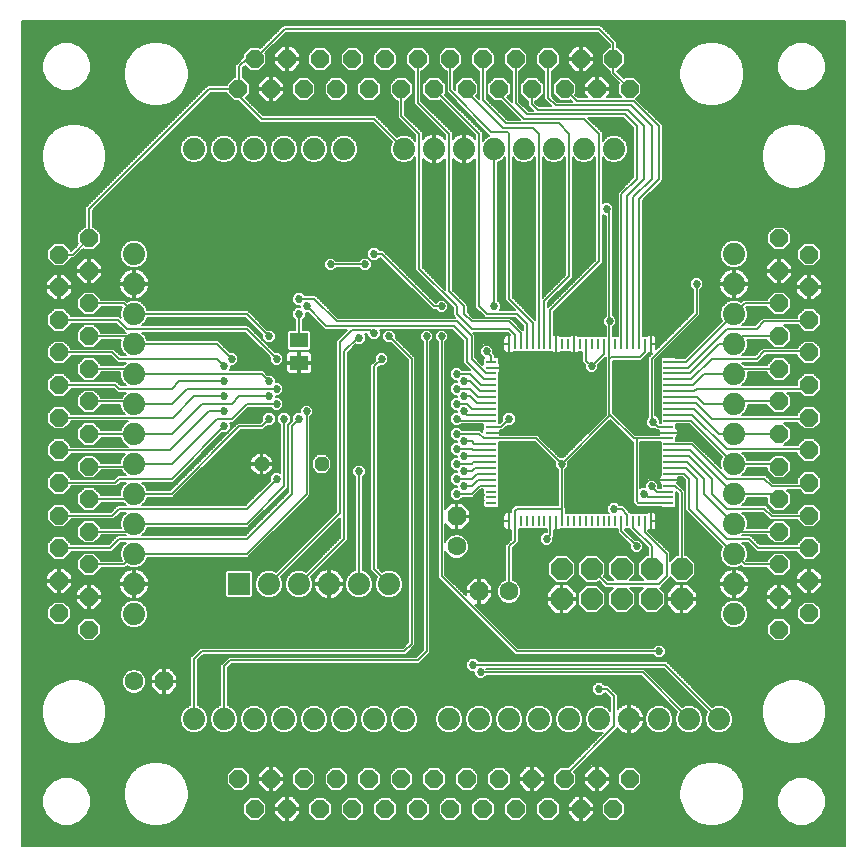
<source format=gbl>
G75*
%MOIN*%
%OFA0B0*%
%FSLAX24Y24*%
%IPPOS*%
%LPD*%
%AMOC8*
5,1,8,0,0,1.08239X$1,22.5*
%
%ADD10R,0.0110X0.0350*%
%ADD11R,0.0350X0.0110*%
%ADD12OC8,0.0600*%
%ADD13C,0.0740*%
%ADD14R,0.0591X0.0512*%
%ADD15OC8,0.0480*%
%ADD16OC8,0.0630*%
%ADD17C,0.0630*%
%ADD18R,0.0740X0.0740*%
%ADD19OC8,0.0740*%
%ADD20C,0.0270*%
%ADD21C,0.0060*%
D10*
X021530Y016124D03*
X021727Y016124D03*
X021924Y016124D03*
X022121Y016124D03*
X022317Y016124D03*
X022514Y016124D03*
X022711Y016124D03*
X022908Y016124D03*
X023105Y016124D03*
X023302Y016124D03*
X023499Y016124D03*
X023695Y016124D03*
X023892Y016124D03*
X024089Y016124D03*
X024286Y016124D03*
X024483Y016124D03*
X024680Y016124D03*
X024876Y016124D03*
X025073Y016124D03*
X025270Y016124D03*
X025467Y016124D03*
X025664Y016124D03*
X025861Y016124D03*
X026058Y016124D03*
X026254Y016124D03*
X026254Y022030D03*
X026058Y022030D03*
X025861Y022030D03*
X025664Y022030D03*
X025467Y022030D03*
X025270Y022030D03*
X025073Y022030D03*
X024876Y022030D03*
X024680Y022030D03*
X024483Y022030D03*
X024286Y022030D03*
X024089Y022030D03*
X023892Y022030D03*
X023695Y022030D03*
X023499Y022030D03*
X023302Y022030D03*
X023105Y022030D03*
X022908Y022030D03*
X022711Y022030D03*
X022514Y022030D03*
X022317Y022030D03*
X022121Y022030D03*
X021924Y022030D03*
X021727Y022030D03*
X021530Y022030D03*
D11*
X020939Y021439D03*
X020939Y021243D03*
X020939Y021046D03*
X020939Y020849D03*
X020939Y020652D03*
X020939Y020455D03*
X020939Y020258D03*
X020939Y020061D03*
X020939Y019865D03*
X020939Y019668D03*
X020939Y019471D03*
X020939Y019274D03*
X020939Y019077D03*
X020939Y018880D03*
X020939Y018684D03*
X020939Y018487D03*
X020939Y018290D03*
X020939Y018093D03*
X020939Y017896D03*
X020939Y017699D03*
X020939Y017502D03*
X020939Y017306D03*
X020939Y017109D03*
X020939Y016912D03*
X020939Y016715D03*
X026845Y016715D03*
X026845Y016912D03*
X026845Y017109D03*
X026845Y017306D03*
X026845Y017502D03*
X026845Y017699D03*
X026845Y017896D03*
X026845Y018093D03*
X026845Y018290D03*
X026845Y018487D03*
X026845Y018684D03*
X026845Y018880D03*
X026845Y019077D03*
X026845Y019274D03*
X026845Y019471D03*
X026845Y019668D03*
X026845Y019865D03*
X026845Y020061D03*
X026845Y020258D03*
X026845Y020455D03*
X026845Y020652D03*
X026845Y020849D03*
X026845Y021046D03*
X026845Y021243D03*
X026845Y021439D03*
D12*
X030530Y021200D03*
X030530Y020120D03*
X030530Y019030D03*
X030530Y017940D03*
X030530Y016860D03*
X030530Y015770D03*
X030530Y014680D03*
X030530Y013600D03*
X030530Y012510D03*
X031530Y013050D03*
X031530Y014140D03*
X031530Y015230D03*
X031530Y016310D03*
X031530Y017400D03*
X031530Y018490D03*
X031530Y019570D03*
X031530Y020660D03*
X031530Y021750D03*
X031530Y022830D03*
X031530Y023920D03*
X031530Y025010D03*
X030530Y025550D03*
X030530Y024460D03*
X030530Y023380D03*
X030530Y022290D03*
X025550Y030530D03*
X024460Y030530D03*
X023920Y031530D03*
X023380Y030530D03*
X022830Y031530D03*
X021750Y031530D03*
X022290Y030530D03*
X021200Y030530D03*
X020660Y031530D03*
X020120Y030530D03*
X019030Y030530D03*
X018490Y031530D03*
X017940Y030530D03*
X017400Y031530D03*
X016310Y031530D03*
X015770Y030530D03*
X015230Y031530D03*
X014680Y030530D03*
X013600Y030530D03*
X014140Y031530D03*
X013050Y031530D03*
X012510Y030530D03*
X016860Y030530D03*
X019570Y031530D03*
X025010Y031530D03*
X007530Y025550D03*
X007530Y024460D03*
X007530Y023380D03*
X007530Y022290D03*
X007530Y021200D03*
X007530Y020120D03*
X007530Y019030D03*
X007530Y017940D03*
X007530Y016860D03*
X007530Y015770D03*
X007530Y014680D03*
X007530Y013600D03*
X007530Y012510D03*
X006530Y013050D03*
X006530Y014140D03*
X006530Y015230D03*
X006530Y016310D03*
X006530Y017400D03*
X006530Y018490D03*
X006530Y019570D03*
X006530Y020660D03*
X006530Y021750D03*
X006530Y022830D03*
X006530Y023920D03*
X006530Y025010D03*
X012510Y007530D03*
X013050Y006530D03*
X013600Y007530D03*
X014680Y007530D03*
X014140Y006530D03*
X015230Y006530D03*
X015770Y007530D03*
X016310Y006530D03*
X017400Y006530D03*
X016860Y007530D03*
X017940Y007530D03*
X018490Y006530D03*
X019030Y007530D03*
X020120Y007530D03*
X020660Y006530D03*
X021200Y007530D03*
X021750Y006530D03*
X022830Y006530D03*
X022290Y007530D03*
X023380Y007530D03*
X023920Y006530D03*
X024460Y007530D03*
X025550Y007530D03*
X025010Y006530D03*
X019570Y006530D03*
D13*
X019530Y009530D03*
X020530Y009530D03*
X021530Y009530D03*
X022530Y009530D03*
X023530Y009530D03*
X024530Y009530D03*
X025530Y009530D03*
X026530Y009530D03*
X027530Y009530D03*
X028530Y009530D03*
X029030Y013030D03*
X029030Y014030D03*
X029030Y015030D03*
X029030Y016030D03*
X029030Y017030D03*
X029030Y018030D03*
X029030Y019030D03*
X029030Y020030D03*
X029030Y021030D03*
X029030Y022030D03*
X029030Y023030D03*
X029030Y024030D03*
X029030Y025030D03*
X025030Y028530D03*
X024030Y028530D03*
X023030Y028530D03*
X022030Y028530D03*
X021030Y028530D03*
X020030Y028530D03*
X019030Y028530D03*
X018030Y028530D03*
X016030Y028530D03*
X015030Y028530D03*
X014030Y028530D03*
X013030Y028530D03*
X012030Y028530D03*
X011030Y028530D03*
X009030Y025030D03*
X009030Y024030D03*
X009030Y023030D03*
X009030Y022030D03*
X009030Y021030D03*
X009030Y020030D03*
X009030Y019030D03*
X009030Y018030D03*
X009030Y017030D03*
X009030Y016030D03*
X009030Y015030D03*
X009030Y014030D03*
X009030Y013030D03*
X011030Y009530D03*
X012030Y009530D03*
X013030Y009530D03*
X014030Y009530D03*
X015030Y009530D03*
X016030Y009530D03*
X017030Y009530D03*
X018030Y009530D03*
X017530Y014030D03*
X016530Y014030D03*
X015530Y014030D03*
X014530Y014030D03*
X013530Y014030D03*
D14*
X014530Y021406D03*
X014530Y022154D03*
D15*
X015280Y018030D03*
X013280Y018030D03*
D16*
X019780Y016280D03*
X020530Y013780D03*
X010030Y010780D03*
D17*
X009030Y010780D03*
X019780Y015280D03*
X021530Y013780D03*
D18*
X012530Y014030D03*
D19*
X023280Y013530D03*
X024280Y013530D03*
X024280Y014530D03*
X023280Y014530D03*
X025280Y014530D03*
X026280Y014530D03*
X026280Y013530D03*
X025280Y013530D03*
X027280Y013530D03*
X027280Y014530D03*
D20*
X026780Y016030D03*
X026030Y017030D03*
X026280Y017280D03*
X026280Y018530D03*
X026330Y019430D03*
X024280Y021280D03*
X023780Y019780D03*
X023280Y018030D03*
X025030Y016530D03*
X025780Y015280D03*
X022780Y015530D03*
X020030Y017280D03*
X019780Y017030D03*
X019780Y017530D03*
X020030Y017780D03*
X019780Y018030D03*
X020030Y018280D03*
X019780Y018530D03*
X020030Y018780D03*
X019780Y019030D03*
X019780Y019530D03*
X020030Y019780D03*
X019780Y020030D03*
X020030Y020280D03*
X019780Y020530D03*
X020030Y020780D03*
X019780Y021030D03*
X020780Y021780D03*
X021030Y023280D03*
X022030Y023530D03*
X024030Y023280D03*
X024880Y022780D03*
X026780Y024280D03*
X027780Y024030D03*
X026780Y027030D03*
X025030Y027530D03*
X024780Y026530D03*
X024030Y026030D03*
X023030Y027530D03*
X022030Y026030D03*
X021280Y027530D03*
X017780Y025780D03*
X017780Y025280D03*
X017030Y025030D03*
X016730Y024680D03*
X017780Y024030D03*
X016530Y023280D03*
X017030Y022380D03*
X016530Y022230D03*
X017280Y021530D03*
X017530Y022280D03*
X018780Y022280D03*
X019280Y022280D03*
X019280Y023280D03*
X016780Y026030D03*
X015580Y024680D03*
X014530Y023530D03*
X014780Y023280D03*
X014530Y023030D03*
X013530Y022280D03*
X013780Y021530D03*
X013530Y020780D03*
X013780Y020530D03*
X013530Y020280D03*
X013780Y020030D03*
X013530Y019530D03*
X014030Y019530D03*
X014530Y019530D03*
X014780Y019780D03*
X015530Y020780D03*
X017280Y019530D03*
X017530Y020530D03*
X016530Y017780D03*
X018530Y016280D03*
X021530Y019530D03*
X013780Y017530D03*
X012280Y018030D03*
X012030Y019280D03*
X012030Y019780D03*
X012030Y020280D03*
X012030Y020780D03*
X012030Y021280D03*
X012280Y021530D03*
X012280Y024280D03*
X010530Y026530D03*
X021430Y011730D03*
X020580Y011080D03*
X020330Y011330D03*
X024530Y010530D03*
X026530Y011780D03*
D21*
X032720Y005280D02*
X005280Y005280D01*
X005280Y032780D01*
X032720Y032780D01*
X032720Y005280D01*
X032720Y005323D02*
X005280Y005323D01*
X005280Y005381D02*
X032720Y005381D01*
X032720Y005440D02*
X005280Y005440D01*
X005280Y005498D02*
X032720Y005498D01*
X032720Y005557D02*
X005280Y005557D01*
X005280Y005615D02*
X032720Y005615D01*
X032720Y005674D02*
X005280Y005674D01*
X005280Y005732D02*
X032720Y005732D01*
X032720Y005791D02*
X005280Y005791D01*
X005280Y005849D02*
X032720Y005849D01*
X032720Y005908D02*
X005280Y005908D01*
X005280Y005966D02*
X009568Y005966D01*
X009628Y005950D02*
X009912Y005950D01*
X010187Y006024D01*
X010433Y006166D01*
X010634Y006367D01*
X010776Y006613D01*
X010850Y006888D01*
X010850Y007172D01*
X010776Y007447D01*
X010634Y007693D01*
X010433Y007894D01*
X010187Y008036D01*
X009912Y008110D01*
X009628Y008110D01*
X009353Y008036D01*
X009107Y007894D01*
X008906Y007693D01*
X008764Y007447D01*
X008690Y007172D01*
X008690Y006888D01*
X008764Y006613D01*
X008906Y006367D01*
X009107Y006166D01*
X009353Y006024D01*
X009628Y005950D01*
X009352Y006025D02*
X007072Y006025D01*
X006941Y005970D02*
X007239Y006093D01*
X007467Y006321D01*
X007590Y006619D01*
X007590Y006941D01*
X007467Y007239D01*
X007239Y007467D01*
X006941Y007590D01*
X006619Y007590D01*
X006321Y007467D01*
X006093Y007239D01*
X005970Y006941D01*
X005970Y006619D01*
X006093Y006321D01*
X006321Y006093D01*
X006619Y005970D01*
X006941Y005970D01*
X007214Y006083D02*
X009250Y006083D01*
X009149Y006142D02*
X007287Y006142D01*
X007345Y006200D02*
X009073Y006200D01*
X009014Y006259D02*
X007404Y006259D01*
X007462Y006317D02*
X008956Y006317D01*
X008901Y006376D02*
X007489Y006376D01*
X007513Y006434D02*
X008867Y006434D01*
X008833Y006493D02*
X007538Y006493D01*
X007562Y006551D02*
X008799Y006551D01*
X008766Y006610D02*
X007586Y006610D01*
X007590Y006668D02*
X008749Y006668D01*
X008733Y006727D02*
X007590Y006727D01*
X007590Y006785D02*
X008718Y006785D01*
X008702Y006844D02*
X007590Y006844D01*
X007590Y006902D02*
X008690Y006902D01*
X008690Y006961D02*
X007582Y006961D01*
X007558Y007019D02*
X008690Y007019D01*
X008690Y007078D02*
X007533Y007078D01*
X007509Y007136D02*
X008690Y007136D01*
X008696Y007195D02*
X007485Y007195D01*
X007452Y007253D02*
X008712Y007253D01*
X008727Y007312D02*
X007394Y007312D01*
X007335Y007370D02*
X008743Y007370D01*
X008759Y007429D02*
X007277Y007429D01*
X007190Y007487D02*
X008787Y007487D01*
X008821Y007546D02*
X007048Y007546D01*
X006512Y007546D02*
X005280Y007546D01*
X005280Y007604D02*
X008854Y007604D01*
X008888Y007663D02*
X005280Y007663D01*
X005280Y007721D02*
X008934Y007721D01*
X008992Y007780D02*
X005280Y007780D01*
X005280Y007838D02*
X009051Y007838D01*
X009111Y007897D02*
X005280Y007897D01*
X005280Y007955D02*
X009212Y007955D01*
X009313Y008014D02*
X005280Y008014D01*
X005280Y008072D02*
X009486Y008072D01*
X010054Y008072D02*
X023652Y008072D01*
X023594Y008014D02*
X010227Y008014D01*
X010328Y007955D02*
X013417Y007955D01*
X013422Y007960D02*
X013170Y007708D01*
X013170Y007560D01*
X013570Y007560D01*
X013570Y007960D01*
X013422Y007960D01*
X013358Y007897D02*
X012695Y007897D01*
X012672Y007920D02*
X012348Y007920D01*
X012120Y007692D01*
X012120Y007368D01*
X012348Y007140D01*
X012672Y007140D01*
X012900Y007368D01*
X012900Y007692D01*
X012672Y007920D01*
X012754Y007838D02*
X013300Y007838D01*
X013241Y007780D02*
X012812Y007780D01*
X012871Y007721D02*
X013183Y007721D01*
X013170Y007663D02*
X012900Y007663D01*
X012900Y007604D02*
X013170Y007604D01*
X013170Y007500D02*
X013170Y007352D01*
X013422Y007100D01*
X013570Y007100D01*
X013570Y007500D01*
X013630Y007500D01*
X013630Y007560D01*
X014030Y007560D01*
X014030Y007708D01*
X013778Y007960D01*
X013630Y007960D01*
X013630Y007560D01*
X013570Y007560D01*
X013570Y007500D01*
X013170Y007500D01*
X013170Y007487D02*
X012900Y007487D01*
X012900Y007429D02*
X013170Y007429D01*
X013170Y007370D02*
X012900Y007370D01*
X012843Y007312D02*
X013210Y007312D01*
X013269Y007253D02*
X012785Y007253D01*
X012726Y007195D02*
X013327Y007195D01*
X013386Y007136D02*
X010850Y007136D01*
X010850Y007078D02*
X027210Y007078D01*
X027210Y007136D02*
X024674Y007136D01*
X024638Y007100D02*
X024890Y007352D01*
X024890Y007500D01*
X024490Y007500D01*
X024490Y007560D01*
X024890Y007560D01*
X024890Y007708D01*
X024638Y007960D01*
X024490Y007960D01*
X024490Y007560D01*
X024430Y007560D01*
X024430Y007960D01*
X024282Y007960D01*
X024030Y007708D01*
X024030Y007560D01*
X024430Y007560D01*
X024430Y007500D01*
X024490Y007500D01*
X024490Y007100D01*
X024638Y007100D01*
X024733Y007195D02*
X025334Y007195D01*
X025388Y007140D02*
X025712Y007140D01*
X025940Y007368D01*
X025940Y007692D01*
X025712Y007920D01*
X025388Y007920D01*
X025160Y007692D01*
X025160Y007368D01*
X025388Y007140D01*
X025275Y007253D02*
X024791Y007253D01*
X024850Y007312D02*
X025217Y007312D01*
X025160Y007370D02*
X024890Y007370D01*
X024890Y007429D02*
X025160Y007429D01*
X025160Y007487D02*
X024890Y007487D01*
X024890Y007604D02*
X025160Y007604D01*
X025160Y007546D02*
X024490Y007546D01*
X024490Y007604D02*
X024430Y007604D01*
X024430Y007546D02*
X023770Y007546D01*
X023770Y007604D02*
X024030Y007604D01*
X024030Y007663D02*
X023770Y007663D01*
X023770Y007692D02*
X023691Y007771D01*
X025080Y009160D01*
X025138Y009219D01*
X025149Y009204D01*
X025204Y009149D01*
X025268Y009102D01*
X025338Y009067D01*
X025413Y009042D01*
X025491Y009030D01*
X025500Y009030D01*
X025500Y009500D01*
X025560Y009500D01*
X025560Y009560D01*
X025500Y009560D01*
X025500Y010030D01*
X025491Y010030D01*
X025413Y010018D01*
X025338Y009993D01*
X025268Y009958D01*
X025204Y009911D01*
X025150Y009857D01*
X025150Y010330D01*
X024900Y010580D01*
X024830Y010650D01*
X024728Y010650D01*
X024623Y010755D01*
X024437Y010755D01*
X024305Y010623D01*
X024305Y010437D01*
X024437Y010305D01*
X024623Y010305D01*
X024728Y010410D01*
X024730Y010410D01*
X024910Y010230D01*
X024910Y009801D01*
X024791Y009920D01*
X024621Y009990D01*
X024438Y009990D01*
X024269Y009920D01*
X024140Y009791D01*
X024070Y009621D01*
X024070Y009438D01*
X024140Y009269D01*
X024269Y009140D01*
X024438Y009070D01*
X024621Y009070D01*
X024671Y009090D01*
X023500Y007920D01*
X023218Y007920D01*
X022990Y007692D01*
X022990Y007368D01*
X023218Y007140D01*
X023542Y007140D01*
X023770Y007368D01*
X023770Y007692D01*
X023741Y007721D02*
X024043Y007721D01*
X024101Y007780D02*
X023699Y007780D01*
X023758Y007838D02*
X024160Y007838D01*
X024218Y007897D02*
X023816Y007897D01*
X023875Y007955D02*
X024277Y007955D01*
X024430Y007955D02*
X024490Y007955D01*
X024490Y007897D02*
X024430Y007897D01*
X024430Y007838D02*
X024490Y007838D01*
X024490Y007780D02*
X024430Y007780D01*
X024430Y007721D02*
X024490Y007721D01*
X024490Y007663D02*
X024430Y007663D01*
X024430Y007500D02*
X024030Y007500D01*
X024030Y007352D01*
X024282Y007100D01*
X024430Y007100D01*
X024430Y007500D01*
X024430Y007487D02*
X024490Y007487D01*
X024490Y007429D02*
X024430Y007429D01*
X024430Y007370D02*
X024490Y007370D01*
X024490Y007312D02*
X024430Y007312D01*
X024430Y007253D02*
X024490Y007253D01*
X024490Y007195D02*
X024430Y007195D01*
X024430Y007136D02*
X024490Y007136D01*
X024246Y007136D02*
X022504Y007136D01*
X022468Y007100D02*
X022720Y007352D01*
X022720Y007500D01*
X022320Y007500D01*
X022320Y007560D01*
X022720Y007560D01*
X022720Y007708D01*
X022468Y007960D01*
X022320Y007960D01*
X022320Y007560D01*
X022260Y007560D01*
X022260Y007960D01*
X022112Y007960D01*
X021860Y007708D01*
X021860Y007560D01*
X022260Y007560D01*
X022260Y007500D01*
X022320Y007500D01*
X022320Y007100D01*
X022468Y007100D01*
X022563Y007195D02*
X023164Y007195D01*
X023105Y007253D02*
X022621Y007253D01*
X022680Y007312D02*
X023047Y007312D01*
X022990Y007370D02*
X022720Y007370D01*
X022720Y007429D02*
X022990Y007429D01*
X022990Y007487D02*
X022720Y007487D01*
X022720Y007604D02*
X022990Y007604D01*
X022990Y007546D02*
X022320Y007546D01*
X022320Y007604D02*
X022260Y007604D01*
X022260Y007546D02*
X021590Y007546D01*
X021590Y007604D02*
X021860Y007604D01*
X021860Y007663D02*
X021590Y007663D01*
X021590Y007692D02*
X021362Y007920D01*
X021038Y007920D01*
X020810Y007692D01*
X020810Y007368D01*
X021038Y007140D01*
X021362Y007140D01*
X021590Y007368D01*
X021590Y007692D01*
X021561Y007721D02*
X021873Y007721D01*
X021931Y007780D02*
X021502Y007780D01*
X021444Y007838D02*
X021990Y007838D01*
X022048Y007897D02*
X021385Y007897D01*
X021015Y007897D02*
X020305Y007897D01*
X020282Y007920D02*
X019958Y007920D01*
X019730Y007692D01*
X019730Y007368D01*
X019958Y007140D01*
X020282Y007140D01*
X020510Y007368D01*
X020510Y007692D01*
X020282Y007920D01*
X020364Y007838D02*
X020956Y007838D01*
X020898Y007780D02*
X020422Y007780D01*
X020481Y007721D02*
X020839Y007721D01*
X020810Y007663D02*
X020510Y007663D01*
X020510Y007604D02*
X020810Y007604D01*
X020810Y007546D02*
X020510Y007546D01*
X020510Y007487D02*
X020810Y007487D01*
X020810Y007429D02*
X020510Y007429D01*
X020510Y007370D02*
X020810Y007370D01*
X020867Y007312D02*
X020453Y007312D01*
X020395Y007253D02*
X020925Y007253D01*
X020984Y007195D02*
X020336Y007195D01*
X020498Y006920D02*
X020270Y006692D01*
X020270Y006368D01*
X020498Y006140D01*
X020822Y006140D01*
X021050Y006368D01*
X021050Y006692D01*
X020822Y006920D01*
X020498Y006920D01*
X020480Y006902D02*
X019750Y006902D01*
X019732Y006920D02*
X019408Y006920D01*
X019180Y006692D01*
X019180Y006368D01*
X019408Y006140D01*
X019732Y006140D01*
X019960Y006368D01*
X019960Y006692D01*
X019732Y006920D01*
X019808Y006844D02*
X020422Y006844D01*
X020363Y006785D02*
X019867Y006785D01*
X019925Y006727D02*
X020305Y006727D01*
X020270Y006668D02*
X019960Y006668D01*
X019960Y006610D02*
X020270Y006610D01*
X020270Y006551D02*
X019960Y006551D01*
X019960Y006493D02*
X020270Y006493D01*
X020270Y006434D02*
X019960Y006434D01*
X019960Y006376D02*
X020270Y006376D01*
X020321Y006317D02*
X019909Y006317D01*
X019850Y006259D02*
X020380Y006259D01*
X020438Y006200D02*
X019792Y006200D01*
X019733Y006142D02*
X020497Y006142D01*
X020823Y006142D02*
X021587Y006142D01*
X021588Y006140D02*
X021912Y006140D01*
X022140Y006368D01*
X022140Y006692D01*
X021912Y006920D01*
X021588Y006920D01*
X021360Y006692D01*
X021360Y006368D01*
X021588Y006140D01*
X021528Y006200D02*
X020882Y006200D01*
X020940Y006259D02*
X021470Y006259D01*
X021411Y006317D02*
X020999Y006317D01*
X021050Y006376D02*
X021360Y006376D01*
X021360Y006434D02*
X021050Y006434D01*
X021050Y006493D02*
X021360Y006493D01*
X021360Y006551D02*
X021050Y006551D01*
X021050Y006610D02*
X021360Y006610D01*
X021360Y006668D02*
X021050Y006668D01*
X021015Y006727D02*
X021395Y006727D01*
X021453Y006785D02*
X020957Y006785D01*
X020898Y006844D02*
X021512Y006844D01*
X021570Y006902D02*
X020840Y006902D01*
X021416Y007195D02*
X022017Y007195D01*
X021959Y007253D02*
X021475Y007253D01*
X021533Y007312D02*
X021900Y007312D01*
X021860Y007352D02*
X022112Y007100D01*
X022260Y007100D01*
X022260Y007500D01*
X021860Y007500D01*
X021860Y007352D01*
X021860Y007370D02*
X021590Y007370D01*
X021590Y007429D02*
X021860Y007429D01*
X021860Y007487D02*
X021590Y007487D01*
X022076Y007136D02*
X013814Y007136D01*
X013778Y007100D02*
X014030Y007352D01*
X014030Y007500D01*
X013630Y007500D01*
X013630Y007100D01*
X013778Y007100D01*
X013873Y007195D02*
X014464Y007195D01*
X014518Y007140D02*
X014842Y007140D01*
X015070Y007368D01*
X015070Y007692D01*
X014842Y007920D01*
X014518Y007920D01*
X014290Y007692D01*
X014290Y007368D01*
X014518Y007140D01*
X014405Y007253D02*
X013931Y007253D01*
X013990Y007312D02*
X014347Y007312D01*
X014290Y007370D02*
X014030Y007370D01*
X014030Y007429D02*
X014290Y007429D01*
X014290Y007487D02*
X014030Y007487D01*
X014030Y007604D02*
X014290Y007604D01*
X014290Y007546D02*
X013630Y007546D01*
X013630Y007604D02*
X013570Y007604D01*
X013570Y007546D02*
X012900Y007546D01*
X012888Y006920D02*
X012660Y006692D01*
X012660Y006368D01*
X012888Y006140D01*
X013212Y006140D01*
X013440Y006368D01*
X013440Y006692D01*
X013212Y006920D01*
X012888Y006920D01*
X012870Y006902D02*
X010850Y006902D01*
X010850Y006961D02*
X027210Y006961D01*
X027210Y007019D02*
X010850Y007019D01*
X010844Y007195D02*
X012294Y007195D01*
X012235Y007253D02*
X010828Y007253D01*
X010813Y007312D02*
X012177Y007312D01*
X012120Y007370D02*
X010797Y007370D01*
X010781Y007429D02*
X012120Y007429D01*
X012120Y007487D02*
X010753Y007487D01*
X010719Y007546D02*
X012120Y007546D01*
X012120Y007604D02*
X010686Y007604D01*
X010652Y007663D02*
X012120Y007663D01*
X012149Y007721D02*
X010606Y007721D01*
X010548Y007780D02*
X012208Y007780D01*
X012266Y007838D02*
X010489Y007838D01*
X010429Y007897D02*
X012325Y007897D01*
X012812Y006844D02*
X010838Y006844D01*
X010822Y006785D02*
X012753Y006785D01*
X012695Y006727D02*
X010807Y006727D01*
X010791Y006668D02*
X012660Y006668D01*
X012660Y006610D02*
X010774Y006610D01*
X010741Y006551D02*
X012660Y006551D01*
X012660Y006493D02*
X010707Y006493D01*
X010673Y006434D02*
X012660Y006434D01*
X012660Y006376D02*
X010639Y006376D01*
X010584Y006317D02*
X012711Y006317D01*
X012770Y006259D02*
X010526Y006259D01*
X010467Y006200D02*
X012828Y006200D01*
X012887Y006142D02*
X010391Y006142D01*
X010290Y006083D02*
X027770Y006083D01*
X027669Y006142D02*
X025173Y006142D01*
X025172Y006140D02*
X025400Y006368D01*
X025400Y006692D01*
X025172Y006920D01*
X024848Y006920D01*
X024620Y006692D01*
X024620Y006368D01*
X024848Y006140D01*
X025172Y006140D01*
X025232Y006200D02*
X027593Y006200D01*
X027627Y006166D02*
X027873Y006024D01*
X028148Y005950D01*
X028432Y005950D01*
X028707Y006024D01*
X028953Y006166D01*
X029154Y006367D01*
X029296Y006613D01*
X029370Y006888D01*
X029370Y007172D01*
X029296Y007447D01*
X029154Y007693D01*
X028953Y007894D01*
X028707Y008036D01*
X028432Y008110D01*
X028148Y008110D01*
X027873Y008036D01*
X027627Y007894D01*
X027426Y007693D01*
X027284Y007447D01*
X027210Y007172D01*
X027210Y006888D01*
X027284Y006613D01*
X027426Y006367D01*
X027627Y006166D01*
X027534Y006259D02*
X025290Y006259D01*
X025349Y006317D02*
X027476Y006317D01*
X027421Y006376D02*
X025400Y006376D01*
X025400Y006434D02*
X027387Y006434D01*
X027353Y006493D02*
X025400Y006493D01*
X025400Y006551D02*
X027319Y006551D01*
X027286Y006610D02*
X025400Y006610D01*
X025400Y006668D02*
X027269Y006668D01*
X027253Y006727D02*
X025365Y006727D01*
X025307Y006785D02*
X027238Y006785D01*
X027222Y006844D02*
X025248Y006844D01*
X025190Y006902D02*
X027210Y006902D01*
X027216Y007195D02*
X025766Y007195D01*
X025825Y007253D02*
X027232Y007253D01*
X027247Y007312D02*
X025883Y007312D01*
X025940Y007370D02*
X027263Y007370D01*
X027279Y007429D02*
X025940Y007429D01*
X025940Y007487D02*
X027307Y007487D01*
X027341Y007546D02*
X025940Y007546D01*
X025940Y007604D02*
X027374Y007604D01*
X027408Y007663D02*
X025940Y007663D01*
X025911Y007721D02*
X027454Y007721D01*
X027512Y007780D02*
X025852Y007780D01*
X025794Y007838D02*
X027571Y007838D01*
X027631Y007897D02*
X025735Y007897D01*
X025365Y007897D02*
X024702Y007897D01*
X024643Y007955D02*
X027732Y007955D01*
X027833Y008014D02*
X023933Y008014D01*
X023992Y008072D02*
X028006Y008072D01*
X028574Y008072D02*
X032720Y008072D01*
X032720Y008014D02*
X028747Y008014D01*
X028848Y007955D02*
X032720Y007955D01*
X032720Y007897D02*
X028949Y007897D01*
X029009Y007838D02*
X032720Y007838D01*
X032720Y007780D02*
X029068Y007780D01*
X029126Y007721D02*
X032720Y007721D01*
X032720Y007663D02*
X029172Y007663D01*
X029206Y007604D02*
X032720Y007604D01*
X032720Y007546D02*
X031548Y007546D01*
X031441Y007590D02*
X031119Y007590D01*
X030821Y007467D01*
X030593Y007239D01*
X030470Y006941D01*
X030470Y006619D01*
X030593Y006321D01*
X030821Y006093D01*
X031119Y005970D01*
X031441Y005970D01*
X031739Y006093D01*
X031967Y006321D01*
X032090Y006619D01*
X032090Y006941D01*
X031967Y007239D01*
X031739Y007467D01*
X031441Y007590D01*
X031690Y007487D02*
X032720Y007487D01*
X032720Y007429D02*
X031777Y007429D01*
X031835Y007370D02*
X032720Y007370D01*
X032720Y007312D02*
X031894Y007312D01*
X031952Y007253D02*
X032720Y007253D01*
X032720Y007195D02*
X031985Y007195D01*
X032009Y007136D02*
X032720Y007136D01*
X032720Y007078D02*
X032033Y007078D01*
X032058Y007019D02*
X032720Y007019D01*
X032720Y006961D02*
X032082Y006961D01*
X032090Y006902D02*
X032720Y006902D01*
X032720Y006844D02*
X032090Y006844D01*
X032090Y006785D02*
X032720Y006785D01*
X032720Y006727D02*
X032090Y006727D01*
X032090Y006668D02*
X032720Y006668D01*
X032720Y006610D02*
X032086Y006610D01*
X032062Y006551D02*
X032720Y006551D01*
X032720Y006493D02*
X032038Y006493D01*
X032013Y006434D02*
X032720Y006434D01*
X032720Y006376D02*
X031989Y006376D01*
X031962Y006317D02*
X032720Y006317D01*
X032720Y006259D02*
X031904Y006259D01*
X031845Y006200D02*
X032720Y006200D01*
X032720Y006142D02*
X031787Y006142D01*
X031714Y006083D02*
X032720Y006083D01*
X032720Y006025D02*
X031572Y006025D01*
X030988Y006025D02*
X028708Y006025D01*
X028810Y006083D02*
X030846Y006083D01*
X030773Y006142D02*
X028911Y006142D01*
X028987Y006200D02*
X030715Y006200D01*
X030656Y006259D02*
X029046Y006259D01*
X029104Y006317D02*
X030598Y006317D01*
X030571Y006376D02*
X029159Y006376D01*
X029193Y006434D02*
X030547Y006434D01*
X030522Y006493D02*
X029227Y006493D01*
X029261Y006551D02*
X030498Y006551D01*
X030474Y006610D02*
X029294Y006610D01*
X029311Y006668D02*
X030470Y006668D01*
X030470Y006727D02*
X029327Y006727D01*
X029342Y006785D02*
X030470Y006785D01*
X030470Y006844D02*
X029358Y006844D01*
X029370Y006902D02*
X030470Y006902D01*
X030478Y006961D02*
X029370Y006961D01*
X029370Y007019D02*
X030502Y007019D01*
X030527Y007078D02*
X029370Y007078D01*
X029370Y007136D02*
X030551Y007136D01*
X030575Y007195D02*
X029364Y007195D01*
X029348Y007253D02*
X030608Y007253D01*
X030666Y007312D02*
X029333Y007312D01*
X029317Y007370D02*
X030725Y007370D01*
X030783Y007429D02*
X029301Y007429D01*
X029273Y007487D02*
X030870Y007487D01*
X031012Y007546D02*
X029239Y007546D01*
X028621Y009070D02*
X028791Y009140D01*
X028920Y009269D01*
X028990Y009438D01*
X028990Y009621D01*
X028920Y009791D01*
X028791Y009920D01*
X028621Y009990D01*
X028438Y009990D01*
X028298Y009932D01*
X026780Y011450D01*
X020528Y011450D01*
X020423Y011555D01*
X020237Y011555D01*
X020105Y011423D01*
X020105Y011237D01*
X020237Y011105D01*
X020355Y011105D01*
X020355Y010987D01*
X020487Y010855D01*
X020673Y010855D01*
X020778Y010960D01*
X025930Y010960D01*
X027128Y009762D01*
X027070Y009621D01*
X027070Y009438D01*
X027140Y009269D01*
X027269Y009140D01*
X027438Y009070D01*
X027621Y009070D01*
X027791Y009140D01*
X027920Y009269D01*
X027990Y009438D01*
X027990Y009621D01*
X027920Y009791D01*
X027791Y009920D01*
X027621Y009990D01*
X027438Y009990D01*
X027298Y009932D01*
X026030Y011200D01*
X020778Y011200D01*
X020768Y011210D01*
X026680Y011210D01*
X028128Y009762D01*
X028070Y009621D01*
X028070Y009438D01*
X028140Y009269D01*
X028269Y009140D01*
X028438Y009070D01*
X028621Y009070D01*
X028754Y009125D02*
X030155Y009125D01*
X030166Y009107D02*
X030367Y008906D01*
X030613Y008764D01*
X030888Y008690D01*
X031172Y008690D01*
X031447Y008764D01*
X031693Y008906D01*
X031894Y009107D01*
X032036Y009353D01*
X032110Y009628D01*
X032110Y009912D01*
X032036Y010187D01*
X031894Y010433D01*
X031693Y010634D01*
X031447Y010776D01*
X031172Y010850D01*
X030888Y010850D01*
X030613Y010776D01*
X030367Y010634D01*
X030166Y010433D01*
X030024Y010187D01*
X029950Y009912D01*
X029950Y009628D01*
X030024Y009353D01*
X030166Y009107D01*
X030206Y009067D02*
X025722Y009067D01*
X025792Y009102D01*
X025856Y009149D01*
X025911Y009204D01*
X025958Y009268D01*
X025993Y009338D01*
X026018Y009413D01*
X026030Y009491D01*
X026030Y009500D01*
X025560Y009500D01*
X025560Y009030D01*
X025569Y009030D01*
X025647Y009042D01*
X025722Y009067D01*
X025823Y009125D02*
X026306Y009125D01*
X026269Y009140D02*
X026438Y009070D01*
X026621Y009070D01*
X026791Y009140D01*
X026920Y009269D01*
X026990Y009438D01*
X026990Y009621D01*
X026920Y009791D01*
X026791Y009920D01*
X026621Y009990D01*
X026438Y009990D01*
X026269Y009920D01*
X026140Y009791D01*
X026070Y009621D01*
X026070Y009438D01*
X026140Y009269D01*
X026269Y009140D01*
X026226Y009184D02*
X025891Y009184D01*
X025939Y009242D02*
X026167Y009242D01*
X026127Y009301D02*
X025974Y009301D01*
X026000Y009359D02*
X026103Y009359D01*
X026079Y009418D02*
X026018Y009418D01*
X026028Y009476D02*
X026070Y009476D01*
X026070Y009535D02*
X025560Y009535D01*
X025560Y009560D02*
X026030Y009560D01*
X026030Y009569D01*
X026018Y009647D01*
X025993Y009722D01*
X025958Y009792D01*
X025911Y009856D01*
X025856Y009911D01*
X025792Y009958D01*
X025722Y009993D01*
X025647Y010018D01*
X025569Y010030D01*
X025560Y010030D01*
X025560Y009560D01*
X025560Y009593D02*
X025500Y009593D01*
X025500Y009652D02*
X025560Y009652D01*
X025560Y009710D02*
X025500Y009710D01*
X025500Y009769D02*
X025560Y009769D01*
X025560Y009827D02*
X025500Y009827D01*
X025500Y009886D02*
X025560Y009886D01*
X025560Y009944D02*
X025500Y009944D01*
X025500Y010003D02*
X025560Y010003D01*
X025694Y010003D02*
X026888Y010003D01*
X026829Y010061D02*
X025150Y010061D01*
X025150Y010003D02*
X025366Y010003D01*
X025249Y009944D02*
X025150Y009944D01*
X025150Y009886D02*
X025178Y009886D01*
X025150Y010120D02*
X026771Y010120D01*
X026712Y010178D02*
X025150Y010178D01*
X025150Y010237D02*
X026654Y010237D01*
X026595Y010295D02*
X025150Y010295D01*
X025126Y010354D02*
X026537Y010354D01*
X026478Y010412D02*
X025068Y010412D01*
X025009Y010471D02*
X026420Y010471D01*
X026361Y010529D02*
X024951Y010529D01*
X024892Y010588D02*
X026303Y010588D01*
X026244Y010646D02*
X024834Y010646D01*
X024780Y010530D02*
X025030Y010280D01*
X025030Y009280D01*
X023380Y007630D01*
X023380Y007530D01*
X023655Y007253D02*
X024129Y007253D01*
X024187Y007195D02*
X023596Y007195D01*
X023713Y007312D02*
X024070Y007312D01*
X024030Y007370D02*
X023770Y007370D01*
X023770Y007429D02*
X024030Y007429D01*
X024030Y007487D02*
X023770Y007487D01*
X023535Y007955D02*
X022473Y007955D01*
X022532Y007897D02*
X023195Y007897D01*
X023136Y007838D02*
X022590Y007838D01*
X022649Y007780D02*
X023078Y007780D01*
X023019Y007721D02*
X022707Y007721D01*
X022720Y007663D02*
X022990Y007663D01*
X022320Y007663D02*
X022260Y007663D01*
X022260Y007721D02*
X022320Y007721D01*
X022320Y007780D02*
X022260Y007780D01*
X022260Y007838D02*
X022320Y007838D01*
X022320Y007897D02*
X022260Y007897D01*
X022260Y007955D02*
X022320Y007955D01*
X022107Y007955D02*
X013783Y007955D01*
X013842Y007897D02*
X014495Y007897D01*
X014436Y007838D02*
X013900Y007838D01*
X013959Y007780D02*
X014378Y007780D01*
X014319Y007721D02*
X014017Y007721D01*
X014030Y007663D02*
X014290Y007663D01*
X013630Y007663D02*
X013570Y007663D01*
X013570Y007721D02*
X013630Y007721D01*
X013630Y007780D02*
X013570Y007780D01*
X013570Y007838D02*
X013630Y007838D01*
X013630Y007897D02*
X013570Y007897D01*
X013570Y007955D02*
X013630Y007955D01*
X013630Y007487D02*
X013570Y007487D01*
X013570Y007429D02*
X013630Y007429D01*
X013630Y007370D02*
X013570Y007370D01*
X013570Y007312D02*
X013630Y007312D01*
X013630Y007253D02*
X013570Y007253D01*
X013570Y007195D02*
X013630Y007195D01*
X013630Y007136D02*
X013570Y007136D01*
X013845Y006844D02*
X013288Y006844D01*
X013230Y006902D02*
X013904Y006902D01*
X013962Y006960D02*
X013710Y006708D01*
X013710Y006560D01*
X014110Y006560D01*
X014110Y006960D01*
X013962Y006960D01*
X014110Y006902D02*
X014170Y006902D01*
X014170Y006960D02*
X014318Y006960D01*
X014570Y006708D01*
X014570Y006560D01*
X014170Y006560D01*
X014170Y006500D01*
X014570Y006500D01*
X014570Y006352D01*
X014318Y006100D01*
X014170Y006100D01*
X014170Y006500D01*
X014110Y006500D01*
X014110Y006100D01*
X013962Y006100D01*
X013710Y006352D01*
X013710Y006500D01*
X014110Y006500D01*
X014110Y006560D01*
X014170Y006560D01*
X014170Y006960D01*
X014170Y006844D02*
X014110Y006844D01*
X014110Y006785D02*
X014170Y006785D01*
X014170Y006727D02*
X014110Y006727D01*
X014110Y006668D02*
X014170Y006668D01*
X014170Y006610D02*
X014110Y006610D01*
X014110Y006551D02*
X013440Y006551D01*
X013440Y006493D02*
X013710Y006493D01*
X013710Y006434D02*
X013440Y006434D01*
X013440Y006376D02*
X013710Y006376D01*
X013745Y006317D02*
X013389Y006317D01*
X013330Y006259D02*
X013803Y006259D01*
X013862Y006200D02*
X013272Y006200D01*
X013213Y006142D02*
X013920Y006142D01*
X014110Y006142D02*
X014170Y006142D01*
X014170Y006200D02*
X014110Y006200D01*
X014110Y006259D02*
X014170Y006259D01*
X014170Y006317D02*
X014110Y006317D01*
X014110Y006376D02*
X014170Y006376D01*
X014170Y006434D02*
X014110Y006434D01*
X014110Y006493D02*
X014170Y006493D01*
X014170Y006551D02*
X014840Y006551D01*
X014840Y006493D02*
X014570Y006493D01*
X014570Y006434D02*
X014840Y006434D01*
X014840Y006376D02*
X014570Y006376D01*
X014535Y006317D02*
X014891Y006317D01*
X014840Y006368D02*
X015068Y006140D01*
X015392Y006140D01*
X015620Y006368D01*
X015620Y006692D01*
X015392Y006920D01*
X015068Y006920D01*
X014840Y006692D01*
X014840Y006368D01*
X014950Y006259D02*
X014477Y006259D01*
X014418Y006200D02*
X015008Y006200D01*
X015067Y006142D02*
X014360Y006142D01*
X014570Y006610D02*
X014840Y006610D01*
X014840Y006668D02*
X014570Y006668D01*
X014552Y006727D02*
X014875Y006727D01*
X014933Y006785D02*
X014493Y006785D01*
X014435Y006844D02*
X014992Y006844D01*
X015050Y006902D02*
X014376Y006902D01*
X014896Y007195D02*
X015554Y007195D01*
X015608Y007140D02*
X015932Y007140D01*
X016160Y007368D01*
X016160Y007692D01*
X015932Y007920D01*
X015608Y007920D01*
X015380Y007692D01*
X015380Y007368D01*
X015608Y007140D01*
X015495Y007253D02*
X014955Y007253D01*
X015013Y007312D02*
X015437Y007312D01*
X015380Y007370D02*
X015070Y007370D01*
X015070Y007429D02*
X015380Y007429D01*
X015380Y007487D02*
X015070Y007487D01*
X015070Y007546D02*
X015380Y007546D01*
X015380Y007604D02*
X015070Y007604D01*
X015070Y007663D02*
X015380Y007663D01*
X015409Y007721D02*
X015041Y007721D01*
X014982Y007780D02*
X015468Y007780D01*
X015526Y007838D02*
X014924Y007838D01*
X014865Y007897D02*
X015585Y007897D01*
X015955Y007897D02*
X016675Y007897D01*
X016698Y007920D02*
X016470Y007692D01*
X016470Y007368D01*
X016698Y007140D01*
X017022Y007140D01*
X017250Y007368D01*
X017250Y007692D01*
X017022Y007920D01*
X016698Y007920D01*
X016616Y007838D02*
X016014Y007838D01*
X016072Y007780D02*
X016558Y007780D01*
X016499Y007721D02*
X016131Y007721D01*
X016160Y007663D02*
X016470Y007663D01*
X016470Y007604D02*
X016160Y007604D01*
X016160Y007546D02*
X016470Y007546D01*
X016470Y007487D02*
X016160Y007487D01*
X016160Y007429D02*
X016470Y007429D01*
X016470Y007370D02*
X016160Y007370D01*
X016103Y007312D02*
X016527Y007312D01*
X016585Y007253D02*
X016045Y007253D01*
X015986Y007195D02*
X016644Y007195D01*
X016472Y006920D02*
X016148Y006920D01*
X015920Y006692D01*
X015920Y006368D01*
X016148Y006140D01*
X016472Y006140D01*
X016700Y006368D01*
X016700Y006692D01*
X016472Y006920D01*
X016490Y006902D02*
X017220Y006902D01*
X017238Y006920D02*
X017010Y006692D01*
X017010Y006368D01*
X017238Y006140D01*
X017562Y006140D01*
X017790Y006368D01*
X017790Y006692D01*
X017562Y006920D01*
X017238Y006920D01*
X017162Y006844D02*
X016548Y006844D01*
X016607Y006785D02*
X017103Y006785D01*
X017045Y006727D02*
X016665Y006727D01*
X016700Y006668D02*
X017010Y006668D01*
X017010Y006610D02*
X016700Y006610D01*
X016700Y006551D02*
X017010Y006551D01*
X017010Y006493D02*
X016700Y006493D01*
X016700Y006434D02*
X017010Y006434D01*
X017010Y006376D02*
X016700Y006376D01*
X016649Y006317D02*
X017061Y006317D01*
X017120Y006259D02*
X016590Y006259D01*
X016532Y006200D02*
X017178Y006200D01*
X017237Y006142D02*
X016473Y006142D01*
X016147Y006142D02*
X015393Y006142D01*
X015452Y006200D02*
X016088Y006200D01*
X016030Y006259D02*
X015510Y006259D01*
X015569Y006317D02*
X015971Y006317D01*
X015920Y006376D02*
X015620Y006376D01*
X015620Y006434D02*
X015920Y006434D01*
X015920Y006493D02*
X015620Y006493D01*
X015620Y006551D02*
X015920Y006551D01*
X015920Y006610D02*
X015620Y006610D01*
X015620Y006668D02*
X015920Y006668D01*
X015955Y006727D02*
X015585Y006727D01*
X015527Y006785D02*
X016013Y006785D01*
X016072Y006844D02*
X015468Y006844D01*
X015410Y006902D02*
X016130Y006902D01*
X017045Y007897D02*
X017755Y007897D01*
X017778Y007920D02*
X017550Y007692D01*
X017550Y007368D01*
X017778Y007140D01*
X018102Y007140D01*
X018330Y007368D01*
X018330Y007692D01*
X018102Y007920D01*
X017778Y007920D01*
X017696Y007838D02*
X017104Y007838D01*
X017162Y007780D02*
X017638Y007780D01*
X017579Y007721D02*
X017221Y007721D01*
X017250Y007663D02*
X017550Y007663D01*
X017550Y007604D02*
X017250Y007604D01*
X017250Y007546D02*
X017550Y007546D01*
X017550Y007487D02*
X017250Y007487D01*
X017250Y007429D02*
X017550Y007429D01*
X017550Y007370D02*
X017250Y007370D01*
X017193Y007312D02*
X017607Y007312D01*
X017665Y007253D02*
X017135Y007253D01*
X017076Y007195D02*
X017724Y007195D01*
X017580Y006902D02*
X018310Y006902D01*
X018328Y006920D02*
X018100Y006692D01*
X018100Y006368D01*
X018328Y006140D01*
X018652Y006140D01*
X018880Y006368D01*
X018880Y006692D01*
X018652Y006920D01*
X018328Y006920D01*
X018252Y006844D02*
X017638Y006844D01*
X017697Y006785D02*
X018193Y006785D01*
X018135Y006727D02*
X017755Y006727D01*
X017790Y006668D02*
X018100Y006668D01*
X018100Y006610D02*
X017790Y006610D01*
X017790Y006551D02*
X018100Y006551D01*
X018100Y006493D02*
X017790Y006493D01*
X017790Y006434D02*
X018100Y006434D01*
X018100Y006376D02*
X017790Y006376D01*
X017739Y006317D02*
X018151Y006317D01*
X018210Y006259D02*
X017680Y006259D01*
X017622Y006200D02*
X018268Y006200D01*
X018327Y006142D02*
X017563Y006142D01*
X018156Y007195D02*
X018814Y007195D01*
X018868Y007140D02*
X019192Y007140D01*
X019420Y007368D01*
X019420Y007692D01*
X019192Y007920D01*
X018868Y007920D01*
X018640Y007692D01*
X018640Y007368D01*
X018868Y007140D01*
X018755Y007253D02*
X018215Y007253D01*
X018273Y007312D02*
X018697Y007312D01*
X018640Y007370D02*
X018330Y007370D01*
X018330Y007429D02*
X018640Y007429D01*
X018640Y007487D02*
X018330Y007487D01*
X018330Y007546D02*
X018640Y007546D01*
X018640Y007604D02*
X018330Y007604D01*
X018330Y007663D02*
X018640Y007663D01*
X018669Y007721D02*
X018301Y007721D01*
X018242Y007780D02*
X018728Y007780D01*
X018786Y007838D02*
X018184Y007838D01*
X018125Y007897D02*
X018845Y007897D01*
X019215Y007897D02*
X019935Y007897D01*
X019876Y007838D02*
X019274Y007838D01*
X019332Y007780D02*
X019818Y007780D01*
X019759Y007721D02*
X019391Y007721D01*
X019420Y007663D02*
X019730Y007663D01*
X019730Y007604D02*
X019420Y007604D01*
X019420Y007546D02*
X019730Y007546D01*
X019730Y007487D02*
X019420Y007487D01*
X019420Y007429D02*
X019730Y007429D01*
X019730Y007370D02*
X019420Y007370D01*
X019363Y007312D02*
X019787Y007312D01*
X019845Y007253D02*
X019305Y007253D01*
X019246Y007195D02*
X019904Y007195D01*
X019390Y006902D02*
X018670Y006902D01*
X018728Y006844D02*
X019332Y006844D01*
X019273Y006785D02*
X018787Y006785D01*
X018845Y006727D02*
X019215Y006727D01*
X019180Y006668D02*
X018880Y006668D01*
X018880Y006610D02*
X019180Y006610D01*
X019180Y006551D02*
X018880Y006551D01*
X018880Y006493D02*
X019180Y006493D01*
X019180Y006434D02*
X018880Y006434D01*
X018880Y006376D02*
X019180Y006376D01*
X019231Y006317D02*
X018829Y006317D01*
X018770Y006259D02*
X019290Y006259D01*
X019348Y006200D02*
X018712Y006200D01*
X018653Y006142D02*
X019407Y006142D01*
X021913Y006142D02*
X022667Y006142D01*
X022668Y006140D02*
X022992Y006140D01*
X023220Y006368D01*
X023220Y006692D01*
X022992Y006920D01*
X022668Y006920D01*
X022440Y006692D01*
X022440Y006368D01*
X022668Y006140D01*
X022608Y006200D02*
X021972Y006200D01*
X022030Y006259D02*
X022550Y006259D01*
X022491Y006317D02*
X022089Y006317D01*
X022140Y006376D02*
X022440Y006376D01*
X022440Y006434D02*
X022140Y006434D01*
X022140Y006493D02*
X022440Y006493D01*
X022440Y006551D02*
X022140Y006551D01*
X022140Y006610D02*
X022440Y006610D01*
X022440Y006668D02*
X022140Y006668D01*
X022105Y006727D02*
X022475Y006727D01*
X022533Y006785D02*
X022047Y006785D01*
X021988Y006844D02*
X022592Y006844D01*
X022650Y006902D02*
X021930Y006902D01*
X022260Y007136D02*
X022320Y007136D01*
X022320Y007195D02*
X022260Y007195D01*
X022260Y007253D02*
X022320Y007253D01*
X022320Y007312D02*
X022260Y007312D01*
X022260Y007370D02*
X022320Y007370D01*
X022320Y007429D02*
X022260Y007429D01*
X022260Y007487D02*
X022320Y007487D01*
X023010Y006902D02*
X023684Y006902D01*
X023742Y006960D02*
X023490Y006708D01*
X023490Y006560D01*
X023890Y006560D01*
X023890Y006960D01*
X023742Y006960D01*
X023890Y006902D02*
X023950Y006902D01*
X023950Y006960D02*
X024098Y006960D01*
X024350Y006708D01*
X024350Y006560D01*
X023950Y006560D01*
X023950Y006500D01*
X024350Y006500D01*
X024350Y006352D01*
X024098Y006100D01*
X023950Y006100D01*
X023950Y006500D01*
X023890Y006500D01*
X023890Y006100D01*
X023742Y006100D01*
X023490Y006352D01*
X023490Y006500D01*
X023890Y006500D01*
X023890Y006560D01*
X023950Y006560D01*
X023950Y006960D01*
X023950Y006844D02*
X023890Y006844D01*
X023890Y006785D02*
X023950Y006785D01*
X023950Y006727D02*
X023890Y006727D01*
X023890Y006668D02*
X023950Y006668D01*
X023950Y006610D02*
X023890Y006610D01*
X023890Y006551D02*
X023220Y006551D01*
X023220Y006493D02*
X023490Y006493D01*
X023490Y006434D02*
X023220Y006434D01*
X023220Y006376D02*
X023490Y006376D01*
X023525Y006317D02*
X023169Y006317D01*
X023110Y006259D02*
X023583Y006259D01*
X023642Y006200D02*
X023052Y006200D01*
X022993Y006142D02*
X023700Y006142D01*
X023890Y006142D02*
X023950Y006142D01*
X023950Y006200D02*
X023890Y006200D01*
X023890Y006259D02*
X023950Y006259D01*
X023950Y006317D02*
X023890Y006317D01*
X023890Y006376D02*
X023950Y006376D01*
X023950Y006434D02*
X023890Y006434D01*
X023890Y006493D02*
X023950Y006493D01*
X023950Y006551D02*
X024620Y006551D01*
X024620Y006493D02*
X024350Y006493D01*
X024350Y006434D02*
X024620Y006434D01*
X024620Y006376D02*
X024350Y006376D01*
X024315Y006317D02*
X024671Y006317D01*
X024730Y006259D02*
X024257Y006259D01*
X024198Y006200D02*
X024788Y006200D01*
X024847Y006142D02*
X024140Y006142D01*
X024350Y006610D02*
X024620Y006610D01*
X024620Y006668D02*
X024350Y006668D01*
X024332Y006727D02*
X024655Y006727D01*
X024713Y006785D02*
X024273Y006785D01*
X024215Y006844D02*
X024772Y006844D01*
X024830Y006902D02*
X024156Y006902D01*
X023625Y006844D02*
X023068Y006844D01*
X023127Y006785D02*
X023567Y006785D01*
X023508Y006727D02*
X023185Y006727D01*
X023220Y006668D02*
X023490Y006668D01*
X023490Y006610D02*
X023220Y006610D01*
X023711Y008131D02*
X005280Y008131D01*
X005280Y008189D02*
X023769Y008189D01*
X023828Y008248D02*
X005280Y008248D01*
X005280Y008306D02*
X023886Y008306D01*
X023945Y008365D02*
X005280Y008365D01*
X005280Y008423D02*
X024003Y008423D01*
X024062Y008482D02*
X005280Y008482D01*
X005280Y008540D02*
X024120Y008540D01*
X024179Y008599D02*
X005280Y008599D01*
X005280Y008657D02*
X024237Y008657D01*
X024296Y008716D02*
X007267Y008716D01*
X007172Y008690D02*
X007447Y008764D01*
X007693Y008906D01*
X007894Y009107D01*
X008036Y009353D01*
X008110Y009628D01*
X008110Y009912D01*
X008036Y010187D01*
X007894Y010433D01*
X007693Y010634D01*
X007447Y010776D01*
X007172Y010850D01*
X006888Y010850D01*
X006613Y010776D01*
X006367Y010634D01*
X006166Y010433D01*
X006024Y010187D01*
X005950Y009912D01*
X005950Y009628D01*
X006024Y009353D01*
X006166Y009107D01*
X006367Y008906D01*
X006613Y008764D01*
X006888Y008690D01*
X007172Y008690D01*
X007465Y008774D02*
X024354Y008774D01*
X024413Y008833D02*
X007566Y008833D01*
X007668Y008891D02*
X024471Y008891D01*
X024530Y008950D02*
X007737Y008950D01*
X007795Y009008D02*
X024588Y009008D01*
X024647Y009067D02*
X007854Y009067D01*
X007905Y009125D02*
X010806Y009125D01*
X010769Y009140D02*
X010938Y009070D01*
X011121Y009070D01*
X011291Y009140D01*
X011420Y009269D01*
X011490Y009438D01*
X011490Y009621D01*
X011420Y009791D01*
X011291Y009920D01*
X011150Y009978D01*
X011150Y011480D01*
X011330Y011660D01*
X018080Y011660D01*
X018150Y011730D01*
X018400Y011980D01*
X018400Y021580D01*
X018330Y021650D01*
X017755Y022225D01*
X017755Y022373D01*
X017623Y022505D01*
X017437Y022505D01*
X017305Y022373D01*
X017305Y022187D01*
X017437Y022055D01*
X017585Y022055D01*
X018160Y021480D01*
X018160Y012080D01*
X017980Y011900D01*
X011230Y011900D01*
X010980Y011650D01*
X010910Y011580D01*
X010910Y009978D01*
X010769Y009920D01*
X010640Y009791D01*
X010570Y009621D01*
X010570Y009438D01*
X010640Y009269D01*
X010769Y009140D01*
X010726Y009184D02*
X007938Y009184D01*
X007972Y009242D02*
X010667Y009242D01*
X010627Y009301D02*
X008006Y009301D01*
X008038Y009359D02*
X010603Y009359D01*
X010579Y009418D02*
X008054Y009418D01*
X008069Y009476D02*
X010570Y009476D01*
X010570Y009535D02*
X008085Y009535D01*
X008101Y009593D02*
X010570Y009593D01*
X010582Y009652D02*
X008110Y009652D01*
X008110Y009710D02*
X010607Y009710D01*
X010631Y009769D02*
X008110Y009769D01*
X008110Y009827D02*
X010676Y009827D01*
X010735Y009886D02*
X008110Y009886D01*
X008101Y009944D02*
X010827Y009944D01*
X010910Y010003D02*
X008086Y010003D01*
X008070Y010061D02*
X010910Y010061D01*
X010910Y010120D02*
X008054Y010120D01*
X008039Y010178D02*
X010910Y010178D01*
X010910Y010237D02*
X008008Y010237D01*
X007974Y010295D02*
X010910Y010295D01*
X010910Y010354D02*
X010233Y010354D01*
X010214Y010335D02*
X010475Y010596D01*
X010475Y010750D01*
X010060Y010750D01*
X010060Y010810D01*
X010475Y010810D01*
X010475Y010964D01*
X010214Y011225D01*
X010060Y011225D01*
X010060Y010810D01*
X010000Y010810D01*
X010000Y011225D01*
X009846Y011225D01*
X009585Y010964D01*
X009585Y010810D01*
X010000Y010810D01*
X010000Y010750D01*
X010060Y010750D01*
X010060Y010335D01*
X010214Y010335D01*
X010291Y010412D02*
X010910Y010412D01*
X010910Y010471D02*
X010350Y010471D01*
X010408Y010529D02*
X010910Y010529D01*
X010910Y010588D02*
X010467Y010588D01*
X010475Y010646D02*
X010910Y010646D01*
X010910Y010705D02*
X010475Y010705D01*
X010475Y010822D02*
X010910Y010822D01*
X010910Y010880D02*
X010475Y010880D01*
X010475Y010939D02*
X010910Y010939D01*
X010910Y010997D02*
X010442Y010997D01*
X010384Y011056D02*
X010910Y011056D01*
X010910Y011114D02*
X010325Y011114D01*
X010267Y011173D02*
X010910Y011173D01*
X010910Y011231D02*
X005280Y011231D01*
X005280Y011173D02*
X008919Y011173D01*
X008949Y011185D02*
X008801Y011123D01*
X008687Y011009D01*
X008625Y010861D01*
X008625Y010699D01*
X008687Y010551D01*
X008801Y010437D01*
X008949Y010375D01*
X009111Y010375D01*
X009259Y010437D01*
X009373Y010551D01*
X009435Y010699D01*
X009435Y010861D01*
X009373Y011009D01*
X009259Y011123D01*
X009111Y011185D01*
X008949Y011185D01*
X008791Y011114D02*
X005280Y011114D01*
X005280Y011056D02*
X008733Y011056D01*
X008682Y010997D02*
X005280Y010997D01*
X005280Y010939D02*
X008657Y010939D01*
X008633Y010880D02*
X005280Y010880D01*
X005280Y010822D02*
X006782Y010822D01*
X006590Y010763D02*
X005280Y010763D01*
X005280Y010705D02*
X006489Y010705D01*
X006387Y010646D02*
X005280Y010646D01*
X005280Y010588D02*
X006320Y010588D01*
X006262Y010529D02*
X005280Y010529D01*
X005280Y010471D02*
X006203Y010471D01*
X006154Y010412D02*
X005280Y010412D01*
X005280Y010354D02*
X006120Y010354D01*
X006086Y010295D02*
X005280Y010295D01*
X005280Y010237D02*
X006052Y010237D01*
X006021Y010178D02*
X005280Y010178D01*
X005280Y010120D02*
X006006Y010120D01*
X005990Y010061D02*
X005280Y010061D01*
X005280Y010003D02*
X005974Y010003D01*
X005959Y009944D02*
X005280Y009944D01*
X005280Y009886D02*
X005950Y009886D01*
X005950Y009827D02*
X005280Y009827D01*
X005280Y009769D02*
X005950Y009769D01*
X005950Y009710D02*
X005280Y009710D01*
X005280Y009652D02*
X005950Y009652D01*
X005959Y009593D02*
X005280Y009593D01*
X005280Y009535D02*
X005975Y009535D01*
X005991Y009476D02*
X005280Y009476D01*
X005280Y009418D02*
X006006Y009418D01*
X006022Y009359D02*
X005280Y009359D01*
X005280Y009301D02*
X006054Y009301D01*
X006088Y009242D02*
X005280Y009242D01*
X005280Y009184D02*
X006122Y009184D01*
X006155Y009125D02*
X005280Y009125D01*
X005280Y009067D02*
X006206Y009067D01*
X006265Y009008D02*
X005280Y009008D01*
X005280Y008950D02*
X006323Y008950D01*
X006392Y008891D02*
X005280Y008891D01*
X005280Y008833D02*
X006494Y008833D01*
X006595Y008774D02*
X005280Y008774D01*
X005280Y008716D02*
X006793Y008716D01*
X006370Y007487D02*
X005280Y007487D01*
X005280Y007429D02*
X006283Y007429D01*
X006225Y007370D02*
X005280Y007370D01*
X005280Y007312D02*
X006166Y007312D01*
X006108Y007253D02*
X005280Y007253D01*
X005280Y007195D02*
X006075Y007195D01*
X006051Y007136D02*
X005280Y007136D01*
X005280Y007078D02*
X006027Y007078D01*
X006002Y007019D02*
X005280Y007019D01*
X005280Y006961D02*
X005978Y006961D01*
X005970Y006902D02*
X005280Y006902D01*
X005280Y006844D02*
X005970Y006844D01*
X005970Y006785D02*
X005280Y006785D01*
X005280Y006727D02*
X005970Y006727D01*
X005970Y006668D02*
X005280Y006668D01*
X005280Y006610D02*
X005974Y006610D01*
X005998Y006551D02*
X005280Y006551D01*
X005280Y006493D02*
X006022Y006493D01*
X006047Y006434D02*
X005280Y006434D01*
X005280Y006376D02*
X006071Y006376D01*
X006098Y006317D02*
X005280Y006317D01*
X005280Y006259D02*
X006156Y006259D01*
X006215Y006200D02*
X005280Y006200D01*
X005280Y006142D02*
X006273Y006142D01*
X006346Y006083D02*
X005280Y006083D01*
X005280Y006025D02*
X006488Y006025D01*
X009972Y005966D02*
X028088Y005966D01*
X027872Y006025D02*
X010188Y006025D01*
X013347Y006785D02*
X013787Y006785D01*
X013728Y006727D02*
X013405Y006727D01*
X013440Y006668D02*
X013710Y006668D01*
X013710Y006610D02*
X013440Y006610D01*
X013121Y009070D02*
X013291Y009140D01*
X013420Y009269D01*
X013490Y009438D01*
X013490Y009621D01*
X013420Y009791D01*
X013291Y009920D01*
X013121Y009990D01*
X012938Y009990D01*
X012769Y009920D01*
X012640Y009791D01*
X012570Y009621D01*
X012570Y009438D01*
X012640Y009269D01*
X012769Y009140D01*
X012938Y009070D01*
X013121Y009070D01*
X013254Y009125D02*
X013806Y009125D01*
X013769Y009140D02*
X013938Y009070D01*
X014121Y009070D01*
X014291Y009140D01*
X014420Y009269D01*
X014490Y009438D01*
X014490Y009621D01*
X014420Y009791D01*
X014291Y009920D01*
X014121Y009990D01*
X013938Y009990D01*
X013769Y009920D01*
X013640Y009791D01*
X013570Y009621D01*
X013570Y009438D01*
X013640Y009269D01*
X013769Y009140D01*
X013726Y009184D02*
X013334Y009184D01*
X013393Y009242D02*
X013667Y009242D01*
X013627Y009301D02*
X013433Y009301D01*
X013457Y009359D02*
X013603Y009359D01*
X013579Y009418D02*
X013481Y009418D01*
X013490Y009476D02*
X013570Y009476D01*
X013570Y009535D02*
X013490Y009535D01*
X013490Y009593D02*
X013570Y009593D01*
X013582Y009652D02*
X013478Y009652D01*
X013453Y009710D02*
X013607Y009710D01*
X013631Y009769D02*
X013429Y009769D01*
X013384Y009827D02*
X013676Y009827D01*
X013735Y009886D02*
X013325Y009886D01*
X013233Y009944D02*
X013827Y009944D01*
X014233Y009944D02*
X014827Y009944D01*
X014769Y009920D02*
X014640Y009791D01*
X014570Y009621D01*
X014570Y009438D01*
X014640Y009269D01*
X014769Y009140D01*
X014938Y009070D01*
X015121Y009070D01*
X015291Y009140D01*
X015420Y009269D01*
X015490Y009438D01*
X015490Y009621D01*
X015420Y009791D01*
X015291Y009920D01*
X015121Y009990D01*
X014938Y009990D01*
X014769Y009920D01*
X014735Y009886D02*
X014325Y009886D01*
X014384Y009827D02*
X014676Y009827D01*
X014631Y009769D02*
X014429Y009769D01*
X014453Y009710D02*
X014607Y009710D01*
X014582Y009652D02*
X014478Y009652D01*
X014490Y009593D02*
X014570Y009593D01*
X014570Y009535D02*
X014490Y009535D01*
X014490Y009476D02*
X014570Y009476D01*
X014579Y009418D02*
X014481Y009418D01*
X014457Y009359D02*
X014603Y009359D01*
X014627Y009301D02*
X014433Y009301D01*
X014393Y009242D02*
X014667Y009242D01*
X014726Y009184D02*
X014334Y009184D01*
X014254Y009125D02*
X014806Y009125D01*
X015254Y009125D02*
X015806Y009125D01*
X015769Y009140D02*
X015938Y009070D01*
X016121Y009070D01*
X016291Y009140D01*
X016420Y009269D01*
X016490Y009438D01*
X016490Y009621D01*
X016420Y009791D01*
X016291Y009920D01*
X016121Y009990D01*
X015938Y009990D01*
X015769Y009920D01*
X015640Y009791D01*
X015570Y009621D01*
X015570Y009438D01*
X015640Y009269D01*
X015769Y009140D01*
X015726Y009184D02*
X015334Y009184D01*
X015393Y009242D02*
X015667Y009242D01*
X015627Y009301D02*
X015433Y009301D01*
X015457Y009359D02*
X015603Y009359D01*
X015579Y009418D02*
X015481Y009418D01*
X015490Y009476D02*
X015570Y009476D01*
X015570Y009535D02*
X015490Y009535D01*
X015490Y009593D02*
X015570Y009593D01*
X015582Y009652D02*
X015478Y009652D01*
X015453Y009710D02*
X015607Y009710D01*
X015631Y009769D02*
X015429Y009769D01*
X015384Y009827D02*
X015676Y009827D01*
X015735Y009886D02*
X015325Y009886D01*
X015233Y009944D02*
X015827Y009944D01*
X016233Y009944D02*
X016827Y009944D01*
X016769Y009920D02*
X016640Y009791D01*
X016570Y009621D01*
X016570Y009438D01*
X016640Y009269D01*
X016769Y009140D01*
X016938Y009070D01*
X017121Y009070D01*
X017291Y009140D01*
X017420Y009269D01*
X017490Y009438D01*
X017490Y009621D01*
X017420Y009791D01*
X017291Y009920D01*
X017121Y009990D01*
X016938Y009990D01*
X016769Y009920D01*
X016735Y009886D02*
X016325Y009886D01*
X016384Y009827D02*
X016676Y009827D01*
X016631Y009769D02*
X016429Y009769D01*
X016453Y009710D02*
X016607Y009710D01*
X016582Y009652D02*
X016478Y009652D01*
X016490Y009593D02*
X016570Y009593D01*
X016570Y009535D02*
X016490Y009535D01*
X016490Y009476D02*
X016570Y009476D01*
X016579Y009418D02*
X016481Y009418D01*
X016457Y009359D02*
X016603Y009359D01*
X016627Y009301D02*
X016433Y009301D01*
X016393Y009242D02*
X016667Y009242D01*
X016726Y009184D02*
X016334Y009184D01*
X016254Y009125D02*
X016806Y009125D01*
X017254Y009125D02*
X017806Y009125D01*
X017769Y009140D02*
X017938Y009070D01*
X018121Y009070D01*
X018291Y009140D01*
X018420Y009269D01*
X018490Y009438D01*
X018490Y009621D01*
X018420Y009791D01*
X018291Y009920D01*
X018121Y009990D01*
X017938Y009990D01*
X017769Y009920D01*
X017640Y009791D01*
X017570Y009621D01*
X017570Y009438D01*
X017640Y009269D01*
X017769Y009140D01*
X017726Y009184D02*
X017334Y009184D01*
X017393Y009242D02*
X017667Y009242D01*
X017627Y009301D02*
X017433Y009301D01*
X017457Y009359D02*
X017603Y009359D01*
X017579Y009418D02*
X017481Y009418D01*
X017490Y009476D02*
X017570Y009476D01*
X017570Y009535D02*
X017490Y009535D01*
X017490Y009593D02*
X017570Y009593D01*
X017582Y009652D02*
X017478Y009652D01*
X017453Y009710D02*
X017607Y009710D01*
X017631Y009769D02*
X017429Y009769D01*
X017384Y009827D02*
X017676Y009827D01*
X017735Y009886D02*
X017325Y009886D01*
X017233Y009944D02*
X017827Y009944D01*
X018233Y009944D02*
X019327Y009944D01*
X019269Y009920D02*
X019140Y009791D01*
X019070Y009621D01*
X019070Y009438D01*
X019140Y009269D01*
X019269Y009140D01*
X019438Y009070D01*
X019621Y009070D01*
X019791Y009140D01*
X019920Y009269D01*
X019990Y009438D01*
X019990Y009621D01*
X019920Y009791D01*
X019791Y009920D01*
X019621Y009990D01*
X019438Y009990D01*
X019269Y009920D01*
X019235Y009886D02*
X018325Y009886D01*
X018384Y009827D02*
X019176Y009827D01*
X019131Y009769D02*
X018429Y009769D01*
X018453Y009710D02*
X019107Y009710D01*
X019082Y009652D02*
X018478Y009652D01*
X018490Y009593D02*
X019070Y009593D01*
X019070Y009535D02*
X018490Y009535D01*
X018490Y009476D02*
X019070Y009476D01*
X019079Y009418D02*
X018481Y009418D01*
X018457Y009359D02*
X019103Y009359D01*
X019127Y009301D02*
X018433Y009301D01*
X018393Y009242D02*
X019167Y009242D01*
X019226Y009184D02*
X018334Y009184D01*
X018254Y009125D02*
X019306Y009125D01*
X019754Y009125D02*
X020306Y009125D01*
X020269Y009140D02*
X020438Y009070D01*
X020621Y009070D01*
X020791Y009140D01*
X020920Y009269D01*
X020990Y009438D01*
X020990Y009621D01*
X020920Y009791D01*
X020791Y009920D01*
X020621Y009990D01*
X020438Y009990D01*
X020269Y009920D01*
X020140Y009791D01*
X020070Y009621D01*
X020070Y009438D01*
X020140Y009269D01*
X020269Y009140D01*
X020226Y009184D02*
X019834Y009184D01*
X019893Y009242D02*
X020167Y009242D01*
X020127Y009301D02*
X019933Y009301D01*
X019957Y009359D02*
X020103Y009359D01*
X020079Y009418D02*
X019981Y009418D01*
X019990Y009476D02*
X020070Y009476D01*
X020070Y009535D02*
X019990Y009535D01*
X019990Y009593D02*
X020070Y009593D01*
X020082Y009652D02*
X019978Y009652D01*
X019953Y009710D02*
X020107Y009710D01*
X020131Y009769D02*
X019929Y009769D01*
X019884Y009827D02*
X020176Y009827D01*
X020235Y009886D02*
X019825Y009886D01*
X019733Y009944D02*
X020327Y009944D01*
X020733Y009944D02*
X021327Y009944D01*
X021269Y009920D02*
X021140Y009791D01*
X021070Y009621D01*
X021070Y009438D01*
X021140Y009269D01*
X021269Y009140D01*
X021438Y009070D01*
X021621Y009070D01*
X021791Y009140D01*
X021920Y009269D01*
X021990Y009438D01*
X021990Y009621D01*
X021920Y009791D01*
X021791Y009920D01*
X021621Y009990D01*
X021438Y009990D01*
X021269Y009920D01*
X021235Y009886D02*
X020825Y009886D01*
X020884Y009827D02*
X021176Y009827D01*
X021131Y009769D02*
X020929Y009769D01*
X020953Y009710D02*
X021107Y009710D01*
X021082Y009652D02*
X020978Y009652D01*
X020990Y009593D02*
X021070Y009593D01*
X021070Y009535D02*
X020990Y009535D01*
X020990Y009476D02*
X021070Y009476D01*
X021079Y009418D02*
X020981Y009418D01*
X020957Y009359D02*
X021103Y009359D01*
X021127Y009301D02*
X020933Y009301D01*
X020893Y009242D02*
X021167Y009242D01*
X021226Y009184D02*
X020834Y009184D01*
X020754Y009125D02*
X021306Y009125D01*
X021754Y009125D02*
X022306Y009125D01*
X022269Y009140D02*
X022438Y009070D01*
X022621Y009070D01*
X022791Y009140D01*
X022920Y009269D01*
X022990Y009438D01*
X022990Y009621D01*
X022920Y009791D01*
X022791Y009920D01*
X022621Y009990D01*
X022438Y009990D01*
X022269Y009920D01*
X022140Y009791D01*
X022070Y009621D01*
X022070Y009438D01*
X022140Y009269D01*
X022269Y009140D01*
X022226Y009184D02*
X021834Y009184D01*
X021893Y009242D02*
X022167Y009242D01*
X022127Y009301D02*
X021933Y009301D01*
X021957Y009359D02*
X022103Y009359D01*
X022079Y009418D02*
X021981Y009418D01*
X021990Y009476D02*
X022070Y009476D01*
X022070Y009535D02*
X021990Y009535D01*
X021990Y009593D02*
X022070Y009593D01*
X022082Y009652D02*
X021978Y009652D01*
X021953Y009710D02*
X022107Y009710D01*
X022131Y009769D02*
X021929Y009769D01*
X021884Y009827D02*
X022176Y009827D01*
X022235Y009886D02*
X021825Y009886D01*
X021733Y009944D02*
X022327Y009944D01*
X022733Y009944D02*
X023327Y009944D01*
X023269Y009920D02*
X023140Y009791D01*
X023070Y009621D01*
X023070Y009438D01*
X023140Y009269D01*
X023269Y009140D01*
X023438Y009070D01*
X023621Y009070D01*
X023791Y009140D01*
X023920Y009269D01*
X023990Y009438D01*
X023990Y009621D01*
X023920Y009791D01*
X023791Y009920D01*
X023621Y009990D01*
X023438Y009990D01*
X023269Y009920D01*
X023235Y009886D02*
X022825Y009886D01*
X022884Y009827D02*
X023176Y009827D01*
X023131Y009769D02*
X022929Y009769D01*
X022953Y009710D02*
X023107Y009710D01*
X023082Y009652D02*
X022978Y009652D01*
X022990Y009593D02*
X023070Y009593D01*
X023070Y009535D02*
X022990Y009535D01*
X022990Y009476D02*
X023070Y009476D01*
X023079Y009418D02*
X022981Y009418D01*
X022957Y009359D02*
X023103Y009359D01*
X023127Y009301D02*
X022933Y009301D01*
X022893Y009242D02*
X023167Y009242D01*
X023226Y009184D02*
X022834Y009184D01*
X022754Y009125D02*
X023306Y009125D01*
X023754Y009125D02*
X024306Y009125D01*
X024226Y009184D02*
X023834Y009184D01*
X023893Y009242D02*
X024167Y009242D01*
X024127Y009301D02*
X023933Y009301D01*
X023957Y009359D02*
X024103Y009359D01*
X024079Y009418D02*
X023981Y009418D01*
X023990Y009476D02*
X024070Y009476D01*
X024070Y009535D02*
X023990Y009535D01*
X023990Y009593D02*
X024070Y009593D01*
X024082Y009652D02*
X023978Y009652D01*
X023953Y009710D02*
X024107Y009710D01*
X024131Y009769D02*
X023929Y009769D01*
X023884Y009827D02*
X024176Y009827D01*
X024235Y009886D02*
X023825Y009886D01*
X023733Y009944D02*
X024327Y009944D01*
X024733Y009944D02*
X024910Y009944D01*
X024910Y009886D02*
X024825Y009886D01*
X024884Y009827D02*
X024910Y009827D01*
X024910Y010003D02*
X012150Y010003D01*
X012150Y009978D02*
X012150Y011230D01*
X012280Y011360D01*
X018530Y011360D01*
X018600Y011430D01*
X018900Y011730D01*
X018900Y022082D01*
X019005Y022187D01*
X019005Y022373D01*
X018873Y022505D01*
X018687Y022505D01*
X018555Y022373D01*
X018555Y022187D01*
X018660Y022082D01*
X018660Y011830D01*
X018430Y011600D01*
X012180Y011600D01*
X011980Y011400D01*
X011910Y011330D01*
X011910Y009978D01*
X011769Y009920D01*
X011640Y009791D01*
X011570Y009621D01*
X011570Y009438D01*
X011640Y009269D01*
X011769Y009140D01*
X011938Y009070D01*
X012121Y009070D01*
X012291Y009140D01*
X012420Y009269D01*
X012490Y009438D01*
X012490Y009621D01*
X012420Y009791D01*
X012291Y009920D01*
X012150Y009978D01*
X012150Y010061D02*
X024910Y010061D01*
X024910Y010120D02*
X012150Y010120D01*
X012150Y010178D02*
X024910Y010178D01*
X024904Y010237D02*
X012150Y010237D01*
X012150Y010295D02*
X024845Y010295D01*
X024787Y010354D02*
X024672Y010354D01*
X024780Y010530D02*
X024530Y010530D01*
X024305Y010529D02*
X012150Y010529D01*
X012150Y010471D02*
X024305Y010471D01*
X024330Y010412D02*
X012150Y010412D01*
X012150Y010354D02*
X024388Y010354D01*
X024305Y010588D02*
X012150Y010588D01*
X012150Y010646D02*
X024328Y010646D01*
X024386Y010705D02*
X012150Y010705D01*
X012150Y010763D02*
X026127Y010763D01*
X026069Y010822D02*
X012150Y010822D01*
X012150Y010880D02*
X020462Y010880D01*
X020403Y010939D02*
X012150Y010939D01*
X012150Y010997D02*
X020355Y010997D01*
X020355Y011056D02*
X012150Y011056D01*
X012150Y011114D02*
X020228Y011114D01*
X020169Y011173D02*
X012150Y011173D01*
X012151Y011231D02*
X020111Y011231D01*
X020105Y011290D02*
X012209Y011290D01*
X012268Y011348D02*
X020105Y011348D01*
X020105Y011407D02*
X018576Y011407D01*
X018635Y011465D02*
X020147Y011465D01*
X020205Y011524D02*
X018693Y011524D01*
X018752Y011582D02*
X026410Y011582D01*
X026437Y011555D02*
X026623Y011555D01*
X026755Y011687D01*
X026755Y011873D01*
X026623Y012005D01*
X026437Y012005D01*
X026332Y011900D01*
X021830Y011900D01*
X020395Y013335D01*
X020500Y013335D01*
X020500Y013750D01*
X020085Y013750D01*
X020085Y013645D01*
X019400Y014330D01*
X019400Y015139D01*
X019437Y015051D01*
X019551Y014937D01*
X019699Y014875D01*
X019861Y014875D01*
X020009Y014937D01*
X020123Y015051D01*
X020185Y015199D01*
X020185Y015361D01*
X020123Y015509D01*
X020009Y015623D01*
X019861Y015685D01*
X019699Y015685D01*
X019551Y015623D01*
X019437Y015509D01*
X019400Y015421D01*
X019400Y016031D01*
X019596Y015835D01*
X019750Y015835D01*
X019750Y016250D01*
X019810Y016250D01*
X019810Y016310D01*
X019750Y016310D01*
X019750Y016725D01*
X019596Y016725D01*
X019400Y016529D01*
X019400Y022082D01*
X019505Y022187D01*
X019505Y022373D01*
X019373Y022505D01*
X019187Y022505D01*
X019055Y022373D01*
X019055Y022187D01*
X019160Y022082D01*
X019160Y014230D01*
X021660Y011730D01*
X021730Y011660D01*
X026332Y011660D01*
X026437Y011555D01*
X026351Y011641D02*
X018810Y011641D01*
X018869Y011699D02*
X021691Y011699D01*
X021633Y011758D02*
X018900Y011758D01*
X018900Y011816D02*
X021574Y011816D01*
X021516Y011875D02*
X018900Y011875D01*
X018900Y011933D02*
X021457Y011933D01*
X021399Y011992D02*
X018900Y011992D01*
X018900Y012050D02*
X021340Y012050D01*
X021282Y012109D02*
X018900Y012109D01*
X018900Y012167D02*
X021223Y012167D01*
X021165Y012226D02*
X018900Y012226D01*
X018900Y012284D02*
X021106Y012284D01*
X021048Y012343D02*
X018900Y012343D01*
X018900Y012401D02*
X020989Y012401D01*
X020931Y012460D02*
X018900Y012460D01*
X018900Y012518D02*
X020872Y012518D01*
X020814Y012577D02*
X018900Y012577D01*
X018900Y012635D02*
X020755Y012635D01*
X020697Y012694D02*
X018900Y012694D01*
X018900Y012752D02*
X020638Y012752D01*
X020580Y012811D02*
X018900Y012811D01*
X018900Y012869D02*
X020521Y012869D01*
X020463Y012928D02*
X018900Y012928D01*
X018900Y012986D02*
X020404Y012986D01*
X020346Y013045D02*
X018900Y013045D01*
X018900Y013103D02*
X020287Y013103D01*
X020229Y013162D02*
X018900Y013162D01*
X018900Y013220D02*
X020170Y013220D01*
X020112Y013279D02*
X018900Y013279D01*
X018900Y013337D02*
X020053Y013337D01*
X019995Y013396D02*
X018900Y013396D01*
X018900Y013454D02*
X019936Y013454D01*
X019878Y013513D02*
X018900Y013513D01*
X018900Y013571D02*
X019819Y013571D01*
X019761Y013630D02*
X018900Y013630D01*
X018900Y013688D02*
X019702Y013688D01*
X019644Y013747D02*
X018900Y013747D01*
X018900Y013805D02*
X019585Y013805D01*
X019527Y013864D02*
X018900Y013864D01*
X018900Y013922D02*
X019468Y013922D01*
X019410Y013981D02*
X018900Y013981D01*
X018900Y014039D02*
X019351Y014039D01*
X019293Y014098D02*
X018900Y014098D01*
X018900Y014156D02*
X019234Y014156D01*
X019176Y014215D02*
X018900Y014215D01*
X018900Y014273D02*
X019160Y014273D01*
X019160Y014332D02*
X018900Y014332D01*
X018900Y014390D02*
X019160Y014390D01*
X019160Y014449D02*
X018900Y014449D01*
X018900Y014507D02*
X019160Y014507D01*
X019160Y014566D02*
X018900Y014566D01*
X018900Y014624D02*
X019160Y014624D01*
X019160Y014683D02*
X018900Y014683D01*
X018900Y014741D02*
X019160Y014741D01*
X019160Y014800D02*
X018900Y014800D01*
X018900Y014858D02*
X019160Y014858D01*
X019160Y014917D02*
X018900Y014917D01*
X018900Y014975D02*
X019160Y014975D01*
X019160Y015034D02*
X018900Y015034D01*
X018900Y015092D02*
X019160Y015092D01*
X019160Y015151D02*
X018900Y015151D01*
X018900Y015209D02*
X019160Y015209D01*
X019160Y015268D02*
X018900Y015268D01*
X018900Y015326D02*
X019160Y015326D01*
X019160Y015385D02*
X018900Y015385D01*
X018900Y015443D02*
X019160Y015443D01*
X019160Y015502D02*
X018900Y015502D01*
X018900Y015560D02*
X019160Y015560D01*
X019160Y015619D02*
X018900Y015619D01*
X018900Y015677D02*
X019160Y015677D01*
X019160Y015736D02*
X018900Y015736D01*
X018900Y015794D02*
X019160Y015794D01*
X019160Y015853D02*
X018900Y015853D01*
X018900Y015911D02*
X019160Y015911D01*
X019160Y015970D02*
X018900Y015970D01*
X018900Y016028D02*
X019160Y016028D01*
X019160Y016087D02*
X018900Y016087D01*
X018900Y016145D02*
X019160Y016145D01*
X019160Y016204D02*
X018900Y016204D01*
X018900Y016262D02*
X019160Y016262D01*
X019160Y016321D02*
X018900Y016321D01*
X018900Y016379D02*
X019160Y016379D01*
X019160Y016438D02*
X018900Y016438D01*
X018900Y016496D02*
X019160Y016496D01*
X019160Y016555D02*
X018900Y016555D01*
X018900Y016613D02*
X019160Y016613D01*
X019160Y016672D02*
X018900Y016672D01*
X018900Y016730D02*
X019160Y016730D01*
X019160Y016789D02*
X018900Y016789D01*
X018900Y016847D02*
X019160Y016847D01*
X019160Y016906D02*
X018900Y016906D01*
X018900Y016964D02*
X019160Y016964D01*
X019160Y017023D02*
X018900Y017023D01*
X018900Y017081D02*
X019160Y017081D01*
X019160Y017140D02*
X018900Y017140D01*
X018900Y017198D02*
X019160Y017198D01*
X019160Y017257D02*
X018900Y017257D01*
X018900Y017315D02*
X019160Y017315D01*
X019160Y017374D02*
X018900Y017374D01*
X018900Y017432D02*
X019160Y017432D01*
X019160Y017491D02*
X018900Y017491D01*
X018900Y017549D02*
X019160Y017549D01*
X019160Y017608D02*
X018900Y017608D01*
X018900Y017666D02*
X019160Y017666D01*
X019160Y017725D02*
X018900Y017725D01*
X018900Y017783D02*
X019160Y017783D01*
X019160Y017842D02*
X018900Y017842D01*
X018900Y017900D02*
X019160Y017900D01*
X019160Y017959D02*
X018900Y017959D01*
X018900Y018017D02*
X019160Y018017D01*
X019160Y018076D02*
X018900Y018076D01*
X018900Y018134D02*
X019160Y018134D01*
X019160Y018193D02*
X018900Y018193D01*
X018900Y018251D02*
X019160Y018251D01*
X019160Y018310D02*
X018900Y018310D01*
X018900Y018368D02*
X019160Y018368D01*
X019160Y018427D02*
X018900Y018427D01*
X018900Y018485D02*
X019160Y018485D01*
X019160Y018544D02*
X018900Y018544D01*
X018900Y018602D02*
X019160Y018602D01*
X019160Y018661D02*
X018900Y018661D01*
X018900Y018719D02*
X019160Y018719D01*
X019160Y018778D02*
X018900Y018778D01*
X018900Y018836D02*
X019160Y018836D01*
X019160Y018895D02*
X018900Y018895D01*
X018900Y018953D02*
X019160Y018953D01*
X019160Y019012D02*
X018900Y019012D01*
X018900Y019070D02*
X019160Y019070D01*
X019160Y019129D02*
X018900Y019129D01*
X018900Y019187D02*
X019160Y019187D01*
X019160Y019246D02*
X018900Y019246D01*
X018900Y019304D02*
X019160Y019304D01*
X019160Y019363D02*
X018900Y019363D01*
X018900Y019421D02*
X019160Y019421D01*
X019160Y019480D02*
X018900Y019480D01*
X018900Y019538D02*
X019160Y019538D01*
X019160Y019597D02*
X018900Y019597D01*
X018900Y019655D02*
X019160Y019655D01*
X019160Y019714D02*
X018900Y019714D01*
X018900Y019772D02*
X019160Y019772D01*
X019160Y019831D02*
X018900Y019831D01*
X018900Y019889D02*
X019160Y019889D01*
X019160Y019948D02*
X018900Y019948D01*
X018900Y020006D02*
X019160Y020006D01*
X019160Y020065D02*
X018900Y020065D01*
X018900Y020123D02*
X019160Y020123D01*
X019160Y020182D02*
X018900Y020182D01*
X018900Y020240D02*
X019160Y020240D01*
X019160Y020299D02*
X018900Y020299D01*
X018900Y020357D02*
X019160Y020357D01*
X019160Y020416D02*
X018900Y020416D01*
X018900Y020474D02*
X019160Y020474D01*
X019160Y020533D02*
X018900Y020533D01*
X018900Y020591D02*
X019160Y020591D01*
X019160Y020650D02*
X018900Y020650D01*
X018900Y020708D02*
X019160Y020708D01*
X019160Y020767D02*
X018900Y020767D01*
X018900Y020825D02*
X019160Y020825D01*
X019160Y020884D02*
X018900Y020884D01*
X018900Y020942D02*
X019160Y020942D01*
X019160Y021001D02*
X018900Y021001D01*
X018900Y021059D02*
X019160Y021059D01*
X019160Y021118D02*
X018900Y021118D01*
X018900Y021176D02*
X019160Y021176D01*
X019160Y021235D02*
X018900Y021235D01*
X018900Y021293D02*
X019160Y021293D01*
X019160Y021352D02*
X018900Y021352D01*
X018900Y021410D02*
X019160Y021410D01*
X019160Y021469D02*
X018900Y021469D01*
X018900Y021527D02*
X019160Y021527D01*
X019160Y021586D02*
X018900Y021586D01*
X018900Y021644D02*
X019160Y021644D01*
X019160Y021703D02*
X018900Y021703D01*
X018900Y021761D02*
X019160Y021761D01*
X019160Y021820D02*
X018900Y021820D01*
X018900Y021878D02*
X019160Y021878D01*
X019160Y021937D02*
X018900Y021937D01*
X018900Y021995D02*
X019160Y021995D01*
X019160Y022054D02*
X018900Y022054D01*
X018930Y022112D02*
X019130Y022112D01*
X019071Y022171D02*
X018989Y022171D01*
X019005Y022229D02*
X019055Y022229D01*
X019055Y022288D02*
X019005Y022288D01*
X019005Y022346D02*
X019055Y022346D01*
X019086Y022405D02*
X018974Y022405D01*
X018915Y022463D02*
X019145Y022463D01*
X019280Y022280D02*
X019280Y014280D01*
X021780Y011780D01*
X026530Y011780D01*
X026365Y011933D02*
X021797Y011933D01*
X021738Y011992D02*
X026423Y011992D01*
X026637Y011992D02*
X032720Y011992D01*
X032720Y012050D02*
X021680Y012050D01*
X021621Y012109D02*
X032720Y012109D01*
X032720Y012167D02*
X030739Y012167D01*
X030692Y012120D02*
X030920Y012348D01*
X030920Y012672D01*
X030692Y012900D01*
X030368Y012900D01*
X030140Y012672D01*
X030140Y012348D01*
X030368Y012120D01*
X030692Y012120D01*
X030797Y012226D02*
X032720Y012226D01*
X032720Y012284D02*
X030856Y012284D01*
X030914Y012343D02*
X032720Y012343D01*
X032720Y012401D02*
X030920Y012401D01*
X030920Y012460D02*
X032720Y012460D01*
X032720Y012518D02*
X030920Y012518D01*
X030920Y012577D02*
X032720Y012577D01*
X032720Y012635D02*
X030920Y012635D01*
X030898Y012694D02*
X031335Y012694D01*
X031368Y012660D02*
X031692Y012660D01*
X031920Y012888D01*
X031920Y013212D01*
X031692Y013440D01*
X031368Y013440D01*
X031140Y013212D01*
X031140Y012888D01*
X031368Y012660D01*
X031276Y012752D02*
X030840Y012752D01*
X030781Y012811D02*
X031218Y012811D01*
X031159Y012869D02*
X030723Y012869D01*
X030708Y013170D02*
X030560Y013170D01*
X030560Y013570D01*
X030560Y013630D01*
X030500Y013630D01*
X030500Y014030D01*
X030352Y014030D01*
X030100Y013778D01*
X030100Y013630D01*
X030500Y013630D01*
X030500Y013570D01*
X030100Y013570D01*
X030100Y013422D01*
X030352Y013170D01*
X030500Y013170D01*
X030500Y013570D01*
X030560Y013570D01*
X030960Y013570D01*
X030960Y013422D01*
X030708Y013170D01*
X030758Y013220D02*
X031148Y013220D01*
X031140Y013162D02*
X029473Y013162D01*
X029490Y013121D02*
X029420Y013291D01*
X029291Y013420D01*
X029121Y013490D01*
X028938Y013490D01*
X028769Y013420D01*
X028640Y013291D01*
X028570Y013121D01*
X028570Y012938D01*
X028640Y012769D01*
X028769Y012640D01*
X028938Y012570D01*
X029121Y012570D01*
X029291Y012640D01*
X029420Y012769D01*
X029490Y012938D01*
X029490Y013121D01*
X029490Y013103D02*
X031140Y013103D01*
X031140Y013045D02*
X029490Y013045D01*
X029490Y012986D02*
X031140Y012986D01*
X031140Y012928D02*
X029485Y012928D01*
X029461Y012869D02*
X030337Y012869D01*
X030279Y012811D02*
X029437Y012811D01*
X029403Y012752D02*
X030220Y012752D01*
X030162Y012694D02*
X029344Y012694D01*
X029279Y012635D02*
X030140Y012635D01*
X030140Y012577D02*
X029137Y012577D01*
X028923Y012577D02*
X021153Y012577D01*
X021095Y012635D02*
X028781Y012635D01*
X028716Y012694D02*
X021036Y012694D01*
X020978Y012752D02*
X028657Y012752D01*
X028623Y012811D02*
X020919Y012811D01*
X020861Y012869D02*
X028599Y012869D01*
X028575Y012928D02*
X020802Y012928D01*
X020744Y012986D02*
X028570Y012986D01*
X028570Y013045D02*
X027502Y013045D01*
X027487Y013030D02*
X027780Y013323D01*
X027780Y013500D01*
X027310Y013500D01*
X027310Y013560D01*
X027780Y013560D01*
X027780Y013737D01*
X027487Y014030D01*
X027310Y014030D01*
X027310Y013560D01*
X027250Y013560D01*
X027250Y014030D01*
X027073Y014030D01*
X026780Y013737D01*
X026780Y013560D01*
X027250Y013560D01*
X027250Y013500D01*
X027310Y013500D01*
X027310Y013030D01*
X027487Y013030D01*
X027560Y013103D02*
X028570Y013103D01*
X028587Y013162D02*
X027619Y013162D01*
X027677Y013220D02*
X028611Y013220D01*
X028635Y013279D02*
X027736Y013279D01*
X027780Y013337D02*
X028686Y013337D01*
X028745Y013396D02*
X027780Y013396D01*
X027780Y013454D02*
X028852Y013454D01*
X028913Y013542D02*
X028991Y013530D01*
X029000Y013530D01*
X029000Y014000D01*
X029060Y014000D01*
X029060Y014060D01*
X029530Y014060D01*
X029530Y014069D01*
X029518Y014147D01*
X029493Y014222D01*
X029458Y014292D01*
X029411Y014356D01*
X029356Y014411D01*
X029292Y014458D01*
X029222Y014493D01*
X029147Y014518D01*
X029069Y014530D01*
X029060Y014530D01*
X029060Y014060D01*
X029000Y014060D01*
X029000Y014530D01*
X028991Y014530D01*
X028913Y014518D01*
X028838Y014493D01*
X028768Y014458D01*
X028704Y014411D01*
X028649Y014356D01*
X028602Y014292D01*
X028567Y014222D01*
X028542Y014147D01*
X028530Y014069D01*
X028530Y014060D01*
X029000Y014060D01*
X029000Y014000D01*
X028530Y014000D01*
X028530Y013991D01*
X028542Y013913D01*
X028567Y013838D01*
X028602Y013768D01*
X028649Y013704D01*
X028704Y013649D01*
X028768Y013602D01*
X028838Y013567D01*
X028913Y013542D01*
X028829Y013571D02*
X027780Y013571D01*
X027780Y013630D02*
X028731Y013630D01*
X028665Y013688D02*
X027780Y013688D01*
X027771Y013747D02*
X028618Y013747D01*
X028583Y013805D02*
X027712Y013805D01*
X027654Y013864D02*
X028558Y013864D01*
X028541Y013922D02*
X027595Y013922D01*
X027537Y013981D02*
X028532Y013981D01*
X028534Y014098D02*
X027498Y014098D01*
X027471Y014070D02*
X027089Y014070D01*
X026900Y014259D01*
X026900Y014230D01*
X026650Y013980D01*
X026580Y013910D01*
X026551Y013910D01*
X026740Y013721D01*
X026740Y013339D01*
X026471Y013070D01*
X026089Y013070D01*
X025820Y013339D01*
X025820Y013721D01*
X026009Y013910D01*
X025551Y013910D01*
X025740Y013721D01*
X025740Y013339D01*
X025471Y013070D01*
X025089Y013070D01*
X024820Y013339D01*
X024820Y013721D01*
X025009Y013910D01*
X024730Y013910D01*
X024520Y014120D01*
X024471Y014070D01*
X024089Y014070D01*
X023820Y014339D01*
X023820Y014721D01*
X024089Y014990D01*
X024471Y014990D01*
X024740Y014721D01*
X024740Y014339D01*
X024690Y014290D01*
X024830Y014150D01*
X025009Y014150D01*
X024820Y014339D01*
X024820Y014721D01*
X025089Y014990D01*
X025471Y014990D01*
X025740Y014721D01*
X025740Y014339D01*
X025551Y014150D01*
X026009Y014150D01*
X025820Y014339D01*
X025820Y014721D01*
X026089Y014990D01*
X026160Y014990D01*
X026160Y015230D01*
X025614Y015776D01*
X025614Y015776D01*
X025544Y015846D01*
X025544Y015859D01*
X025390Y015859D01*
X025390Y015840D01*
X025725Y015505D01*
X025873Y015505D01*
X026005Y015373D01*
X026005Y015187D01*
X025873Y015055D01*
X025687Y015055D01*
X025555Y015187D01*
X025555Y015335D01*
X025150Y015740D01*
X025150Y015859D01*
X024981Y015859D01*
X024975Y015866D01*
X024969Y015859D01*
X024784Y015859D01*
X024778Y015866D01*
X024772Y015859D01*
X024587Y015859D01*
X024581Y015866D01*
X024575Y015859D01*
X024390Y015859D01*
X024384Y015866D01*
X024378Y015859D01*
X024194Y015859D01*
X024187Y015866D01*
X024181Y015859D01*
X023997Y015859D01*
X023991Y015866D01*
X023984Y015859D01*
X023800Y015859D01*
X023794Y015866D01*
X023788Y015859D01*
X023603Y015859D01*
X023597Y015866D01*
X023591Y015859D01*
X023406Y015859D01*
X023400Y015866D01*
X023394Y015859D01*
X023254Y015859D01*
X023240Y015845D01*
X023210Y015828D01*
X023177Y015819D01*
X023105Y015819D01*
X023105Y016124D01*
X023105Y016124D01*
X023105Y015819D01*
X023033Y015819D01*
X023028Y015821D01*
X023028Y015608D01*
X023005Y015585D01*
X023005Y015437D01*
X022873Y015305D01*
X022687Y015305D01*
X022555Y015437D01*
X022555Y015623D01*
X022687Y015755D01*
X022788Y015755D01*
X022788Y015859D01*
X022619Y015859D01*
X022613Y015866D01*
X022607Y015859D01*
X022422Y015859D01*
X022416Y015866D01*
X022410Y015859D01*
X022225Y015859D01*
X022219Y015866D01*
X022213Y015859D01*
X022028Y015859D01*
X022022Y015866D01*
X022016Y015859D01*
X021847Y015859D01*
X021847Y015427D01*
X021650Y015230D01*
X021650Y014169D01*
X021759Y014123D01*
X021873Y014009D01*
X021935Y013861D01*
X021935Y013699D01*
X021873Y013551D01*
X021759Y013437D01*
X021611Y013375D01*
X021449Y013375D01*
X021301Y013437D01*
X021187Y013551D01*
X021125Y013699D01*
X021125Y013861D01*
X021187Y014009D01*
X021301Y014123D01*
X021410Y014169D01*
X021410Y015330D01*
X021480Y015400D01*
X021607Y015527D01*
X021607Y015821D01*
X021602Y015819D01*
X021530Y015819D01*
X021530Y016124D01*
X021530Y016124D01*
X021530Y015819D01*
X021458Y015819D01*
X021425Y015828D01*
X021395Y015845D01*
X021371Y015870D01*
X021354Y015899D01*
X021345Y015932D01*
X021345Y016124D01*
X021530Y016124D01*
X021530Y016124D01*
X021345Y016124D01*
X021345Y016317D01*
X021354Y016350D01*
X021371Y016379D01*
X020225Y016379D01*
X020225Y016321D02*
X021346Y016321D01*
X021345Y016262D02*
X019810Y016262D01*
X019810Y016250D02*
X020225Y016250D01*
X020225Y016096D01*
X019964Y015835D01*
X019810Y015835D01*
X019810Y016250D01*
X019810Y016204D02*
X019750Y016204D01*
X019750Y016145D02*
X019810Y016145D01*
X019810Y016087D02*
X019750Y016087D01*
X019750Y016028D02*
X019810Y016028D01*
X019810Y015970D02*
X019750Y015970D01*
X019750Y015911D02*
X019810Y015911D01*
X019810Y015853D02*
X019750Y015853D01*
X019578Y015853D02*
X019400Y015853D01*
X019400Y015911D02*
X019520Y015911D01*
X019461Y015970D02*
X019400Y015970D01*
X019400Y016028D02*
X019403Y016028D01*
X019400Y015794D02*
X021607Y015794D01*
X021607Y015736D02*
X019400Y015736D01*
X019400Y015677D02*
X019680Y015677D01*
X019546Y015619D02*
X019400Y015619D01*
X019400Y015560D02*
X019487Y015560D01*
X019433Y015502D02*
X019400Y015502D01*
X019400Y015443D02*
X019409Y015443D01*
X019400Y015092D02*
X019419Y015092D01*
X019400Y015034D02*
X019454Y015034D01*
X019400Y014975D02*
X019512Y014975D01*
X019599Y014917D02*
X019400Y014917D01*
X019400Y014858D02*
X021410Y014858D01*
X021410Y014800D02*
X019400Y014800D01*
X019400Y014741D02*
X021410Y014741D01*
X021410Y014683D02*
X019400Y014683D01*
X019400Y014624D02*
X021410Y014624D01*
X021410Y014566D02*
X019400Y014566D01*
X019400Y014507D02*
X021410Y014507D01*
X021410Y014449D02*
X019400Y014449D01*
X019400Y014390D02*
X021410Y014390D01*
X021410Y014332D02*
X019400Y014332D01*
X019457Y014273D02*
X021410Y014273D01*
X021410Y014215D02*
X020725Y014215D01*
X020714Y014225D02*
X020560Y014225D01*
X020560Y013810D01*
X020500Y013810D01*
X020500Y014225D01*
X020346Y014225D01*
X020085Y013964D01*
X020085Y013810D01*
X020500Y013810D01*
X020500Y013750D01*
X020560Y013750D01*
X020560Y013810D01*
X020975Y013810D01*
X020975Y013964D01*
X020714Y014225D01*
X020783Y014156D02*
X021380Y014156D01*
X021275Y014098D02*
X020842Y014098D01*
X020900Y014039D02*
X021216Y014039D01*
X021175Y013981D02*
X020959Y013981D01*
X020975Y013922D02*
X021150Y013922D01*
X021126Y013864D02*
X020975Y013864D01*
X020975Y013750D02*
X020560Y013750D01*
X020560Y013335D01*
X020714Y013335D01*
X020975Y013596D01*
X020975Y013750D01*
X020975Y013747D02*
X021125Y013747D01*
X021125Y013805D02*
X020560Y013805D01*
X020560Y013747D02*
X020500Y013747D01*
X020500Y013805D02*
X019925Y013805D01*
X019983Y013747D02*
X020085Y013747D01*
X020085Y013688D02*
X020042Y013688D01*
X020085Y013864D02*
X019866Y013864D01*
X019808Y013922D02*
X020085Y013922D01*
X020101Y013981D02*
X019749Y013981D01*
X019691Y014039D02*
X020160Y014039D01*
X020218Y014098D02*
X019632Y014098D01*
X019574Y014156D02*
X020277Y014156D01*
X020335Y014215D02*
X019515Y014215D01*
X019961Y014917D02*
X021410Y014917D01*
X021410Y014975D02*
X020048Y014975D01*
X020106Y015034D02*
X021410Y015034D01*
X021410Y015092D02*
X020141Y015092D01*
X020165Y015151D02*
X021410Y015151D01*
X021410Y015209D02*
X020185Y015209D01*
X020185Y015268D02*
X021410Y015268D01*
X021410Y015326D02*
X020185Y015326D01*
X020175Y015385D02*
X021465Y015385D01*
X021523Y015443D02*
X020151Y015443D01*
X020127Y015502D02*
X021582Y015502D01*
X021607Y015560D02*
X020073Y015560D01*
X020014Y015619D02*
X021607Y015619D01*
X021607Y015677D02*
X019880Y015677D01*
X019982Y015853D02*
X021388Y015853D01*
X021351Y015911D02*
X020040Y015911D01*
X020099Y015970D02*
X021345Y015970D01*
X021345Y016028D02*
X020157Y016028D01*
X020216Y016087D02*
X021345Y016087D01*
X021345Y016145D02*
X020225Y016145D01*
X020225Y016204D02*
X021345Y016204D01*
X021371Y016379D02*
X021395Y016404D01*
X021425Y016421D01*
X021458Y016429D01*
X021530Y016429D01*
X021530Y016125D01*
X021530Y016429D01*
X021602Y016429D01*
X021607Y016428D01*
X021607Y016527D01*
X021660Y016580D01*
X021730Y016650D01*
X023160Y016650D01*
X023160Y017832D01*
X023055Y017937D01*
X023055Y018085D01*
X022380Y018760D01*
X021204Y018760D01*
X021204Y018591D01*
X021198Y018585D01*
X021204Y018579D01*
X021204Y018394D01*
X021198Y018388D01*
X021204Y018382D01*
X021204Y018198D01*
X021198Y018191D01*
X021204Y018185D01*
X021204Y018001D01*
X021198Y017995D01*
X021204Y017988D01*
X021204Y017804D01*
X021198Y017798D01*
X021204Y017792D01*
X021204Y017607D01*
X021198Y017601D01*
X021204Y017595D01*
X021204Y017410D01*
X021198Y017404D01*
X021204Y017398D01*
X021204Y017213D01*
X021198Y017207D01*
X021204Y017201D01*
X021204Y017016D01*
X021198Y017010D01*
X021204Y017004D01*
X021204Y016820D01*
X021198Y016813D01*
X021204Y016807D01*
X021204Y016623D01*
X021152Y016570D01*
X020727Y016570D01*
X020674Y016623D01*
X020674Y016807D01*
X020681Y016813D01*
X020674Y016820D01*
X020674Y017004D01*
X020681Y017010D01*
X020674Y017016D01*
X020674Y017186D01*
X020605Y017186D01*
X020400Y016980D01*
X020330Y016910D01*
X019978Y016910D01*
X019873Y016805D01*
X019687Y016805D01*
X019555Y016937D01*
X019555Y017123D01*
X019687Y017255D01*
X019805Y017255D01*
X019805Y017305D01*
X019687Y017305D01*
X019555Y017437D01*
X019555Y017623D01*
X019687Y017755D01*
X019805Y017755D01*
X019805Y017805D01*
X019687Y017805D01*
X019555Y017937D01*
X019555Y018123D01*
X019687Y018255D01*
X019805Y018255D01*
X019805Y018305D01*
X019687Y018305D01*
X019555Y018437D01*
X019555Y018623D01*
X019687Y018755D01*
X019805Y018755D01*
X019805Y018805D01*
X019687Y018805D01*
X019555Y018937D01*
X019555Y019123D01*
X019687Y019255D01*
X019873Y019255D01*
X019978Y019150D01*
X020580Y019150D01*
X020634Y019095D01*
X020634Y019149D01*
X020643Y019182D01*
X020660Y019212D01*
X020674Y019226D01*
X020674Y019351D01*
X019919Y019351D01*
X019873Y019305D01*
X019687Y019305D01*
X019555Y019437D01*
X019555Y019623D01*
X019687Y019755D01*
X019805Y019755D01*
X019805Y019805D01*
X019687Y019805D01*
X019555Y019937D01*
X019555Y020123D01*
X019400Y020123D01*
X019400Y020065D02*
X019555Y020065D01*
X019555Y020123D02*
X019687Y020255D01*
X019805Y020255D01*
X019805Y020305D01*
X019687Y020305D01*
X019555Y020437D01*
X019555Y020623D01*
X019687Y020755D01*
X019805Y020755D01*
X019805Y020805D01*
X019687Y020805D01*
X019555Y020937D01*
X019555Y021123D01*
X019687Y021255D01*
X019873Y021255D01*
X019978Y021150D01*
X020240Y021150D01*
X020080Y021310D01*
X020010Y021380D01*
X020010Y022130D01*
X019630Y022510D01*
X017218Y022510D01*
X017255Y022473D01*
X017255Y022287D01*
X017123Y022155D01*
X016937Y022155D01*
X016805Y022287D01*
X016805Y022360D01*
X016718Y022360D01*
X016755Y022323D01*
X016755Y022137D01*
X016623Y022005D01*
X016437Y022005D01*
X016431Y022011D01*
X016150Y021730D01*
X016150Y015480D01*
X014932Y014262D01*
X014990Y014121D01*
X014990Y013938D01*
X014920Y013769D01*
X014791Y013640D01*
X014621Y013570D01*
X014438Y013570D01*
X014269Y013640D01*
X014140Y013769D01*
X014070Y013938D01*
X014070Y014121D01*
X014140Y014291D01*
X014269Y014420D01*
X014438Y014490D01*
X014621Y014490D01*
X014762Y014432D01*
X015910Y015580D01*
X015910Y016240D01*
X013932Y014262D01*
X013990Y014121D01*
X013990Y013938D01*
X013920Y013769D01*
X013791Y013640D01*
X013621Y013570D01*
X013438Y013570D01*
X013269Y013640D01*
X013140Y013769D01*
X013070Y013938D01*
X013070Y014121D01*
X013140Y014291D01*
X013269Y014420D01*
X013438Y014490D01*
X013621Y014490D01*
X013762Y014432D01*
X015760Y016430D01*
X015760Y022130D01*
X015830Y022200D01*
X016140Y022510D01*
X015380Y022510D01*
X014835Y023055D01*
X014755Y023055D01*
X014755Y022937D01*
X014650Y022832D01*
X014650Y022500D01*
X014863Y022500D01*
X014915Y022447D01*
X014915Y021861D01*
X014863Y021808D01*
X014197Y021808D01*
X014145Y021861D01*
X014145Y022447D01*
X014197Y022500D01*
X014410Y022500D01*
X014410Y022832D01*
X014305Y022937D01*
X014305Y023123D01*
X014437Y023255D01*
X014555Y023255D01*
X014555Y023305D01*
X014437Y023305D01*
X014305Y023437D01*
X014305Y023623D01*
X014437Y023755D01*
X014623Y023755D01*
X014728Y023650D01*
X015080Y023650D01*
X015150Y023580D01*
X015830Y022900D01*
X019740Y022900D01*
X019660Y022980D01*
X019660Y023230D01*
X018410Y024480D01*
X018410Y028259D01*
X018291Y028140D01*
X018121Y028070D01*
X017938Y028070D01*
X017769Y028140D01*
X017640Y028269D01*
X017570Y028438D01*
X017570Y028621D01*
X017628Y028762D01*
X016980Y029410D01*
X013230Y029410D01*
X012500Y030140D01*
X012348Y030140D01*
X012120Y030368D01*
X012120Y030410D01*
X011580Y030410D01*
X007650Y026480D01*
X007650Y025940D01*
X007692Y025940D01*
X007920Y025712D01*
X007920Y025388D01*
X008738Y025388D01*
X008769Y025420D02*
X008640Y025291D01*
X008570Y025121D01*
X008570Y024938D01*
X008640Y024769D01*
X008769Y024640D01*
X008938Y024570D01*
X009121Y024570D01*
X009291Y024640D01*
X009420Y024769D01*
X009490Y024938D01*
X009490Y025121D01*
X009420Y025291D01*
X009291Y025420D01*
X009121Y025490D01*
X008938Y025490D01*
X008769Y025420D01*
X008834Y025447D02*
X007920Y025447D01*
X007920Y025505D02*
X018410Y025505D01*
X018410Y025447D02*
X009226Y025447D01*
X009322Y025388D02*
X018410Y025388D01*
X018410Y025330D02*
X009381Y025330D01*
X009428Y025271D02*
X018410Y025271D01*
X018410Y025213D02*
X017166Y025213D01*
X017123Y025255D02*
X016937Y025255D01*
X016805Y025123D01*
X016805Y024937D01*
X016937Y024805D01*
X017123Y024805D01*
X017228Y024910D01*
X017230Y024910D01*
X018980Y023160D01*
X019082Y023160D01*
X019187Y023055D01*
X019373Y023055D01*
X019505Y023187D01*
X019505Y023373D01*
X019373Y023505D01*
X019187Y023505D01*
X019082Y023400D01*
X019080Y023400D01*
X017400Y025080D01*
X017330Y025150D01*
X017228Y025150D01*
X017123Y025255D01*
X017224Y025154D02*
X018410Y025154D01*
X018410Y025096D02*
X017384Y025096D01*
X017443Y025037D02*
X018410Y025037D01*
X018410Y024979D02*
X017501Y024979D01*
X017560Y024920D02*
X018410Y024920D01*
X018410Y024862D02*
X017618Y024862D01*
X017677Y024803D02*
X018410Y024803D01*
X018410Y024745D02*
X017735Y024745D01*
X017794Y024686D02*
X018410Y024686D01*
X018410Y024628D02*
X017852Y024628D01*
X017911Y024569D02*
X018410Y024569D01*
X018410Y024511D02*
X017969Y024511D01*
X018028Y024452D02*
X018438Y024452D01*
X018497Y024394D02*
X018086Y024394D01*
X018145Y024335D02*
X018555Y024335D01*
X018614Y024277D02*
X018203Y024277D01*
X018262Y024218D02*
X018672Y024218D01*
X018731Y024160D02*
X018320Y024160D01*
X018379Y024101D02*
X018789Y024101D01*
X018848Y024043D02*
X018437Y024043D01*
X018496Y023984D02*
X018906Y023984D01*
X018965Y023926D02*
X018554Y023926D01*
X018613Y023867D02*
X019023Y023867D01*
X019082Y023809D02*
X018671Y023809D01*
X018730Y023750D02*
X019140Y023750D01*
X019199Y023692D02*
X018788Y023692D01*
X018847Y023633D02*
X019257Y023633D01*
X019316Y023575D02*
X018905Y023575D01*
X018964Y023516D02*
X019374Y023516D01*
X019421Y023458D02*
X019433Y023458D01*
X019479Y023399D02*
X019491Y023399D01*
X019505Y023341D02*
X019550Y023341D01*
X019505Y023282D02*
X019608Y023282D01*
X019660Y023224D02*
X019505Y023224D01*
X019483Y023165D02*
X019660Y023165D01*
X019660Y023107D02*
X019425Y023107D01*
X019280Y023280D02*
X019030Y023280D01*
X017280Y025030D01*
X017030Y025030D01*
X016805Y025037D02*
X009490Y025037D01*
X009490Y024979D02*
X016805Y024979D01*
X016822Y024920D02*
X009482Y024920D01*
X009458Y024862D02*
X015443Y024862D01*
X015487Y024905D02*
X015355Y024773D01*
X015355Y024587D01*
X015487Y024455D01*
X015673Y024455D01*
X015778Y024560D01*
X016532Y024560D01*
X016637Y024455D01*
X016823Y024455D01*
X016955Y024587D01*
X016955Y024773D01*
X016823Y024905D01*
X016637Y024905D01*
X016532Y024800D01*
X015778Y024800D01*
X015673Y024905D01*
X015487Y024905D01*
X015385Y024803D02*
X009434Y024803D01*
X009395Y024745D02*
X015355Y024745D01*
X015355Y024686D02*
X009337Y024686D01*
X009261Y024628D02*
X015355Y024628D01*
X015373Y024569D02*
X007960Y024569D01*
X007960Y024511D02*
X008891Y024511D01*
X008913Y024518D02*
X008838Y024493D01*
X008768Y024458D01*
X008704Y024411D01*
X008649Y024356D01*
X008602Y024292D01*
X008567Y024222D01*
X008542Y024147D01*
X008530Y024069D01*
X008530Y024060D01*
X009000Y024060D01*
X009000Y024530D01*
X008991Y024530D01*
X008913Y024518D01*
X009000Y024511D02*
X009060Y024511D01*
X009060Y024530D02*
X009069Y024530D01*
X009147Y024518D01*
X009222Y024493D01*
X009292Y024458D01*
X009356Y024411D01*
X009411Y024356D01*
X009458Y024292D01*
X009493Y024222D01*
X009518Y024147D01*
X009530Y024069D01*
X009530Y024060D01*
X009060Y024060D01*
X009060Y024000D01*
X009530Y024000D01*
X009530Y023991D01*
X009518Y023913D01*
X009493Y023838D01*
X009458Y023768D01*
X009411Y023704D01*
X009356Y023649D01*
X009292Y023602D01*
X009222Y023567D01*
X009147Y023542D01*
X009069Y023530D01*
X009060Y023530D01*
X009060Y024000D01*
X009000Y024000D01*
X009000Y023530D01*
X008991Y023530D01*
X008913Y023542D01*
X008838Y023567D01*
X008768Y023602D01*
X008704Y023649D01*
X008649Y023704D01*
X008602Y023768D01*
X008567Y023838D01*
X008542Y023913D01*
X008530Y023991D01*
X008530Y024000D01*
X009000Y024000D01*
X009000Y024060D01*
X009060Y024060D01*
X009060Y024530D01*
X009060Y024452D02*
X009000Y024452D01*
X009000Y024394D02*
X009060Y024394D01*
X009060Y024335D02*
X009000Y024335D01*
X009000Y024277D02*
X009060Y024277D01*
X009060Y024218D02*
X009000Y024218D01*
X009000Y024160D02*
X009060Y024160D01*
X009060Y024101D02*
X009000Y024101D01*
X009000Y024043D02*
X007721Y024043D01*
X007708Y024030D02*
X007960Y024282D01*
X007960Y024430D01*
X007560Y024430D01*
X007560Y024490D01*
X007500Y024490D01*
X007500Y024890D01*
X007352Y024890D01*
X007100Y024638D01*
X007100Y024490D01*
X007500Y024490D01*
X007500Y024430D01*
X007100Y024430D01*
X007100Y024282D01*
X007352Y024030D01*
X007500Y024030D01*
X007500Y024430D01*
X007560Y024430D01*
X007560Y024030D01*
X007708Y024030D01*
X007779Y024101D02*
X008535Y024101D01*
X008546Y024160D02*
X007838Y024160D01*
X007896Y024218D02*
X008565Y024218D01*
X008594Y024277D02*
X007955Y024277D01*
X007960Y024335D02*
X008634Y024335D01*
X008686Y024394D02*
X007960Y024394D01*
X007960Y024490D02*
X007960Y024638D01*
X007708Y024890D01*
X007560Y024890D01*
X007560Y024490D01*
X007960Y024490D01*
X007960Y024628D02*
X008799Y024628D01*
X008723Y024686D02*
X007912Y024686D01*
X007854Y024745D02*
X008665Y024745D01*
X008626Y024803D02*
X007795Y024803D01*
X007737Y024862D02*
X008602Y024862D01*
X008578Y024920D02*
X007070Y024920D01*
X007040Y024890D02*
X007339Y025189D01*
X007368Y025160D01*
X007692Y025160D01*
X007920Y025388D01*
X007861Y025330D02*
X008679Y025330D01*
X008632Y025271D02*
X007803Y025271D01*
X007744Y025213D02*
X008608Y025213D01*
X008583Y025154D02*
X007304Y025154D01*
X007245Y025096D02*
X008570Y025096D01*
X008570Y025037D02*
X007187Y025037D01*
X007128Y024979D02*
X008570Y024979D01*
X008760Y024452D02*
X007560Y024452D01*
X007560Y024394D02*
X007500Y024394D01*
X007500Y024452D02*
X005280Y024452D01*
X005280Y024394D02*
X007100Y024394D01*
X007100Y024335D02*
X006723Y024335D01*
X006708Y024350D02*
X006560Y024350D01*
X006560Y023950D01*
X006500Y023950D01*
X006500Y024350D01*
X006352Y024350D01*
X006100Y024098D01*
X006100Y023950D01*
X006500Y023950D01*
X006500Y023890D01*
X006100Y023890D01*
X006100Y023742D01*
X006352Y023490D01*
X006500Y023490D01*
X006500Y023890D01*
X006560Y023890D01*
X006560Y023950D01*
X006960Y023950D01*
X006960Y024098D01*
X006708Y024350D01*
X006782Y024277D02*
X007105Y024277D01*
X007164Y024218D02*
X006840Y024218D01*
X006899Y024160D02*
X007222Y024160D01*
X007281Y024101D02*
X006957Y024101D01*
X006960Y024043D02*
X007339Y024043D01*
X007500Y024043D02*
X007560Y024043D01*
X007560Y024101D02*
X007500Y024101D01*
X007500Y024160D02*
X007560Y024160D01*
X007560Y024218D02*
X007500Y024218D01*
X007500Y024277D02*
X007560Y024277D01*
X007560Y024335D02*
X007500Y024335D01*
X007500Y024511D02*
X007560Y024511D01*
X007560Y024569D02*
X007500Y024569D01*
X007500Y024628D02*
X007560Y024628D01*
X007560Y024686D02*
X007500Y024686D01*
X007500Y024745D02*
X007560Y024745D01*
X007560Y024803D02*
X007500Y024803D01*
X007500Y024862D02*
X007560Y024862D01*
X007323Y024862D02*
X006920Y024862D01*
X006920Y024848D02*
X006920Y024890D01*
X007040Y024890D01*
X006920Y024848D02*
X006692Y024620D01*
X006368Y024620D01*
X006140Y024848D01*
X006140Y025172D01*
X006368Y025400D01*
X006692Y025400D01*
X006920Y025172D01*
X006920Y025130D01*
X006940Y025130D01*
X007169Y025359D01*
X007140Y025388D01*
X006703Y025388D01*
X006762Y025330D02*
X007140Y025330D01*
X007140Y025388D02*
X007140Y025712D01*
X007368Y025940D01*
X007410Y025940D01*
X007410Y026580D01*
X011410Y030580D01*
X011480Y030650D01*
X012120Y030650D01*
X012120Y030692D01*
X012348Y030920D01*
X012410Y030920D01*
X012410Y031330D01*
X012480Y031400D01*
X012660Y031580D01*
X012660Y031692D01*
X012888Y031920D01*
X013212Y031920D01*
X013241Y031891D01*
X013930Y032580D01*
X013930Y032580D01*
X014000Y032650D01*
X024580Y032650D01*
X024650Y032580D01*
X025130Y032100D01*
X025130Y031920D01*
X025172Y031920D01*
X025400Y031692D01*
X025400Y031368D01*
X025172Y031140D01*
X025130Y031140D01*
X025130Y031120D01*
X025359Y030891D01*
X025388Y030920D01*
X025712Y030920D01*
X025940Y030692D01*
X025940Y030368D01*
X025776Y030204D01*
X026580Y029400D01*
X026580Y029400D01*
X026650Y029330D01*
X026650Y027480D01*
X026580Y027410D01*
X025981Y026811D01*
X025981Y022295D01*
X026106Y022295D01*
X026120Y022309D01*
X026149Y022326D01*
X026182Y022335D01*
X026254Y022335D01*
X026254Y022030D01*
X026254Y022030D01*
X026254Y022030D01*
X026254Y021725D01*
X026182Y021725D01*
X026178Y021726D01*
X026178Y021708D01*
X026107Y021638D01*
X025930Y021460D01*
X024996Y021460D01*
X024996Y019733D01*
X025729Y019000D01*
X026541Y019000D01*
X026540Y019005D01*
X026540Y019077D01*
X026845Y019077D01*
X026845Y019077D01*
X027150Y019077D01*
X027150Y019005D01*
X027141Y018972D01*
X027124Y018942D01*
X027110Y018928D01*
X027110Y018804D01*
X027577Y018804D01*
X027676Y018804D01*
X028590Y017889D01*
X028570Y017938D01*
X028570Y018121D01*
X028628Y018262D01*
X027539Y019351D01*
X027110Y019351D01*
X027110Y019226D01*
X027124Y019212D01*
X027141Y019182D01*
X027150Y019149D01*
X027150Y019077D01*
X026845Y019077D01*
X026845Y019077D01*
X026540Y019077D01*
X026540Y019149D01*
X026541Y019154D01*
X026436Y019154D01*
X026385Y019205D01*
X026237Y019205D01*
X026105Y019337D01*
X026105Y019523D01*
X026160Y019578D01*
X026160Y021580D01*
X026230Y021650D01*
X026305Y021725D01*
X026254Y021725D01*
X026254Y022030D01*
X026254Y022335D01*
X026327Y022335D01*
X026360Y022326D01*
X026389Y022309D01*
X026413Y022285D01*
X026431Y022255D01*
X026439Y022222D01*
X026439Y022030D01*
X026254Y022030D01*
X026254Y022030D01*
X026439Y022030D01*
X026439Y021859D01*
X027660Y023080D01*
X027660Y023832D01*
X027555Y023937D01*
X027555Y024123D01*
X027687Y024255D01*
X027873Y024255D01*
X028005Y024123D01*
X028005Y023937D01*
X027900Y023832D01*
X027900Y022980D01*
X026400Y021480D01*
X026400Y019655D01*
X026423Y019655D01*
X026555Y019523D01*
X026555Y019394D01*
X026580Y019394D01*
X026580Y019563D01*
X026586Y019569D01*
X026580Y019576D01*
X026580Y019760D01*
X026586Y019766D01*
X026580Y019772D01*
X026400Y019772D01*
X026400Y019714D02*
X026580Y019714D01*
X026580Y019772D02*
X026580Y019957D01*
X026586Y019963D01*
X026580Y019969D01*
X026580Y020154D01*
X026586Y020160D01*
X026580Y020166D01*
X026580Y020351D01*
X026586Y020357D01*
X026400Y020357D01*
X026400Y020299D02*
X026580Y020299D01*
X026586Y020357D02*
X026580Y020363D01*
X026580Y020547D01*
X026586Y020554D01*
X026580Y020560D01*
X026580Y020744D01*
X026586Y020750D01*
X026580Y020757D01*
X026580Y020941D01*
X026586Y020947D01*
X026580Y020953D01*
X026580Y021138D01*
X026586Y021144D01*
X026580Y021150D01*
X026580Y021335D01*
X026586Y021341D01*
X026580Y021347D01*
X026580Y021532D01*
X026633Y021584D01*
X027057Y021584D01*
X027082Y021559D01*
X027390Y021559D01*
X028628Y022798D01*
X028570Y022938D01*
X028570Y023121D01*
X028640Y023291D01*
X028769Y023420D01*
X028938Y023490D01*
X029121Y023490D01*
X029262Y023432D01*
X029330Y023500D01*
X030140Y023500D01*
X030140Y023542D01*
X030368Y023770D01*
X030692Y023770D01*
X030920Y023542D01*
X030920Y023218D01*
X030692Y022990D01*
X030368Y022990D01*
X030140Y023218D01*
X030140Y023260D01*
X029433Y023260D01*
X029490Y023121D01*
X029490Y022938D01*
X029420Y022769D01*
X029301Y022650D01*
X029730Y022650D01*
X029910Y022830D01*
X029980Y022900D01*
X031140Y022900D01*
X031140Y022992D01*
X031368Y023220D01*
X031692Y023220D01*
X031920Y022992D01*
X031920Y022668D01*
X031692Y022440D01*
X031368Y022440D01*
X031148Y022660D01*
X030712Y022660D01*
X030920Y022452D01*
X030920Y022128D01*
X030692Y021900D01*
X030368Y021900D01*
X030140Y022128D01*
X030140Y022170D01*
X029470Y022170D01*
X029490Y022121D01*
X029490Y021938D01*
X029420Y021769D01*
X029301Y021650D01*
X029730Y021650D01*
X029910Y021830D01*
X029980Y021900D01*
X031140Y021900D01*
X031140Y021912D01*
X031368Y022140D01*
X031692Y022140D01*
X031920Y021912D01*
X031920Y021588D01*
X031692Y021360D01*
X031368Y021360D01*
X031140Y021588D01*
X031140Y021660D01*
X030080Y021660D01*
X029830Y021410D01*
X030189Y021410D01*
X030140Y021362D02*
X030140Y021320D01*
X029391Y021320D01*
X029301Y021410D01*
X029830Y021410D01*
X029888Y021469D02*
X030247Y021469D01*
X030306Y021527D02*
X029947Y021527D01*
X030005Y021586D02*
X030364Y021586D01*
X030368Y021590D02*
X030140Y021362D01*
X030140Y021352D02*
X029359Y021352D01*
X029200Y021200D02*
X029030Y021030D01*
X028030Y021030D01*
X027652Y020652D01*
X026845Y020652D01*
X026845Y020455D02*
X027705Y020455D01*
X027780Y020530D01*
X031400Y020530D01*
X031530Y020660D01*
X031799Y020942D02*
X032720Y020942D01*
X032720Y020884D02*
X031858Y020884D01*
X031916Y020825D02*
X032720Y020825D01*
X032720Y020767D02*
X031920Y020767D01*
X031920Y020822D02*
X031692Y021050D01*
X031368Y021050D01*
X031140Y020822D01*
X031140Y020650D01*
X029301Y020650D01*
X029420Y020769D01*
X029490Y020938D01*
X029490Y021080D01*
X030140Y021080D01*
X030140Y021038D01*
X030368Y020810D01*
X030692Y020810D01*
X030920Y021038D01*
X030920Y021362D01*
X030692Y021590D01*
X030368Y021590D01*
X030064Y021644D02*
X031140Y021644D01*
X031143Y021586D02*
X030696Y021586D01*
X030754Y021527D02*
X031201Y021527D01*
X031260Y021469D02*
X030813Y021469D01*
X030871Y021410D02*
X031318Y021410D01*
X031530Y021750D02*
X031500Y021780D01*
X030030Y021780D01*
X029780Y021530D01*
X028280Y021530D01*
X027599Y020849D01*
X026845Y020849D01*
X026845Y021046D02*
X027546Y021046D01*
X028530Y022030D01*
X029030Y022030D01*
X029290Y022290D01*
X030530Y022290D01*
X030920Y022288D02*
X032720Y022288D01*
X032720Y022346D02*
X030920Y022346D01*
X030920Y022405D02*
X032720Y022405D01*
X032720Y022463D02*
X031715Y022463D01*
X031773Y022522D02*
X032720Y022522D01*
X032720Y022580D02*
X031832Y022580D01*
X031890Y022639D02*
X032720Y022639D01*
X032720Y022697D02*
X031920Y022697D01*
X031920Y022756D02*
X032720Y022756D01*
X032720Y022814D02*
X031920Y022814D01*
X031920Y022873D02*
X032720Y022873D01*
X032720Y022931D02*
X031920Y022931D01*
X031920Y022990D02*
X032720Y022990D01*
X032720Y023048D02*
X031863Y023048D01*
X031805Y023107D02*
X032720Y023107D01*
X032720Y023165D02*
X031746Y023165D01*
X031708Y023490D02*
X031960Y023742D01*
X031960Y023890D01*
X031560Y023890D01*
X031560Y023950D01*
X031500Y023950D01*
X031500Y024350D01*
X031352Y024350D01*
X031100Y024098D01*
X031100Y023950D01*
X031500Y023950D01*
X031500Y023890D01*
X031100Y023890D01*
X031100Y023742D01*
X031352Y023490D01*
X031500Y023490D01*
X031500Y023890D01*
X031560Y023890D01*
X031560Y023490D01*
X031708Y023490D01*
X031734Y023516D02*
X032720Y023516D01*
X032720Y023458D02*
X030920Y023458D01*
X030920Y023516D02*
X031326Y023516D01*
X031267Y023575D02*
X030887Y023575D01*
X030828Y023633D02*
X031209Y023633D01*
X031150Y023692D02*
X030770Y023692D01*
X030711Y023750D02*
X031100Y023750D01*
X031100Y023809D02*
X029478Y023809D01*
X029493Y023838D02*
X029518Y023913D01*
X029530Y023991D01*
X029530Y024000D01*
X029060Y024000D01*
X029060Y024060D01*
X029530Y024060D01*
X029530Y024069D01*
X029518Y024147D01*
X029493Y024222D01*
X029458Y024292D01*
X029411Y024356D01*
X029356Y024411D01*
X029292Y024458D01*
X029222Y024493D01*
X029147Y024518D01*
X029069Y024530D01*
X029060Y024530D01*
X029060Y024060D01*
X029000Y024060D01*
X029000Y024530D01*
X028991Y024530D01*
X028913Y024518D01*
X028838Y024493D01*
X028768Y024458D01*
X028704Y024411D01*
X028649Y024356D01*
X028602Y024292D01*
X028567Y024222D01*
X028542Y024147D01*
X028530Y024069D01*
X028530Y024060D01*
X029000Y024060D01*
X029000Y024000D01*
X029060Y024000D01*
X029060Y023530D01*
X029069Y023530D01*
X029147Y023542D01*
X029222Y023567D01*
X029292Y023602D01*
X029356Y023649D01*
X029411Y023704D01*
X029458Y023768D01*
X029493Y023838D01*
X029503Y023867D02*
X031100Y023867D01*
X031100Y023984D02*
X029529Y023984D01*
X029520Y023926D02*
X031500Y023926D01*
X031500Y023984D02*
X031560Y023984D01*
X031560Y023950D02*
X031560Y024350D01*
X031708Y024350D01*
X031960Y024098D01*
X031960Y023950D01*
X031560Y023950D01*
X031560Y023926D02*
X032720Y023926D01*
X032720Y023984D02*
X031960Y023984D01*
X031960Y024043D02*
X032720Y024043D01*
X032720Y024101D02*
X031957Y024101D01*
X031899Y024160D02*
X032720Y024160D01*
X032720Y024218D02*
X031840Y024218D01*
X031782Y024277D02*
X032720Y024277D01*
X032720Y024335D02*
X031723Y024335D01*
X031560Y024335D02*
X031500Y024335D01*
X031500Y024277D02*
X031560Y024277D01*
X031560Y024218D02*
X031500Y024218D01*
X031500Y024160D02*
X031560Y024160D01*
X031560Y024101D02*
X031500Y024101D01*
X031500Y024043D02*
X031560Y024043D01*
X031560Y023867D02*
X031500Y023867D01*
X031500Y023809D02*
X031560Y023809D01*
X031560Y023750D02*
X031500Y023750D01*
X031500Y023692D02*
X031560Y023692D01*
X031560Y023633D02*
X031500Y023633D01*
X031500Y023575D02*
X031560Y023575D01*
X031560Y023516D02*
X031500Y023516D01*
X031793Y023575D02*
X032720Y023575D01*
X032720Y023633D02*
X031851Y023633D01*
X031910Y023692D02*
X032720Y023692D01*
X032720Y023750D02*
X031960Y023750D01*
X031960Y023809D02*
X032720Y023809D01*
X032720Y023867D02*
X031960Y023867D01*
X031337Y024335D02*
X030960Y024335D01*
X030960Y024282D02*
X030960Y024430D01*
X030560Y024430D01*
X030560Y024490D01*
X030500Y024490D01*
X030500Y024890D01*
X030352Y024890D01*
X030100Y024638D01*
X030100Y024490D01*
X030500Y024490D01*
X030500Y024430D01*
X030100Y024430D01*
X030100Y024282D01*
X030352Y024030D01*
X030500Y024030D01*
X030500Y024430D01*
X030560Y024430D01*
X030560Y024030D01*
X030708Y024030D01*
X030960Y024282D01*
X030955Y024277D02*
X031278Y024277D01*
X031220Y024218D02*
X030896Y024218D01*
X030838Y024160D02*
X031161Y024160D01*
X031103Y024101D02*
X030779Y024101D01*
X030721Y024043D02*
X031100Y024043D01*
X030960Y024394D02*
X032720Y024394D01*
X032720Y024452D02*
X030560Y024452D01*
X030560Y024490D02*
X030960Y024490D01*
X030960Y024638D01*
X030708Y024890D01*
X030560Y024890D01*
X030560Y024490D01*
X030560Y024511D02*
X030500Y024511D01*
X030500Y024569D02*
X030560Y024569D01*
X030560Y024628D02*
X030500Y024628D01*
X030500Y024686D02*
X030560Y024686D01*
X030560Y024745D02*
X030500Y024745D01*
X030500Y024803D02*
X030560Y024803D01*
X030560Y024862D02*
X030500Y024862D01*
X030323Y024862D02*
X029458Y024862D01*
X029482Y024920D02*
X031140Y024920D01*
X031140Y024862D02*
X030737Y024862D01*
X030795Y024803D02*
X031185Y024803D01*
X031140Y024848D02*
X031368Y024620D01*
X031692Y024620D01*
X031920Y024848D01*
X031920Y025172D01*
X031692Y025400D01*
X031368Y025400D01*
X031140Y025172D01*
X031140Y024848D01*
X031140Y024979D02*
X029490Y024979D01*
X029490Y024938D02*
X029420Y024769D01*
X029291Y024640D01*
X029121Y024570D01*
X028938Y024570D01*
X028769Y024640D01*
X028640Y024769D01*
X028570Y024938D01*
X028570Y025121D01*
X028640Y025291D01*
X028769Y025420D01*
X028938Y025490D01*
X029121Y025490D01*
X029291Y025420D01*
X029420Y025291D01*
X029490Y025121D01*
X029490Y024938D01*
X029490Y025037D02*
X031140Y025037D01*
X031140Y025096D02*
X029490Y025096D01*
X029477Y025154D02*
X031140Y025154D01*
X031181Y025213D02*
X030744Y025213D01*
X030692Y025160D02*
X030920Y025388D01*
X031357Y025388D01*
X031298Y025330D02*
X030861Y025330D01*
X030803Y025271D02*
X031240Y025271D01*
X030920Y025388D02*
X030920Y025712D01*
X030692Y025940D01*
X030368Y025940D01*
X030140Y025712D01*
X030140Y025388D01*
X029322Y025388D01*
X029381Y025330D02*
X030199Y025330D01*
X030257Y025271D02*
X029428Y025271D01*
X029452Y025213D02*
X030316Y025213D01*
X030368Y025160D02*
X030692Y025160D01*
X030368Y025160D02*
X030140Y025388D01*
X030140Y025447D02*
X029226Y025447D01*
X028834Y025447D02*
X025981Y025447D01*
X025981Y025505D02*
X030140Y025505D01*
X030140Y025564D02*
X025981Y025564D01*
X025981Y025622D02*
X030140Y025622D01*
X030140Y025681D02*
X025981Y025681D01*
X025981Y025739D02*
X030168Y025739D01*
X030226Y025798D02*
X025981Y025798D01*
X025981Y025856D02*
X030285Y025856D01*
X030343Y025915D02*
X025981Y025915D01*
X025981Y025973D02*
X032720Y025973D01*
X032720Y025915D02*
X030717Y025915D01*
X030775Y025856D02*
X032720Y025856D01*
X032720Y025798D02*
X030834Y025798D01*
X030892Y025739D02*
X032720Y025739D01*
X032720Y025681D02*
X030920Y025681D01*
X030920Y025622D02*
X032720Y025622D01*
X032720Y025564D02*
X030920Y025564D01*
X030920Y025505D02*
X032720Y025505D01*
X032720Y025447D02*
X030920Y025447D01*
X030854Y024745D02*
X031244Y024745D01*
X031302Y024686D02*
X030912Y024686D01*
X030960Y024628D02*
X031361Y024628D01*
X031699Y024628D02*
X032720Y024628D01*
X032720Y024686D02*
X031758Y024686D01*
X031816Y024745D02*
X032720Y024745D01*
X032720Y024803D02*
X031875Y024803D01*
X031920Y024862D02*
X032720Y024862D01*
X032720Y024920D02*
X031920Y024920D01*
X031920Y024979D02*
X032720Y024979D01*
X032720Y025037D02*
X031920Y025037D01*
X031920Y025096D02*
X032720Y025096D01*
X032720Y025154D02*
X031920Y025154D01*
X031879Y025213D02*
X032720Y025213D01*
X032720Y025271D02*
X031820Y025271D01*
X031762Y025330D02*
X032720Y025330D01*
X032720Y025388D02*
X031703Y025388D01*
X030960Y024569D02*
X032720Y024569D01*
X032720Y024511D02*
X030960Y024511D01*
X030560Y024394D02*
X030500Y024394D01*
X030500Y024452D02*
X029300Y024452D01*
X029374Y024394D02*
X030100Y024394D01*
X030100Y024335D02*
X029426Y024335D01*
X029466Y024277D02*
X030105Y024277D01*
X030164Y024218D02*
X029495Y024218D01*
X029514Y024160D02*
X030222Y024160D01*
X030281Y024101D02*
X029525Y024101D01*
X029445Y023750D02*
X030349Y023750D01*
X030290Y023692D02*
X029399Y023692D01*
X029334Y023633D02*
X030232Y023633D01*
X030173Y023575D02*
X029238Y023575D01*
X029200Y023458D02*
X029288Y023458D01*
X029380Y023380D02*
X029030Y023030D01*
X027439Y021439D01*
X026845Y021439D01*
X026845Y021243D02*
X027493Y021243D01*
X028780Y022530D01*
X029780Y022530D01*
X030030Y022780D01*
X031480Y022780D01*
X031530Y022830D01*
X031255Y023107D02*
X030808Y023107D01*
X030867Y023165D02*
X031314Y023165D01*
X031197Y023048D02*
X030750Y023048D01*
X030920Y023224D02*
X032720Y023224D01*
X032720Y023282D02*
X030920Y023282D01*
X030920Y023341D02*
X032720Y023341D01*
X032720Y023399D02*
X030920Y023399D01*
X030530Y023380D02*
X029380Y023380D01*
X029448Y023224D02*
X030140Y023224D01*
X030193Y023165D02*
X029472Y023165D01*
X029490Y023107D02*
X030252Y023107D01*
X030310Y023048D02*
X029490Y023048D01*
X029490Y022990D02*
X031140Y022990D01*
X031140Y022931D02*
X029487Y022931D01*
X029463Y022873D02*
X029953Y022873D01*
X029894Y022814D02*
X029438Y022814D01*
X029406Y022756D02*
X029836Y022756D01*
X029777Y022697D02*
X029348Y022697D01*
X029490Y022112D02*
X030156Y022112D01*
X030215Y022054D02*
X029490Y022054D01*
X029490Y021995D02*
X030273Y021995D01*
X030332Y021937D02*
X029489Y021937D01*
X029465Y021878D02*
X029958Y021878D01*
X029900Y021820D02*
X029441Y021820D01*
X029412Y021761D02*
X029841Y021761D01*
X029783Y021703D02*
X029353Y021703D01*
X029200Y021200D02*
X030530Y021200D01*
X030920Y021176D02*
X032720Y021176D01*
X032720Y021118D02*
X030920Y021118D01*
X030920Y021059D02*
X032720Y021059D01*
X032720Y021001D02*
X031741Y021001D01*
X031920Y020822D02*
X031920Y020498D01*
X031692Y020270D01*
X031368Y020270D01*
X031228Y020410D01*
X030792Y020410D01*
X030920Y020282D01*
X030920Y019958D01*
X030692Y019730D01*
X030368Y019730D01*
X030140Y019958D01*
X030140Y020000D01*
X029490Y020000D01*
X029490Y019938D01*
X029420Y019769D01*
X029301Y019650D01*
X031140Y019650D01*
X031140Y019732D01*
X031368Y019960D01*
X031692Y019960D01*
X031920Y019732D01*
X031920Y019408D01*
X031692Y019180D01*
X031368Y019180D01*
X031140Y019408D01*
X031140Y019410D01*
X030702Y019410D01*
X030920Y019192D01*
X030920Y018868D01*
X030702Y018650D01*
X031140Y018650D01*
X031140Y018652D01*
X031368Y018880D01*
X031692Y018880D01*
X031920Y018652D01*
X031920Y018328D01*
X031692Y018100D01*
X031368Y018100D01*
X031140Y018328D01*
X031140Y018410D01*
X029301Y018410D01*
X029420Y018291D01*
X029478Y018150D01*
X030188Y018150D01*
X030368Y018330D01*
X030692Y018330D01*
X030920Y018102D01*
X030920Y017778D01*
X030692Y017550D01*
X030368Y017550D01*
X030140Y017778D01*
X030140Y017910D01*
X029478Y017910D01*
X029420Y017769D01*
X029301Y017650D01*
X030080Y017650D01*
X030330Y017400D01*
X031140Y017400D01*
X031140Y017562D01*
X031368Y017790D01*
X031692Y017790D01*
X031920Y017562D01*
X031920Y017238D01*
X031692Y017010D01*
X031368Y017010D01*
X031218Y017160D01*
X030782Y017160D01*
X030920Y017022D01*
X030920Y016698D01*
X030692Y016470D01*
X030368Y016470D01*
X030140Y016698D01*
X030140Y016910D01*
X029478Y016910D01*
X029420Y016769D01*
X029301Y016650D01*
X030080Y016650D01*
X030330Y016400D01*
X031140Y016400D01*
X031140Y016472D01*
X031368Y016700D01*
X031692Y016700D01*
X031920Y016472D01*
X031920Y016148D01*
X031692Y015920D01*
X031368Y015920D01*
X031140Y016148D01*
X031140Y016160D01*
X030230Y016160D01*
X030160Y016230D01*
X029980Y016410D01*
X029301Y016410D01*
X029420Y016291D01*
X029490Y016121D01*
X029490Y015938D01*
X029470Y015890D01*
X030140Y015890D01*
X030140Y015932D01*
X030368Y016160D01*
X030692Y016160D01*
X030920Y015932D01*
X030920Y015608D01*
X030692Y015380D01*
X030368Y015380D01*
X030140Y015608D01*
X030140Y015650D01*
X029301Y015650D01*
X029301Y015650D01*
X029580Y015650D01*
X029650Y015580D01*
X029880Y015350D01*
X031140Y015350D01*
X031140Y015392D01*
X031368Y015620D01*
X031692Y015620D01*
X031920Y015392D01*
X031920Y015068D01*
X031692Y014840D01*
X031368Y014840D01*
X031140Y015068D01*
X031140Y015110D01*
X029780Y015110D01*
X029710Y015180D01*
X029480Y015410D01*
X029301Y015410D01*
X029420Y015291D01*
X029490Y015121D01*
X029490Y014938D01*
X029433Y014800D01*
X030140Y014800D01*
X030140Y014842D01*
X030368Y015070D01*
X030692Y015070D01*
X030920Y014842D01*
X030920Y014518D01*
X030692Y014290D01*
X030368Y014290D01*
X030140Y014518D01*
X030140Y014560D01*
X029330Y014560D01*
X029262Y014628D01*
X029121Y014570D01*
X028938Y014570D01*
X028769Y014640D01*
X028640Y014769D01*
X028570Y014938D01*
X028570Y015121D01*
X028628Y015262D01*
X027410Y016480D01*
X027410Y017480D01*
X027311Y017579D01*
X027149Y017579D01*
X027150Y017575D01*
X027150Y017502D01*
X026845Y017502D01*
X026845Y017502D01*
X026540Y017502D01*
X026540Y017430D01*
X026549Y017397D01*
X026566Y017368D01*
X026580Y017354D01*
X026580Y017229D01*
X026505Y017229D01*
X026505Y017373D01*
X026373Y017505D01*
X026187Y017505D01*
X026055Y017373D01*
X026055Y017255D01*
X025937Y017255D01*
X025900Y017218D01*
X025900Y018760D01*
X026580Y018760D01*
X026580Y018591D01*
X026586Y018585D01*
X026580Y018579D01*
X026580Y018394D01*
X026586Y018388D01*
X026580Y018382D01*
X026580Y018198D01*
X026586Y018191D01*
X026580Y018185D01*
X026580Y018001D01*
X026586Y017995D01*
X026580Y017988D01*
X026580Y017804D01*
X026586Y017798D01*
X026580Y017792D01*
X026580Y017651D01*
X026566Y017637D01*
X026549Y017608D01*
X026540Y017575D01*
X026540Y017502D01*
X026845Y017502D01*
X026845Y017502D01*
X027150Y017502D01*
X027150Y017430D01*
X027141Y017397D01*
X027138Y017392D01*
X027330Y017200D01*
X027400Y017130D01*
X027400Y014990D01*
X027471Y014990D01*
X027740Y014721D01*
X027740Y014339D01*
X027471Y014070D01*
X027557Y014156D02*
X028545Y014156D01*
X028564Y014215D02*
X027615Y014215D01*
X027674Y014273D02*
X028593Y014273D01*
X028631Y014332D02*
X027732Y014332D01*
X027740Y014390D02*
X028683Y014390D01*
X028755Y014449D02*
X027740Y014449D01*
X027740Y014507D02*
X028880Y014507D01*
X029000Y014507D02*
X029060Y014507D01*
X029060Y014449D02*
X029000Y014449D01*
X029000Y014390D02*
X029060Y014390D01*
X029060Y014332D02*
X029000Y014332D01*
X029000Y014273D02*
X029060Y014273D01*
X029060Y014215D02*
X029000Y014215D01*
X029000Y014156D02*
X029060Y014156D01*
X029060Y014098D02*
X029000Y014098D01*
X029000Y014039D02*
X026709Y014039D01*
X026767Y014098D02*
X027062Y014098D01*
X027003Y014156D02*
X026826Y014156D01*
X026884Y014215D02*
X026945Y014215D01*
X026780Y014280D02*
X026530Y014030D01*
X024780Y014030D01*
X024280Y014530D01*
X024602Y014858D02*
X024958Y014858D01*
X025016Y014917D02*
X024544Y014917D01*
X024485Y014975D02*
X025075Y014975D01*
X024899Y014800D02*
X024661Y014800D01*
X024719Y014741D02*
X024841Y014741D01*
X024820Y014683D02*
X024740Y014683D01*
X024740Y014624D02*
X024820Y014624D01*
X024820Y014566D02*
X024740Y014566D01*
X024740Y014507D02*
X024820Y014507D01*
X024820Y014449D02*
X024740Y014449D01*
X024740Y014390D02*
X024820Y014390D01*
X024828Y014332D02*
X024732Y014332D01*
X024707Y014273D02*
X024886Y014273D01*
X024945Y014215D02*
X024765Y014215D01*
X024824Y014156D02*
X025003Y014156D01*
X024963Y013864D02*
X024597Y013864D01*
X024538Y013922D02*
X024718Y013922D01*
X024660Y013981D02*
X024480Y013981D01*
X024471Y013990D02*
X024089Y013990D01*
X023820Y013721D01*
X023820Y013339D01*
X024089Y013070D01*
X024471Y013070D01*
X024740Y013339D01*
X024740Y013721D01*
X024471Y013990D01*
X024498Y014098D02*
X024543Y014098D01*
X024601Y014039D02*
X021844Y014039D01*
X021885Y013981D02*
X023023Y013981D01*
X023073Y014030D02*
X022780Y013737D01*
X022780Y013560D01*
X023250Y013560D01*
X023250Y014030D01*
X023073Y014030D01*
X023089Y014070D02*
X023471Y014070D01*
X023740Y014339D01*
X023740Y014721D01*
X023471Y014990D01*
X023089Y014990D01*
X022820Y014721D01*
X022820Y014339D01*
X023089Y014070D01*
X023062Y014098D02*
X021785Y014098D01*
X021680Y014156D02*
X023003Y014156D01*
X022945Y014215D02*
X021650Y014215D01*
X021650Y014273D02*
X022886Y014273D01*
X022828Y014332D02*
X021650Y014332D01*
X021650Y014390D02*
X022820Y014390D01*
X022820Y014449D02*
X021650Y014449D01*
X021650Y014507D02*
X022820Y014507D01*
X022820Y014566D02*
X021650Y014566D01*
X021650Y014624D02*
X022820Y014624D01*
X022820Y014683D02*
X021650Y014683D01*
X021650Y014741D02*
X022841Y014741D01*
X022899Y014800D02*
X021650Y014800D01*
X021650Y014858D02*
X022958Y014858D01*
X023016Y014917D02*
X021650Y014917D01*
X021650Y014975D02*
X023075Y014975D01*
X022894Y015326D02*
X025555Y015326D01*
X025555Y015268D02*
X021687Y015268D01*
X021650Y015209D02*
X025555Y015209D01*
X025591Y015151D02*
X021650Y015151D01*
X021650Y015092D02*
X025650Y015092D01*
X025485Y014975D02*
X026075Y014975D01*
X026016Y014917D02*
X025544Y014917D01*
X025602Y014858D02*
X025958Y014858D01*
X025899Y014800D02*
X025661Y014800D01*
X025719Y014741D02*
X025841Y014741D01*
X025820Y014683D02*
X025740Y014683D01*
X025740Y014624D02*
X025820Y014624D01*
X025820Y014566D02*
X025740Y014566D01*
X025740Y014507D02*
X025820Y014507D01*
X025820Y014449D02*
X025740Y014449D01*
X025740Y014390D02*
X025820Y014390D01*
X025828Y014332D02*
X025732Y014332D01*
X025674Y014273D02*
X025886Y014273D01*
X025945Y014215D02*
X025615Y014215D01*
X025557Y014156D02*
X026003Y014156D01*
X025963Y013864D02*
X025597Y013864D01*
X025655Y013805D02*
X025905Y013805D01*
X025846Y013747D02*
X025714Y013747D01*
X025740Y013688D02*
X025820Y013688D01*
X025820Y013630D02*
X025740Y013630D01*
X025740Y013571D02*
X025820Y013571D01*
X025820Y013513D02*
X025740Y013513D01*
X025740Y013454D02*
X025820Y013454D01*
X025820Y013396D02*
X025740Y013396D01*
X025738Y013337D02*
X025822Y013337D01*
X025881Y013279D02*
X025679Y013279D01*
X025621Y013220D02*
X025939Y013220D01*
X025998Y013162D02*
X025562Y013162D01*
X025504Y013103D02*
X026056Y013103D01*
X026504Y013103D02*
X027000Y013103D01*
X027058Y013045D02*
X023502Y013045D01*
X023487Y013030D02*
X023780Y013323D01*
X023780Y013500D01*
X023310Y013500D01*
X023310Y013560D01*
X023780Y013560D01*
X023780Y013737D01*
X023487Y014030D01*
X023310Y014030D01*
X023310Y013560D01*
X023250Y013560D01*
X023250Y013500D01*
X023310Y013500D01*
X023310Y013030D01*
X023487Y013030D01*
X023560Y013103D02*
X024056Y013103D01*
X023998Y013162D02*
X023619Y013162D01*
X023677Y013220D02*
X023939Y013220D01*
X023881Y013279D02*
X023736Y013279D01*
X023780Y013337D02*
X023822Y013337D01*
X023820Y013396D02*
X023780Y013396D01*
X023780Y013454D02*
X023820Y013454D01*
X023820Y013513D02*
X023310Y013513D01*
X023310Y013571D02*
X023250Y013571D01*
X023250Y013513D02*
X021835Y013513D01*
X021882Y013571D02*
X022780Y013571D01*
X022780Y013630D02*
X021906Y013630D01*
X021930Y013688D02*
X022780Y013688D01*
X022789Y013747D02*
X021935Y013747D01*
X021935Y013805D02*
X022848Y013805D01*
X022906Y013864D02*
X021934Y013864D01*
X021910Y013922D02*
X022965Y013922D01*
X023250Y013922D02*
X023310Y013922D01*
X023310Y013864D02*
X023250Y013864D01*
X023250Y013805D02*
X023310Y013805D01*
X023310Y013747D02*
X023250Y013747D01*
X023250Y013688D02*
X023310Y013688D01*
X023310Y013630D02*
X023250Y013630D01*
X023250Y013500D02*
X022780Y013500D01*
X022780Y013323D01*
X023073Y013030D01*
X023250Y013030D01*
X023250Y013500D01*
X023250Y013454D02*
X023310Y013454D01*
X023310Y013396D02*
X023250Y013396D01*
X023250Y013337D02*
X023310Y013337D01*
X023310Y013279D02*
X023250Y013279D01*
X023250Y013220D02*
X023310Y013220D01*
X023310Y013162D02*
X023250Y013162D01*
X023250Y013103D02*
X023310Y013103D01*
X023310Y013045D02*
X023250Y013045D01*
X023058Y013045D02*
X020685Y013045D01*
X020627Y013103D02*
X023000Y013103D01*
X022941Y013162D02*
X020568Y013162D01*
X020510Y013220D02*
X022883Y013220D01*
X022824Y013279D02*
X020451Y013279D01*
X020500Y013337D02*
X020560Y013337D01*
X020560Y013396D02*
X020500Y013396D01*
X020500Y013454D02*
X020560Y013454D01*
X020560Y013513D02*
X020500Y013513D01*
X020500Y013571D02*
X020560Y013571D01*
X020560Y013630D02*
X020500Y013630D01*
X020500Y013688D02*
X020560Y013688D01*
X020560Y013864D02*
X020500Y013864D01*
X020500Y013922D02*
X020560Y013922D01*
X020560Y013981D02*
X020500Y013981D01*
X020500Y014039D02*
X020560Y014039D01*
X020560Y014098D02*
X020500Y014098D01*
X020500Y014156D02*
X020560Y014156D01*
X020560Y014215D02*
X020500Y014215D01*
X020975Y013688D02*
X021130Y013688D01*
X021154Y013630D02*
X020975Y013630D01*
X020950Y013571D02*
X021178Y013571D01*
X021225Y013513D02*
X020892Y013513D01*
X020833Y013454D02*
X021283Y013454D01*
X021400Y013396D02*
X020775Y013396D01*
X020716Y013337D02*
X022780Y013337D01*
X022780Y013396D02*
X021660Y013396D01*
X021777Y013454D02*
X022780Y013454D01*
X023250Y013981D02*
X023310Y013981D01*
X023498Y014098D02*
X024062Y014098D01*
X024003Y014156D02*
X023557Y014156D01*
X023615Y014215D02*
X023945Y014215D01*
X023886Y014273D02*
X023674Y014273D01*
X023732Y014332D02*
X023828Y014332D01*
X023820Y014390D02*
X023740Y014390D01*
X023740Y014449D02*
X023820Y014449D01*
X023820Y014507D02*
X023740Y014507D01*
X023740Y014566D02*
X023820Y014566D01*
X023820Y014624D02*
X023740Y014624D01*
X023740Y014683D02*
X023820Y014683D01*
X023841Y014741D02*
X023719Y014741D01*
X023661Y014800D02*
X023899Y014800D01*
X023958Y014858D02*
X023602Y014858D01*
X023544Y014917D02*
X024016Y014917D01*
X024075Y014975D02*
X023485Y014975D01*
X023005Y015443D02*
X025447Y015443D01*
X025389Y015502D02*
X023005Y015502D01*
X023005Y015560D02*
X025330Y015560D01*
X025272Y015619D02*
X023028Y015619D01*
X023028Y015677D02*
X025213Y015677D01*
X025155Y015736D02*
X023028Y015736D01*
X023028Y015794D02*
X025150Y015794D01*
X025150Y015853D02*
X023247Y015853D01*
X023105Y015853D02*
X023105Y015853D01*
X023105Y015911D02*
X023105Y015911D01*
X023105Y015970D02*
X023105Y015970D01*
X023105Y016028D02*
X023105Y016028D01*
X023105Y016087D02*
X023105Y016087D01*
X023302Y016124D02*
X023302Y016508D01*
X023280Y016530D01*
X023280Y018030D01*
X024876Y019626D01*
X024876Y019684D01*
X025680Y018880D01*
X025780Y018880D01*
X025780Y016780D01*
X025845Y016715D01*
X026845Y016715D01*
X026845Y016912D02*
X026148Y016912D01*
X026030Y017030D01*
X026055Y017257D02*
X025900Y017257D01*
X025900Y017315D02*
X026055Y017315D01*
X026055Y017374D02*
X025900Y017374D01*
X025900Y017432D02*
X026114Y017432D01*
X026172Y017491D02*
X025900Y017491D01*
X025900Y017549D02*
X026540Y017549D01*
X026540Y017491D02*
X026388Y017491D01*
X026446Y017432D02*
X026540Y017432D01*
X026563Y017374D02*
X026505Y017374D01*
X026505Y017315D02*
X026580Y017315D01*
X026580Y017257D02*
X026505Y017257D01*
X026451Y017109D02*
X026280Y017280D01*
X026451Y017109D02*
X026845Y017109D01*
X026845Y017306D02*
X027054Y017306D01*
X027280Y017080D01*
X027280Y014530D01*
X026958Y014858D02*
X026900Y014858D01*
X026900Y014801D02*
X026900Y015080D01*
X026830Y015150D01*
X026178Y015802D01*
X026178Y015821D01*
X026182Y015819D01*
X026254Y015819D01*
X026254Y016124D01*
X026254Y016124D01*
X026254Y015819D01*
X026327Y015819D01*
X026360Y015828D01*
X026389Y015845D01*
X026413Y015870D01*
X026431Y015899D01*
X026439Y015932D01*
X026439Y016124D01*
X026254Y016124D01*
X026254Y016124D01*
X026254Y016125D02*
X026254Y016429D01*
X026182Y016429D01*
X026149Y016421D01*
X026120Y016404D01*
X026106Y016389D01*
X025965Y016389D01*
X025959Y016383D01*
X025953Y016389D01*
X025768Y016389D01*
X025762Y016383D01*
X025756Y016389D01*
X025587Y016389D01*
X025587Y016393D01*
X025400Y016580D01*
X025330Y016650D01*
X025228Y016650D01*
X025123Y016755D01*
X024937Y016755D01*
X024805Y016623D01*
X024805Y016437D01*
X024852Y016389D01*
X024784Y016389D01*
X024778Y016383D01*
X024772Y016389D01*
X024587Y016389D01*
X024581Y016383D01*
X024575Y016389D01*
X024390Y016389D01*
X024384Y016383D01*
X024378Y016389D01*
X024194Y016389D01*
X024187Y016383D01*
X024181Y016389D01*
X023997Y016389D01*
X023991Y016383D01*
X023984Y016389D01*
X023800Y016389D01*
X023794Y016383D01*
X023788Y016389D01*
X023603Y016389D01*
X023597Y016383D01*
X023591Y016389D01*
X023422Y016389D01*
X023422Y016580D01*
X023400Y016601D01*
X023400Y017832D01*
X023505Y017937D01*
X023505Y018085D01*
X024905Y019485D01*
X025560Y018831D01*
X025630Y018760D01*
X025660Y018760D01*
X025660Y016730D01*
X025148Y016730D01*
X025207Y016672D02*
X025719Y016672D01*
X025730Y016660D02*
X025795Y016595D01*
X026608Y016595D01*
X026633Y016570D01*
X027057Y016570D01*
X027110Y016623D01*
X027110Y016807D01*
X027104Y016813D01*
X027110Y016820D01*
X027110Y017004D01*
X027104Y017010D01*
X027110Y017016D01*
X027110Y017080D01*
X027160Y017030D01*
X027160Y014990D01*
X027089Y014990D01*
X026900Y014801D01*
X026900Y014917D02*
X027016Y014917D01*
X027075Y014975D02*
X026900Y014975D01*
X026900Y015034D02*
X027160Y015034D01*
X027160Y015092D02*
X026888Y015092D01*
X026829Y015151D02*
X027160Y015151D01*
X027160Y015209D02*
X026771Y015209D01*
X026712Y015268D02*
X027160Y015268D01*
X027160Y015326D02*
X026654Y015326D01*
X026595Y015385D02*
X027160Y015385D01*
X027160Y015443D02*
X026537Y015443D01*
X026478Y015502D02*
X027160Y015502D01*
X027160Y015560D02*
X026420Y015560D01*
X026361Y015619D02*
X027160Y015619D01*
X027160Y015677D02*
X026303Y015677D01*
X026244Y015736D02*
X027160Y015736D01*
X027160Y015794D02*
X026186Y015794D01*
X026254Y015853D02*
X026254Y015853D01*
X026254Y015911D02*
X026254Y015911D01*
X026254Y015970D02*
X026254Y015970D01*
X026254Y016028D02*
X026254Y016028D01*
X026254Y016087D02*
X026254Y016087D01*
X026254Y016124D02*
X026439Y016124D01*
X026439Y016317D01*
X026431Y016350D01*
X026413Y016379D01*
X026389Y016404D01*
X026360Y016421D01*
X026327Y016429D01*
X026254Y016429D01*
X026254Y016125D01*
X026254Y016125D01*
X026254Y016145D02*
X026254Y016145D01*
X026254Y016204D02*
X026254Y016204D01*
X026254Y016262D02*
X026254Y016262D01*
X026254Y016321D02*
X026254Y016321D01*
X026254Y016379D02*
X026254Y016379D01*
X026414Y016379D02*
X027160Y016379D01*
X027160Y016321D02*
X026438Y016321D01*
X026439Y016262D02*
X027160Y016262D01*
X027160Y016204D02*
X026439Y016204D01*
X026439Y016145D02*
X027160Y016145D01*
X027160Y016087D02*
X026439Y016087D01*
X026439Y016028D02*
X027160Y016028D01*
X027160Y015970D02*
X026439Y015970D01*
X026434Y015911D02*
X027160Y015911D01*
X027160Y015853D02*
X026396Y015853D01*
X026058Y015752D02*
X026058Y016124D01*
X026058Y015752D02*
X026780Y015030D01*
X026780Y014280D01*
X026650Y013981D02*
X027023Y013981D01*
X026965Y013922D02*
X026592Y013922D01*
X026597Y013864D02*
X026906Y013864D01*
X026848Y013805D02*
X026655Y013805D01*
X026714Y013747D02*
X026789Y013747D01*
X026780Y013688D02*
X026740Y013688D01*
X026740Y013630D02*
X026780Y013630D01*
X026780Y013571D02*
X026740Y013571D01*
X026740Y013513D02*
X027250Y013513D01*
X027250Y013500D02*
X026780Y013500D01*
X026780Y013323D01*
X027073Y013030D01*
X027250Y013030D01*
X027250Y013500D01*
X027250Y013454D02*
X027310Y013454D01*
X027310Y013396D02*
X027250Y013396D01*
X027250Y013337D02*
X027310Y013337D01*
X027310Y013279D02*
X027250Y013279D01*
X027250Y013220D02*
X027310Y013220D01*
X027310Y013162D02*
X027250Y013162D01*
X027250Y013103D02*
X027310Y013103D01*
X027310Y013045D02*
X027250Y013045D01*
X026941Y013162D02*
X026562Y013162D01*
X026621Y013220D02*
X026883Y013220D01*
X026824Y013279D02*
X026679Y013279D01*
X026738Y013337D02*
X026780Y013337D01*
X026780Y013396D02*
X026740Y013396D01*
X026740Y013454D02*
X026780Y013454D01*
X027250Y013571D02*
X027310Y013571D01*
X027310Y013513D02*
X030100Y013513D01*
X030100Y013454D02*
X029208Y013454D01*
X029147Y013542D02*
X029222Y013567D01*
X029292Y013602D01*
X029356Y013649D01*
X029411Y013704D01*
X029458Y013768D01*
X029493Y013838D01*
X029518Y013913D01*
X029530Y013991D01*
X029530Y014000D01*
X029060Y014000D01*
X029060Y013530D01*
X029069Y013530D01*
X029147Y013542D01*
X029231Y013571D02*
X030500Y013571D01*
X030500Y013513D02*
X030560Y013513D01*
X030560Y013571D02*
X032720Y013571D01*
X032720Y013513D02*
X030960Y013513D01*
X030960Y013454D02*
X032720Y013454D01*
X032720Y013396D02*
X031736Y013396D01*
X031795Y013337D02*
X032720Y013337D01*
X032720Y013279D02*
X031853Y013279D01*
X031912Y013220D02*
X032720Y013220D01*
X032720Y013162D02*
X031920Y013162D01*
X031920Y013103D02*
X032720Y013103D01*
X032720Y013045D02*
X031920Y013045D01*
X031920Y012986D02*
X032720Y012986D01*
X032720Y012928D02*
X031920Y012928D01*
X031901Y012869D02*
X032720Y012869D01*
X032720Y012811D02*
X031842Y012811D01*
X031784Y012752D02*
X032720Y012752D01*
X032720Y012694D02*
X031725Y012694D01*
X031207Y013279D02*
X030817Y013279D01*
X030875Y013337D02*
X031265Y013337D01*
X031324Y013396D02*
X030934Y013396D01*
X030960Y013630D02*
X030960Y013778D01*
X030708Y014030D01*
X030560Y014030D01*
X030560Y013630D01*
X030960Y013630D01*
X030960Y013688D02*
X032720Y013688D01*
X032720Y013630D02*
X030560Y013630D01*
X030560Y013688D02*
X030500Y013688D01*
X030500Y013630D02*
X029329Y013630D01*
X029395Y013688D02*
X030100Y013688D01*
X030100Y013747D02*
X029442Y013747D01*
X029477Y013805D02*
X030127Y013805D01*
X030185Y013864D02*
X029502Y013864D01*
X029519Y013922D02*
X030244Y013922D01*
X030302Y013981D02*
X029528Y013981D01*
X029526Y014098D02*
X031100Y014098D01*
X031100Y014110D02*
X031100Y013962D01*
X031352Y013710D01*
X031500Y013710D01*
X031500Y014110D01*
X031100Y014110D01*
X031100Y014170D02*
X031500Y014170D01*
X031500Y014570D01*
X031352Y014570D01*
X031100Y014318D01*
X031100Y014170D01*
X031100Y014215D02*
X029496Y014215D01*
X029515Y014156D02*
X031500Y014156D01*
X031500Y014170D02*
X031500Y014110D01*
X031560Y014110D01*
X031560Y014170D01*
X031500Y014170D01*
X031500Y014215D02*
X031560Y014215D01*
X031560Y014170D02*
X031560Y014570D01*
X031708Y014570D01*
X031960Y014318D01*
X031960Y014170D01*
X031560Y014170D01*
X031560Y014156D02*
X032720Y014156D01*
X032720Y014098D02*
X031960Y014098D01*
X031960Y014110D02*
X031560Y014110D01*
X031560Y013710D01*
X031708Y013710D01*
X031960Y013962D01*
X031960Y014110D01*
X031960Y014039D02*
X032720Y014039D01*
X032720Y013981D02*
X031960Y013981D01*
X031920Y013922D02*
X032720Y013922D01*
X032720Y013864D02*
X031862Y013864D01*
X031803Y013805D02*
X032720Y013805D01*
X032720Y013747D02*
X031745Y013747D01*
X031560Y013747D02*
X031500Y013747D01*
X031500Y013805D02*
X031560Y013805D01*
X031560Y013864D02*
X031500Y013864D01*
X031500Y013922D02*
X031560Y013922D01*
X031560Y013981D02*
X031500Y013981D01*
X031500Y014039D02*
X031560Y014039D01*
X031560Y014098D02*
X031500Y014098D01*
X031500Y014273D02*
X031560Y014273D01*
X031560Y014332D02*
X031500Y014332D01*
X031500Y014390D02*
X031560Y014390D01*
X031560Y014449D02*
X031500Y014449D01*
X031500Y014507D02*
X031560Y014507D01*
X031560Y014566D02*
X031500Y014566D01*
X031347Y014566D02*
X030920Y014566D01*
X030920Y014624D02*
X032720Y014624D01*
X032720Y014566D02*
X031713Y014566D01*
X031771Y014507D02*
X032720Y014507D01*
X032720Y014449D02*
X031830Y014449D01*
X031888Y014390D02*
X032720Y014390D01*
X032720Y014332D02*
X031947Y014332D01*
X031960Y014273D02*
X032720Y014273D01*
X032720Y014215D02*
X031960Y014215D01*
X031710Y014858D02*
X032720Y014858D01*
X032720Y014800D02*
X030920Y014800D01*
X030920Y014741D02*
X032720Y014741D01*
X032720Y014683D02*
X030920Y014683D01*
X030903Y014858D02*
X031350Y014858D01*
X031292Y014917D02*
X030845Y014917D01*
X030786Y014975D02*
X031233Y014975D01*
X031175Y015034D02*
X030728Y015034D01*
X030696Y015385D02*
X031140Y015385D01*
X031192Y015443D02*
X030755Y015443D01*
X030813Y015502D02*
X031250Y015502D01*
X031309Y015560D02*
X030872Y015560D01*
X030920Y015619D02*
X031367Y015619D01*
X031693Y015619D02*
X032720Y015619D01*
X032720Y015677D02*
X030920Y015677D01*
X030920Y015736D02*
X032720Y015736D01*
X032720Y015794D02*
X030920Y015794D01*
X030920Y015853D02*
X032720Y015853D01*
X032720Y015911D02*
X030920Y015911D01*
X030882Y015970D02*
X031319Y015970D01*
X031260Y016028D02*
X030823Y016028D01*
X030765Y016087D02*
X031202Y016087D01*
X031143Y016145D02*
X030706Y016145D01*
X030718Y016496D02*
X031165Y016496D01*
X031140Y016438D02*
X030292Y016438D01*
X030342Y016496D02*
X030234Y016496D01*
X030284Y016555D02*
X030175Y016555D01*
X030225Y016613D02*
X030117Y016613D01*
X030167Y016672D02*
X029322Y016672D01*
X029381Y016730D02*
X030140Y016730D01*
X030140Y016789D02*
X029428Y016789D01*
X029452Y016847D02*
X030140Y016847D01*
X030140Y016906D02*
X029476Y016906D01*
X029331Y016379D02*
X030011Y016379D01*
X030070Y016321D02*
X029390Y016321D01*
X029432Y016262D02*
X030128Y016262D01*
X030187Y016204D02*
X029456Y016204D01*
X029480Y016145D02*
X030354Y016145D01*
X030295Y016087D02*
X029490Y016087D01*
X029490Y016028D02*
X030237Y016028D01*
X030178Y015970D02*
X029490Y015970D01*
X029479Y015911D02*
X030140Y015911D01*
X030140Y015619D02*
X029611Y015619D01*
X029670Y015560D02*
X030188Y015560D01*
X030247Y015502D02*
X029728Y015502D01*
X029787Y015443D02*
X030305Y015443D01*
X030364Y015385D02*
X029845Y015385D01*
X029830Y015230D02*
X031530Y015230D01*
X031810Y015502D02*
X032720Y015502D01*
X032720Y015560D02*
X031751Y015560D01*
X031868Y015443D02*
X032720Y015443D01*
X032720Y015385D02*
X031920Y015385D01*
X031920Y015326D02*
X032720Y015326D01*
X032720Y015268D02*
X031920Y015268D01*
X031920Y015209D02*
X032720Y015209D01*
X032720Y015151D02*
X031920Y015151D01*
X031920Y015092D02*
X032720Y015092D01*
X032720Y015034D02*
X031885Y015034D01*
X031827Y014975D02*
X032720Y014975D01*
X032720Y014917D02*
X031768Y014917D01*
X031289Y014507D02*
X030909Y014507D01*
X030850Y014449D02*
X031230Y014449D01*
X031172Y014390D02*
X030792Y014390D01*
X030733Y014332D02*
X031113Y014332D01*
X031100Y014273D02*
X029467Y014273D01*
X029429Y014332D02*
X030327Y014332D01*
X030268Y014390D02*
X029377Y014390D01*
X029305Y014449D02*
X030210Y014449D01*
X030151Y014507D02*
X029180Y014507D01*
X029252Y014624D02*
X029266Y014624D01*
X029325Y014566D02*
X027740Y014566D01*
X027740Y014624D02*
X028808Y014624D01*
X028727Y014683D02*
X027740Y014683D01*
X027719Y014741D02*
X028668Y014741D01*
X028628Y014800D02*
X027661Y014800D01*
X027602Y014858D02*
X028603Y014858D01*
X028579Y014917D02*
X027544Y014917D01*
X027485Y014975D02*
X028570Y014975D01*
X028570Y015034D02*
X027400Y015034D01*
X027400Y015092D02*
X028570Y015092D01*
X028582Y015151D02*
X027400Y015151D01*
X027400Y015209D02*
X028606Y015209D01*
X028623Y015268D02*
X027400Y015268D01*
X027400Y015326D02*
X028564Y015326D01*
X028506Y015385D02*
X027400Y015385D01*
X027400Y015443D02*
X028447Y015443D01*
X028389Y015502D02*
X027400Y015502D01*
X027400Y015560D02*
X028330Y015560D01*
X028272Y015619D02*
X027400Y015619D01*
X027400Y015677D02*
X028213Y015677D01*
X028155Y015736D02*
X027400Y015736D01*
X027400Y015794D02*
X028096Y015794D01*
X028038Y015853D02*
X027400Y015853D01*
X027400Y015911D02*
X027979Y015911D01*
X027921Y015970D02*
X027400Y015970D01*
X027400Y016028D02*
X027862Y016028D01*
X027804Y016087D02*
X027400Y016087D01*
X027400Y016145D02*
X027745Y016145D01*
X027687Y016204D02*
X027400Y016204D01*
X027400Y016262D02*
X027628Y016262D01*
X027570Y016321D02*
X027400Y016321D01*
X027400Y016379D02*
X027511Y016379D01*
X027453Y016438D02*
X027400Y016438D01*
X027400Y016496D02*
X027410Y016496D01*
X027400Y016555D02*
X027410Y016555D01*
X027400Y016613D02*
X027410Y016613D01*
X027400Y016672D02*
X027410Y016672D01*
X027400Y016730D02*
X027410Y016730D01*
X027400Y016789D02*
X027410Y016789D01*
X027400Y016847D02*
X027410Y016847D01*
X027400Y016906D02*
X027410Y016906D01*
X027400Y016964D02*
X027410Y016964D01*
X027400Y017023D02*
X027410Y017023D01*
X027400Y017081D02*
X027410Y017081D01*
X027410Y017140D02*
X027390Y017140D01*
X027410Y017198D02*
X027332Y017198D01*
X027273Y017257D02*
X027410Y017257D01*
X027410Y017315D02*
X027215Y017315D01*
X027156Y017374D02*
X027410Y017374D01*
X027410Y017432D02*
X027150Y017432D01*
X027150Y017491D02*
X027400Y017491D01*
X027341Y017549D02*
X027150Y017549D01*
X027361Y017699D02*
X027530Y017530D01*
X027530Y016530D01*
X029030Y015030D01*
X029380Y014680D01*
X030530Y014680D01*
X030274Y014975D02*
X029490Y014975D01*
X029490Y015034D02*
X030332Y015034D01*
X030215Y014917D02*
X029481Y014917D01*
X029457Y014858D02*
X030156Y014858D01*
X029830Y015230D02*
X029530Y015530D01*
X028780Y015530D01*
X027780Y016530D01*
X027780Y017530D01*
X027414Y017896D01*
X026845Y017896D01*
X026845Y017699D02*
X027361Y017699D01*
X027467Y018093D02*
X026845Y018093D01*
X026845Y018290D02*
X027520Y018290D01*
X028280Y017530D01*
X028280Y017030D01*
X028780Y016530D01*
X030030Y016530D01*
X030280Y016280D01*
X031500Y016280D01*
X031530Y016310D01*
X031800Y016028D02*
X032720Y016028D01*
X032720Y015970D02*
X031741Y015970D01*
X031858Y016087D02*
X032720Y016087D01*
X032720Y016145D02*
X031917Y016145D01*
X031920Y016204D02*
X032720Y016204D01*
X032720Y016262D02*
X031920Y016262D01*
X031920Y016321D02*
X032720Y016321D01*
X032720Y016379D02*
X031920Y016379D01*
X031920Y016438D02*
X032720Y016438D01*
X032720Y016496D02*
X031895Y016496D01*
X031837Y016555D02*
X032720Y016555D01*
X032720Y016613D02*
X031778Y016613D01*
X031720Y016672D02*
X032720Y016672D01*
X032720Y016730D02*
X030920Y016730D01*
X030920Y016789D02*
X032720Y016789D01*
X032720Y016847D02*
X030920Y016847D01*
X030920Y016906D02*
X032720Y016906D01*
X032720Y016964D02*
X030920Y016964D01*
X030919Y017023D02*
X031356Y017023D01*
X031297Y017081D02*
X030860Y017081D01*
X030802Y017140D02*
X031239Y017140D01*
X031410Y017280D02*
X031530Y017400D01*
X031410Y017280D02*
X030280Y017280D01*
X030030Y017530D01*
X028780Y017530D01*
X027626Y018684D01*
X026845Y018684D01*
X026845Y018880D02*
X025780Y018880D01*
X025718Y019012D02*
X026540Y019012D01*
X026540Y019070D02*
X025660Y019070D01*
X025601Y019129D02*
X026540Y019129D01*
X026403Y019187D02*
X025543Y019187D01*
X025484Y019246D02*
X026196Y019246D01*
X026138Y019304D02*
X025426Y019304D01*
X025367Y019363D02*
X026105Y019363D01*
X026105Y019421D02*
X025309Y019421D01*
X025250Y019480D02*
X026105Y019480D01*
X026120Y019538D02*
X025192Y019538D01*
X025133Y019597D02*
X026160Y019597D01*
X026160Y019655D02*
X025075Y019655D01*
X025016Y019714D02*
X026160Y019714D01*
X026160Y019772D02*
X024996Y019772D01*
X024996Y019831D02*
X026160Y019831D01*
X026160Y019889D02*
X024996Y019889D01*
X024996Y019948D02*
X026160Y019948D01*
X026160Y020006D02*
X024996Y020006D01*
X024996Y020065D02*
X026160Y020065D01*
X026160Y020123D02*
X024996Y020123D01*
X024996Y020182D02*
X026160Y020182D01*
X026160Y020240D02*
X024996Y020240D01*
X024996Y020299D02*
X026160Y020299D01*
X026160Y020357D02*
X024996Y020357D01*
X024996Y020416D02*
X026160Y020416D01*
X026160Y020474D02*
X024996Y020474D01*
X024996Y020533D02*
X026160Y020533D01*
X026160Y020591D02*
X024996Y020591D01*
X024996Y020650D02*
X026160Y020650D01*
X026160Y020708D02*
X024996Y020708D01*
X024996Y020767D02*
X026160Y020767D01*
X026160Y020825D02*
X024996Y020825D01*
X024996Y020884D02*
X026160Y020884D01*
X026160Y020942D02*
X024996Y020942D01*
X024996Y021001D02*
X026160Y021001D01*
X026160Y021059D02*
X024996Y021059D01*
X024996Y021118D02*
X026160Y021118D01*
X026160Y021176D02*
X024996Y021176D01*
X024996Y021235D02*
X026160Y021235D01*
X026160Y021293D02*
X024996Y021293D01*
X024996Y021352D02*
X026160Y021352D01*
X026160Y021410D02*
X024996Y021410D01*
X024876Y021530D02*
X024926Y021580D01*
X025880Y021580D01*
X026058Y021758D01*
X026058Y022030D01*
X025861Y022030D02*
X025861Y026861D01*
X026530Y027530D01*
X026530Y029280D01*
X025680Y030130D01*
X023780Y030130D01*
X023380Y030530D01*
X023770Y030536D02*
X024430Y030536D01*
X024430Y030560D02*
X024430Y030500D01*
X024030Y030500D01*
X024030Y030352D01*
X024132Y030250D01*
X023830Y030250D01*
X023741Y030339D01*
X023770Y030368D01*
X023770Y030692D01*
X023542Y030920D01*
X023218Y030920D01*
X022990Y030692D01*
X022990Y030368D01*
X023218Y030140D01*
X023542Y030140D01*
X023571Y030169D01*
X023640Y030100D01*
X023130Y030100D01*
X022950Y030280D01*
X022950Y031140D01*
X022992Y031140D01*
X023220Y031368D01*
X023220Y031692D01*
X022992Y031920D01*
X022668Y031920D01*
X022440Y031692D01*
X022440Y031368D01*
X022668Y031140D01*
X022710Y031140D01*
X022710Y030180D01*
X022940Y029950D01*
X022530Y029950D01*
X022410Y030070D01*
X022410Y030140D01*
X022452Y030140D01*
X022680Y030368D01*
X022680Y030692D01*
X022452Y030920D01*
X022128Y030920D01*
X021900Y030692D01*
X021900Y030368D01*
X022128Y030140D01*
X022170Y030140D01*
X022170Y029970D01*
X022340Y029800D01*
X022180Y029800D01*
X021870Y030110D01*
X021870Y031140D01*
X021912Y031140D01*
X022140Y031368D01*
X022140Y031692D01*
X021912Y031920D01*
X021588Y031920D01*
X021360Y031692D01*
X021360Y031368D01*
X021588Y031140D01*
X021630Y031140D01*
X021630Y030100D01*
X021476Y030254D01*
X021590Y030368D01*
X021590Y030692D01*
X021362Y030920D01*
X021038Y030920D01*
X020810Y030692D01*
X020810Y030368D01*
X021038Y030140D01*
X021250Y030140D01*
X021890Y029500D01*
X021480Y029500D01*
X020780Y030200D01*
X020780Y031140D01*
X020822Y031140D01*
X021050Y031368D01*
X021050Y031692D01*
X020822Y031920D01*
X020498Y031920D01*
X020270Y031692D01*
X020270Y031368D01*
X020498Y031140D01*
X020540Y031140D01*
X020540Y030190D01*
X020436Y030294D01*
X020510Y030368D01*
X020510Y030692D01*
X020282Y030920D01*
X019958Y030920D01*
X019730Y030692D01*
X019730Y030497D01*
X019690Y030538D01*
X019690Y031140D01*
X019732Y031140D01*
X019960Y031368D01*
X019960Y031692D01*
X019732Y031920D01*
X019408Y031920D01*
X019180Y031692D01*
X019180Y031368D01*
X019408Y031140D01*
X019450Y031140D01*
X019450Y030491D01*
X019449Y030442D01*
X019450Y030442D01*
X019450Y030440D01*
X019484Y030406D01*
X020810Y029032D01*
X020810Y029030D01*
X020844Y028996D01*
X020875Y028964D01*
X020769Y028920D01*
X020650Y028801D01*
X020650Y029080D01*
X020580Y029150D01*
X019391Y030339D01*
X019420Y030368D01*
X019420Y030692D01*
X019192Y030920D01*
X018868Y030920D01*
X018640Y030692D01*
X018640Y030368D01*
X018868Y030140D01*
X019192Y030140D01*
X019221Y030169D01*
X020410Y028980D01*
X020410Y028857D01*
X020356Y028911D01*
X020292Y028958D01*
X020222Y028993D01*
X020147Y029018D01*
X020069Y029030D01*
X020060Y029030D01*
X020060Y028560D01*
X020000Y028560D01*
X020000Y029030D01*
X019991Y029030D01*
X019913Y029018D01*
X019838Y028993D01*
X019768Y028958D01*
X019704Y028911D01*
X019650Y028857D01*
X019650Y029080D01*
X019580Y029150D01*
X018610Y030120D01*
X018610Y031140D01*
X018652Y031140D01*
X018880Y031368D01*
X018880Y031692D01*
X018652Y031920D01*
X018328Y031920D01*
X018100Y031692D01*
X018100Y031368D01*
X018328Y031140D01*
X018370Y031140D01*
X018370Y030020D01*
X019410Y028980D01*
X019410Y028857D01*
X019356Y028911D01*
X019292Y028958D01*
X019222Y028993D01*
X019147Y029018D01*
X019069Y029030D01*
X019060Y029030D01*
X019060Y028560D01*
X019000Y028560D01*
X019000Y029030D01*
X018991Y029030D01*
X018913Y029018D01*
X018838Y028993D01*
X018768Y028958D01*
X018704Y028911D01*
X018650Y028857D01*
X018650Y029080D01*
X018580Y029150D01*
X018060Y029670D01*
X018060Y030140D01*
X018102Y030140D01*
X018330Y030368D01*
X018330Y030692D01*
X018102Y030920D01*
X017778Y030920D01*
X017550Y030692D01*
X017550Y030368D01*
X017778Y030140D01*
X017820Y030140D01*
X017820Y029570D01*
X018410Y028980D01*
X018410Y028801D01*
X018291Y028920D01*
X018121Y028990D01*
X017938Y028990D01*
X017798Y028932D01*
X017150Y029580D01*
X017080Y029650D01*
X013330Y029650D01*
X012756Y030224D01*
X012900Y030368D01*
X012900Y030692D01*
X012672Y030920D01*
X012650Y030920D01*
X012650Y031230D01*
X012724Y031304D01*
X012888Y031140D01*
X013212Y031140D01*
X013440Y031368D01*
X013440Y031692D01*
X013411Y031721D01*
X014100Y032410D01*
X024480Y032410D01*
X024890Y032000D01*
X024890Y031920D01*
X024848Y031920D01*
X024620Y031692D01*
X024620Y031368D01*
X024848Y031140D01*
X024890Y031140D01*
X024890Y031020D01*
X025189Y030721D01*
X025160Y030692D01*
X025160Y030368D01*
X025278Y030250D01*
X024788Y030250D01*
X024890Y030352D01*
X024890Y030500D01*
X024490Y030500D01*
X024490Y030560D01*
X024890Y030560D01*
X024890Y030708D01*
X024638Y030960D01*
X024490Y030960D01*
X024490Y030560D01*
X024430Y030560D01*
X024430Y030960D01*
X024282Y030960D01*
X024030Y030708D01*
X024030Y030560D01*
X024430Y030560D01*
X024430Y030595D02*
X024490Y030595D01*
X024490Y030653D02*
X024430Y030653D01*
X024430Y030712D02*
X024490Y030712D01*
X024490Y030770D02*
X024430Y030770D01*
X024430Y030829D02*
X024490Y030829D01*
X024490Y030887D02*
X024430Y030887D01*
X024430Y030946D02*
X024490Y030946D01*
X024653Y030946D02*
X024965Y030946D01*
X024906Y031004D02*
X022950Y031004D01*
X022950Y030946D02*
X024267Y030946D01*
X024209Y030887D02*
X023574Y030887D01*
X023633Y030829D02*
X024150Y030829D01*
X024092Y030770D02*
X023691Y030770D01*
X023750Y030712D02*
X024033Y030712D01*
X024030Y030653D02*
X023770Y030653D01*
X023770Y030595D02*
X024030Y030595D01*
X024030Y030478D02*
X023770Y030478D01*
X023770Y030419D02*
X024030Y030419D01*
X024030Y030361D02*
X023762Y030361D01*
X023778Y030302D02*
X024080Y030302D01*
X024490Y030536D02*
X025160Y030536D01*
X025160Y030478D02*
X024890Y030478D01*
X024890Y030419D02*
X025160Y030419D01*
X025168Y030361D02*
X024890Y030361D01*
X024840Y030302D02*
X025226Y030302D01*
X025160Y030595D02*
X024890Y030595D01*
X024890Y030653D02*
X025160Y030653D01*
X025180Y030712D02*
X024887Y030712D01*
X024828Y030770D02*
X025140Y030770D01*
X025082Y030829D02*
X024770Y030829D01*
X024711Y030887D02*
X025023Y030887D01*
X025010Y031070D02*
X025550Y030530D01*
X025940Y030536D02*
X027328Y030536D01*
X027362Y030478D02*
X025940Y030478D01*
X025940Y030419D02*
X027396Y030419D01*
X027426Y030367D02*
X027627Y030166D01*
X027873Y030024D01*
X028148Y029950D01*
X028432Y029950D01*
X028707Y030024D01*
X028953Y030166D01*
X029154Y030367D01*
X029296Y030613D01*
X029370Y030888D01*
X029370Y031172D01*
X029296Y031447D01*
X029154Y031693D01*
X028953Y031894D01*
X028707Y032036D01*
X028432Y032110D01*
X028148Y032110D01*
X027873Y032036D01*
X027627Y031894D01*
X027426Y031693D01*
X027284Y031447D01*
X027210Y031172D01*
X027210Y030888D01*
X027284Y030613D01*
X027426Y030367D01*
X027432Y030361D02*
X025932Y030361D01*
X025874Y030302D02*
X027491Y030302D01*
X027549Y030244D02*
X025815Y030244D01*
X025795Y030185D02*
X027608Y030185D01*
X027695Y030127D02*
X025853Y030127D01*
X025912Y030068D02*
X027796Y030068D01*
X027925Y030010D02*
X025970Y030010D01*
X026029Y029951D02*
X028144Y029951D01*
X028436Y029951D02*
X032720Y029951D01*
X032720Y029893D02*
X026087Y029893D01*
X026146Y029834D02*
X032720Y029834D01*
X032720Y029776D02*
X026204Y029776D01*
X026263Y029717D02*
X032720Y029717D01*
X032720Y029659D02*
X026321Y029659D01*
X026380Y029600D02*
X032720Y029600D01*
X032720Y029542D02*
X026438Y029542D01*
X026497Y029483D02*
X032720Y029483D01*
X032720Y029425D02*
X026555Y029425D01*
X026614Y029366D02*
X030873Y029366D01*
X030888Y029370D02*
X030613Y029296D01*
X030367Y029154D01*
X030166Y028953D01*
X030024Y028707D01*
X029950Y028432D01*
X029950Y028148D01*
X030024Y027873D01*
X030166Y027627D01*
X030367Y027426D01*
X030613Y027284D01*
X030888Y027210D01*
X031172Y027210D01*
X031447Y027284D01*
X031693Y027426D01*
X031894Y027627D01*
X032036Y027873D01*
X032110Y028148D01*
X032110Y028432D01*
X032036Y028707D01*
X031894Y028953D01*
X031693Y029154D01*
X031447Y029296D01*
X031172Y029370D01*
X030888Y029370D01*
X030655Y029308D02*
X026650Y029308D01*
X026650Y029249D02*
X030531Y029249D01*
X030430Y029191D02*
X026650Y029191D01*
X026650Y029132D02*
X030345Y029132D01*
X030286Y029074D02*
X026650Y029074D01*
X026650Y029015D02*
X030228Y029015D01*
X030169Y028957D02*
X026650Y028957D01*
X026650Y028898D02*
X030134Y028898D01*
X030100Y028840D02*
X026650Y028840D01*
X026650Y028781D02*
X030066Y028781D01*
X030033Y028723D02*
X026650Y028723D01*
X026650Y028664D02*
X030012Y028664D01*
X029996Y028606D02*
X026650Y028606D01*
X026650Y028547D02*
X029981Y028547D01*
X029965Y028489D02*
X026650Y028489D01*
X026650Y028430D02*
X029950Y028430D01*
X029950Y028372D02*
X026650Y028372D01*
X026650Y028313D02*
X029950Y028313D01*
X029950Y028255D02*
X026650Y028255D01*
X026650Y028196D02*
X029950Y028196D01*
X029953Y028138D02*
X026650Y028138D01*
X026650Y028079D02*
X029968Y028079D01*
X029984Y028021D02*
X026650Y028021D01*
X026650Y027962D02*
X030000Y027962D01*
X030015Y027904D02*
X026650Y027904D01*
X026650Y027845D02*
X030040Y027845D01*
X030074Y027787D02*
X026650Y027787D01*
X026650Y027728D02*
X030107Y027728D01*
X030141Y027670D02*
X026650Y027670D01*
X026650Y027611D02*
X030182Y027611D01*
X030240Y027553D02*
X026650Y027553D01*
X026650Y027494D02*
X030299Y027494D01*
X030357Y027436D02*
X026605Y027436D01*
X026547Y027377D02*
X030451Y027377D01*
X030553Y027319D02*
X026488Y027319D01*
X026430Y027260D02*
X030701Y027260D01*
X031359Y027260D02*
X032720Y027260D01*
X032720Y027202D02*
X026371Y027202D01*
X026313Y027143D02*
X032720Y027143D01*
X032720Y027085D02*
X026254Y027085D01*
X026196Y027026D02*
X032720Y027026D01*
X032720Y026968D02*
X026137Y026968D01*
X026079Y026909D02*
X032720Y026909D01*
X032720Y026851D02*
X026020Y026851D01*
X025981Y026792D02*
X032720Y026792D01*
X032720Y026734D02*
X025981Y026734D01*
X025981Y026675D02*
X032720Y026675D01*
X032720Y026617D02*
X025981Y026617D01*
X025981Y026558D02*
X032720Y026558D01*
X032720Y026500D02*
X025981Y026500D01*
X025981Y026441D02*
X032720Y026441D01*
X032720Y026383D02*
X025981Y026383D01*
X025981Y026324D02*
X032720Y026324D01*
X032720Y026266D02*
X025981Y026266D01*
X025981Y026207D02*
X032720Y026207D01*
X032720Y026149D02*
X025981Y026149D01*
X025981Y026090D02*
X032720Y026090D01*
X032720Y026032D02*
X025981Y026032D01*
X025981Y025388D02*
X028738Y025388D01*
X028679Y025330D02*
X025981Y025330D01*
X025981Y025271D02*
X028632Y025271D01*
X028608Y025213D02*
X025981Y025213D01*
X025981Y025154D02*
X028583Y025154D01*
X028570Y025096D02*
X025981Y025096D01*
X025981Y025037D02*
X028570Y025037D01*
X028570Y024979D02*
X025981Y024979D01*
X025981Y024920D02*
X028578Y024920D01*
X028602Y024862D02*
X025981Y024862D01*
X025981Y024803D02*
X028626Y024803D01*
X028665Y024745D02*
X025981Y024745D01*
X025981Y024686D02*
X028723Y024686D01*
X028799Y024628D02*
X025981Y024628D01*
X025981Y024569D02*
X030100Y024569D01*
X030100Y024511D02*
X029169Y024511D01*
X029060Y024511D02*
X029000Y024511D01*
X029000Y024452D02*
X029060Y024452D01*
X029060Y024394D02*
X029000Y024394D01*
X029000Y024335D02*
X029060Y024335D01*
X029060Y024277D02*
X029000Y024277D01*
X029000Y024218D02*
X029060Y024218D01*
X029060Y024160D02*
X029000Y024160D01*
X029000Y024101D02*
X029060Y024101D01*
X029060Y024043D02*
X030339Y024043D01*
X030500Y024043D02*
X030560Y024043D01*
X030560Y024101D02*
X030500Y024101D01*
X030500Y024160D02*
X030560Y024160D01*
X030560Y024218D02*
X030500Y024218D01*
X030500Y024277D02*
X030560Y024277D01*
X030560Y024335D02*
X030500Y024335D01*
X030100Y024628D02*
X029261Y024628D01*
X029337Y024686D02*
X030148Y024686D01*
X030206Y024745D02*
X029395Y024745D01*
X029434Y024803D02*
X030265Y024803D01*
X030140Y023516D02*
X027900Y023516D01*
X027900Y023458D02*
X028860Y023458D01*
X028913Y023542D02*
X028991Y023530D01*
X029000Y023530D01*
X029000Y024000D01*
X028530Y024000D01*
X028530Y023991D01*
X028542Y023913D01*
X028567Y023838D01*
X028602Y023768D01*
X028649Y023704D01*
X028704Y023649D01*
X028768Y023602D01*
X028838Y023567D01*
X028913Y023542D01*
X029000Y023575D02*
X029060Y023575D01*
X029060Y023633D02*
X029000Y023633D01*
X029000Y023692D02*
X029060Y023692D01*
X029060Y023750D02*
X029000Y023750D01*
X029000Y023809D02*
X029060Y023809D01*
X029060Y023867D02*
X029000Y023867D01*
X029000Y023926D02*
X029060Y023926D01*
X029060Y023984D02*
X029000Y023984D01*
X029000Y024043D02*
X028005Y024043D01*
X028005Y024101D02*
X028535Y024101D01*
X028546Y024160D02*
X027969Y024160D01*
X027910Y024218D02*
X028565Y024218D01*
X028594Y024277D02*
X025981Y024277D01*
X025981Y024335D02*
X028634Y024335D01*
X028686Y024394D02*
X025981Y024394D01*
X025981Y024452D02*
X028760Y024452D01*
X028891Y024511D02*
X025981Y024511D01*
X025981Y024218D02*
X027650Y024218D01*
X027591Y024160D02*
X025981Y024160D01*
X025981Y024101D02*
X027555Y024101D01*
X027555Y024043D02*
X025981Y024043D01*
X025981Y023984D02*
X027555Y023984D01*
X027566Y023926D02*
X025981Y023926D01*
X025981Y023867D02*
X027625Y023867D01*
X027660Y023809D02*
X025981Y023809D01*
X025981Y023750D02*
X027660Y023750D01*
X027660Y023692D02*
X025981Y023692D01*
X025981Y023633D02*
X027660Y023633D01*
X027660Y023575D02*
X025981Y023575D01*
X025981Y023516D02*
X027660Y023516D01*
X027660Y023458D02*
X025981Y023458D01*
X025981Y023399D02*
X027660Y023399D01*
X027660Y023341D02*
X025981Y023341D01*
X025981Y023282D02*
X027660Y023282D01*
X027660Y023224D02*
X025981Y023224D01*
X025981Y023165D02*
X027660Y023165D01*
X027660Y023107D02*
X025981Y023107D01*
X025981Y023048D02*
X027628Y023048D01*
X027570Y022990D02*
X025981Y022990D01*
X025981Y022931D02*
X027511Y022931D01*
X027453Y022873D02*
X025981Y022873D01*
X025981Y022814D02*
X027394Y022814D01*
X027336Y022756D02*
X025981Y022756D01*
X025981Y022697D02*
X027277Y022697D01*
X027219Y022639D02*
X025981Y022639D01*
X025981Y022580D02*
X027160Y022580D01*
X027102Y022522D02*
X025981Y022522D01*
X025981Y022463D02*
X027043Y022463D01*
X026985Y022405D02*
X025981Y022405D01*
X025981Y022346D02*
X026926Y022346D01*
X026868Y022288D02*
X026411Y022288D01*
X026438Y022229D02*
X026809Y022229D01*
X026751Y022171D02*
X026439Y022171D01*
X026439Y022112D02*
X026692Y022112D01*
X026634Y022054D02*
X026439Y022054D01*
X026439Y021995D02*
X026575Y021995D01*
X026517Y021937D02*
X026439Y021937D01*
X026439Y021878D02*
X026458Y021878D01*
X026254Y021878D02*
X026254Y021878D01*
X026254Y021820D02*
X026254Y021820D01*
X026254Y021761D02*
X026254Y021761D01*
X026283Y021703D02*
X026172Y021703D01*
X026224Y021644D02*
X026114Y021644D01*
X026166Y021586D02*
X026055Y021586D01*
X025997Y021527D02*
X026160Y021527D01*
X026160Y021469D02*
X025938Y021469D01*
X026280Y021530D02*
X026280Y019480D01*
X026330Y019430D01*
X026486Y019274D01*
X026845Y019274D01*
X026845Y019471D02*
X027589Y019471D01*
X029030Y018030D01*
X030440Y018030D01*
X030530Y017940D01*
X030808Y017666D02*
X031245Y017666D01*
X031303Y017725D02*
X030866Y017725D01*
X030920Y017783D02*
X031362Y017783D01*
X031186Y017608D02*
X030749Y017608D01*
X030920Y017842D02*
X032720Y017842D01*
X032720Y017900D02*
X030920Y017900D01*
X030920Y017959D02*
X032720Y017959D01*
X032720Y018017D02*
X030920Y018017D01*
X030920Y018076D02*
X032720Y018076D01*
X032720Y018134D02*
X031726Y018134D01*
X031784Y018193D02*
X032720Y018193D01*
X032720Y018251D02*
X031843Y018251D01*
X031901Y018310D02*
X032720Y018310D01*
X032720Y018368D02*
X031920Y018368D01*
X031920Y018427D02*
X032720Y018427D01*
X032720Y018485D02*
X031920Y018485D01*
X031920Y018544D02*
X032720Y018544D01*
X032720Y018602D02*
X031920Y018602D01*
X031911Y018661D02*
X032720Y018661D01*
X032720Y018719D02*
X031852Y018719D01*
X031794Y018778D02*
X032720Y018778D01*
X032720Y018836D02*
X031735Y018836D01*
X031699Y019187D02*
X032720Y019187D01*
X032720Y019129D02*
X030920Y019129D01*
X030920Y019187D02*
X031361Y019187D01*
X031303Y019246D02*
X030866Y019246D01*
X030807Y019304D02*
X031244Y019304D01*
X031186Y019363D02*
X030749Y019363D01*
X030920Y019070D02*
X032720Y019070D01*
X032720Y019012D02*
X030920Y019012D01*
X030920Y018953D02*
X032720Y018953D01*
X032720Y018895D02*
X030920Y018895D01*
X030888Y018836D02*
X031325Y018836D01*
X031266Y018778D02*
X030829Y018778D01*
X030771Y018719D02*
X031208Y018719D01*
X031149Y018661D02*
X030712Y018661D01*
X030712Y018310D02*
X031159Y018310D01*
X031140Y018368D02*
X029342Y018368D01*
X029401Y018310D02*
X030348Y018310D01*
X030290Y018251D02*
X029436Y018251D01*
X029461Y018193D02*
X030231Y018193D01*
X030140Y017900D02*
X029474Y017900D01*
X029450Y017842D02*
X030140Y017842D01*
X030140Y017783D02*
X029426Y017783D01*
X029375Y017725D02*
X030194Y017725D01*
X030252Y017666D02*
X029317Y017666D01*
X029030Y017030D02*
X030360Y017030D01*
X030530Y016860D01*
X030835Y016613D02*
X031282Y016613D01*
X031340Y016672D02*
X030893Y016672D01*
X030776Y016555D02*
X031223Y016555D01*
X031704Y017023D02*
X032720Y017023D01*
X032720Y017081D02*
X031763Y017081D01*
X031821Y017140D02*
X032720Y017140D01*
X032720Y017198D02*
X031880Y017198D01*
X031920Y017257D02*
X032720Y017257D01*
X032720Y017315D02*
X031920Y017315D01*
X031920Y017374D02*
X032720Y017374D01*
X032720Y017432D02*
X031920Y017432D01*
X031920Y017491D02*
X032720Y017491D01*
X032720Y017549D02*
X031920Y017549D01*
X031874Y017608D02*
X032720Y017608D01*
X032720Y017666D02*
X031815Y017666D01*
X031757Y017725D02*
X032720Y017725D01*
X032720Y017783D02*
X031698Y017783D01*
X031334Y018134D02*
X030887Y018134D01*
X030829Y018193D02*
X031276Y018193D01*
X031217Y018251D02*
X030770Y018251D01*
X030311Y017608D02*
X030122Y017608D01*
X030181Y017549D02*
X031140Y017549D01*
X031140Y017491D02*
X030239Y017491D01*
X030298Y017432D02*
X031140Y017432D01*
X031530Y018490D02*
X031490Y018530D01*
X028780Y018530D01*
X027642Y019668D01*
X026845Y019668D01*
X026845Y019865D02*
X027695Y019865D01*
X028530Y019030D01*
X029030Y019030D01*
X030530Y019030D01*
X030326Y019772D02*
X029421Y019772D01*
X029445Y019831D02*
X030268Y019831D01*
X030209Y019889D02*
X029470Y019889D01*
X029490Y019948D02*
X030151Y019948D01*
X030530Y020120D02*
X029120Y020120D01*
X029030Y020030D01*
X028030Y020030D01*
X027802Y020258D01*
X026845Y020258D01*
X026845Y020061D02*
X027749Y020061D01*
X028280Y019530D01*
X031490Y019530D01*
X031530Y019570D01*
X031816Y019304D02*
X032720Y019304D01*
X032720Y019246D02*
X031757Y019246D01*
X031874Y019363D02*
X032720Y019363D01*
X032720Y019421D02*
X031920Y019421D01*
X031920Y019480D02*
X032720Y019480D01*
X032720Y019538D02*
X031920Y019538D01*
X031920Y019597D02*
X032720Y019597D01*
X032720Y019655D02*
X031920Y019655D01*
X031920Y019714D02*
X032720Y019714D01*
X032720Y019772D02*
X031879Y019772D01*
X031821Y019831D02*
X032720Y019831D01*
X032720Y019889D02*
X031762Y019889D01*
X031704Y019948D02*
X032720Y019948D01*
X032720Y020006D02*
X030920Y020006D01*
X030920Y020065D02*
X032720Y020065D01*
X032720Y020123D02*
X030920Y020123D01*
X030920Y020182D02*
X032720Y020182D01*
X032720Y020240D02*
X030920Y020240D01*
X030903Y020299D02*
X031340Y020299D01*
X031281Y020357D02*
X030844Y020357D01*
X030909Y019948D02*
X031356Y019948D01*
X031298Y019889D02*
X030851Y019889D01*
X030792Y019831D02*
X031239Y019831D01*
X031181Y019772D02*
X030734Y019772D01*
X031140Y019714D02*
X029364Y019714D01*
X029306Y019655D02*
X031140Y019655D01*
X031720Y020299D02*
X032720Y020299D01*
X032720Y020357D02*
X031779Y020357D01*
X031837Y020416D02*
X032720Y020416D01*
X032720Y020474D02*
X031896Y020474D01*
X031920Y020533D02*
X032720Y020533D01*
X032720Y020591D02*
X031920Y020591D01*
X031920Y020650D02*
X032720Y020650D01*
X032720Y020708D02*
X031920Y020708D01*
X031319Y021001D02*
X030882Y021001D01*
X030824Y020942D02*
X031261Y020942D01*
X031202Y020884D02*
X030765Y020884D01*
X030707Y020825D02*
X031144Y020825D01*
X031140Y020767D02*
X029417Y020767D01*
X029443Y020825D02*
X030353Y020825D01*
X030295Y020884D02*
X029467Y020884D01*
X029490Y020942D02*
X030236Y020942D01*
X030178Y021001D02*
X029490Y021001D01*
X029490Y021059D02*
X030140Y021059D01*
X030920Y021235D02*
X032720Y021235D01*
X032720Y021293D02*
X030920Y021293D01*
X030920Y021352D02*
X032720Y021352D01*
X032720Y021410D02*
X031742Y021410D01*
X031800Y021469D02*
X032720Y021469D01*
X032720Y021527D02*
X031859Y021527D01*
X031917Y021586D02*
X032720Y021586D01*
X032720Y021644D02*
X031920Y021644D01*
X031920Y021703D02*
X032720Y021703D01*
X032720Y021761D02*
X031920Y021761D01*
X031920Y021820D02*
X032720Y021820D01*
X032720Y021878D02*
X031920Y021878D01*
X031895Y021937D02*
X032720Y021937D01*
X032720Y021995D02*
X031836Y021995D01*
X031778Y022054D02*
X032720Y022054D01*
X032720Y022112D02*
X031719Y022112D01*
X031341Y022112D02*
X030904Y022112D01*
X030920Y022171D02*
X032720Y022171D01*
X032720Y022229D02*
X030920Y022229D01*
X030845Y022054D02*
X031282Y022054D01*
X031224Y021995D02*
X030787Y021995D01*
X030728Y021937D02*
X031165Y021937D01*
X031345Y022463D02*
X030908Y022463D01*
X030850Y022522D02*
X031287Y022522D01*
X031228Y022580D02*
X030791Y022580D01*
X030733Y022639D02*
X031170Y022639D01*
X031140Y020708D02*
X029359Y020708D01*
X027942Y022112D02*
X027032Y022112D01*
X027090Y022171D02*
X028001Y022171D01*
X028059Y022229D02*
X027149Y022229D01*
X027207Y022288D02*
X028118Y022288D01*
X028176Y022346D02*
X027266Y022346D01*
X027324Y022405D02*
X028235Y022405D01*
X028293Y022463D02*
X027383Y022463D01*
X027441Y022522D02*
X028352Y022522D01*
X028410Y022580D02*
X027500Y022580D01*
X027558Y022639D02*
X028469Y022639D01*
X028527Y022697D02*
X027617Y022697D01*
X027675Y022756D02*
X028586Y022756D01*
X028622Y022814D02*
X027734Y022814D01*
X027792Y022873D02*
X028597Y022873D01*
X028573Y022931D02*
X027851Y022931D01*
X027900Y022990D02*
X028570Y022990D01*
X028570Y023048D02*
X027900Y023048D01*
X027900Y023107D02*
X028570Y023107D01*
X028588Y023165D02*
X027900Y023165D01*
X027900Y023224D02*
X028612Y023224D01*
X028637Y023282D02*
X027900Y023282D01*
X027900Y023341D02*
X028690Y023341D01*
X028749Y023399D02*
X027900Y023399D01*
X027900Y023575D02*
X028822Y023575D01*
X028726Y023633D02*
X027900Y023633D01*
X027900Y023692D02*
X028661Y023692D01*
X028615Y023750D02*
X027900Y023750D01*
X027900Y023809D02*
X028582Y023809D01*
X028557Y023867D02*
X027935Y023867D01*
X027994Y023926D02*
X028540Y023926D01*
X028531Y023984D02*
X028005Y023984D01*
X027780Y024030D02*
X027780Y023030D01*
X026280Y021530D01*
X026400Y021469D02*
X026580Y021469D01*
X026580Y021527D02*
X026447Y021527D01*
X026505Y021586D02*
X027416Y021586D01*
X027474Y021644D02*
X026564Y021644D01*
X026622Y021703D02*
X027533Y021703D01*
X027591Y021761D02*
X026681Y021761D01*
X026739Y021820D02*
X027650Y021820D01*
X027708Y021878D02*
X026798Y021878D01*
X026856Y021937D02*
X027767Y021937D01*
X027825Y021995D02*
X026915Y021995D01*
X026973Y022054D02*
X027884Y022054D01*
X026580Y021410D02*
X026400Y021410D01*
X026400Y021352D02*
X026580Y021352D01*
X026580Y021293D02*
X026400Y021293D01*
X026400Y021235D02*
X026580Y021235D01*
X026580Y021176D02*
X026400Y021176D01*
X026400Y021118D02*
X026580Y021118D01*
X026580Y021059D02*
X026400Y021059D01*
X026400Y021001D02*
X026580Y021001D01*
X026581Y020942D02*
X026400Y020942D01*
X026400Y020884D02*
X026580Y020884D01*
X026580Y020825D02*
X026400Y020825D01*
X026400Y020767D02*
X026580Y020767D01*
X026580Y020708D02*
X026400Y020708D01*
X026400Y020650D02*
X026580Y020650D01*
X026580Y020591D02*
X026400Y020591D01*
X026400Y020533D02*
X026580Y020533D01*
X026580Y020474D02*
X026400Y020474D01*
X026400Y020416D02*
X026580Y020416D01*
X026580Y020240D02*
X026400Y020240D01*
X026400Y020182D02*
X026580Y020182D01*
X026580Y020123D02*
X026400Y020123D01*
X026400Y020065D02*
X026580Y020065D01*
X026580Y020006D02*
X026400Y020006D01*
X026400Y019948D02*
X026580Y019948D01*
X026580Y019889D02*
X026400Y019889D01*
X026400Y019831D02*
X026580Y019831D01*
X026580Y019655D02*
X026400Y019655D01*
X026482Y019597D02*
X026580Y019597D01*
X026580Y019538D02*
X026540Y019538D01*
X026555Y019480D02*
X026580Y019480D01*
X026580Y019421D02*
X026555Y019421D01*
X027110Y019304D02*
X027586Y019304D01*
X027645Y019246D02*
X027110Y019246D01*
X027138Y019187D02*
X027703Y019187D01*
X027762Y019129D02*
X027150Y019129D01*
X027150Y019070D02*
X027820Y019070D01*
X027879Y019012D02*
X027150Y019012D01*
X027130Y018953D02*
X027937Y018953D01*
X027996Y018895D02*
X027110Y018895D01*
X027110Y018836D02*
X028054Y018836D01*
X028113Y018778D02*
X027702Y018778D01*
X027761Y018719D02*
X028171Y018719D01*
X028230Y018661D02*
X027819Y018661D01*
X027878Y018602D02*
X028288Y018602D01*
X028347Y018544D02*
X027936Y018544D01*
X027995Y018485D02*
X028405Y018485D01*
X028464Y018427D02*
X028053Y018427D01*
X028112Y018368D02*
X028522Y018368D01*
X028581Y018310D02*
X028170Y018310D01*
X028229Y018251D02*
X028624Y018251D01*
X028599Y018193D02*
X028287Y018193D01*
X028346Y018134D02*
X028575Y018134D01*
X028570Y018076D02*
X028404Y018076D01*
X028463Y018017D02*
X028570Y018017D01*
X028570Y017959D02*
X028521Y017959D01*
X028580Y017900D02*
X028586Y017900D01*
X028030Y017530D02*
X028030Y017030D01*
X029030Y016030D01*
X029290Y015770D01*
X030530Y015770D01*
X031140Y015092D02*
X029490Y015092D01*
X029478Y015151D02*
X029740Y015151D01*
X029681Y015209D02*
X029454Y015209D01*
X029430Y015268D02*
X029623Y015268D01*
X029564Y015326D02*
X029384Y015326D01*
X029326Y015385D02*
X029506Y015385D01*
X029060Y014039D02*
X031100Y014039D01*
X031100Y013981D02*
X030758Y013981D01*
X030816Y013922D02*
X031140Y013922D01*
X031198Y013864D02*
X030875Y013864D01*
X030933Y013805D02*
X031257Y013805D01*
X031315Y013747D02*
X030960Y013747D01*
X030560Y013747D02*
X030500Y013747D01*
X030500Y013805D02*
X030560Y013805D01*
X030560Y013864D02*
X030500Y013864D01*
X030500Y013922D02*
X030560Y013922D01*
X030560Y013981D02*
X030500Y013981D01*
X030500Y013454D02*
X030560Y013454D01*
X030560Y013396D02*
X030500Y013396D01*
X030500Y013337D02*
X030560Y013337D01*
X030560Y013279D02*
X030500Y013279D01*
X030500Y013220D02*
X030560Y013220D01*
X030302Y013220D02*
X029449Y013220D01*
X029425Y013279D02*
X030243Y013279D01*
X030185Y013337D02*
X029374Y013337D01*
X029315Y013396D02*
X030126Y013396D01*
X030140Y012518D02*
X021212Y012518D01*
X021270Y012460D02*
X030140Y012460D01*
X030140Y012401D02*
X021329Y012401D01*
X021387Y012343D02*
X030146Y012343D01*
X030204Y012284D02*
X021446Y012284D01*
X021504Y012226D02*
X030263Y012226D01*
X030321Y012167D02*
X021563Y012167D01*
X020580Y011080D02*
X025980Y011080D01*
X027530Y009530D01*
X027107Y009710D02*
X026953Y009710D01*
X026929Y009769D02*
X027122Y009769D01*
X027063Y009827D02*
X026884Y009827D01*
X026825Y009886D02*
X027005Y009886D01*
X026946Y009944D02*
X026733Y009944D01*
X026978Y009652D02*
X027082Y009652D01*
X027070Y009593D02*
X026990Y009593D01*
X026990Y009535D02*
X027070Y009535D01*
X027070Y009476D02*
X026990Y009476D01*
X026981Y009418D02*
X027079Y009418D01*
X027103Y009359D02*
X026957Y009359D01*
X026933Y009301D02*
X027127Y009301D01*
X027167Y009242D02*
X026893Y009242D01*
X026834Y009184D02*
X027226Y009184D01*
X027306Y009125D02*
X026754Y009125D01*
X026070Y009593D02*
X026026Y009593D01*
X026016Y009652D02*
X026082Y009652D01*
X026107Y009710D02*
X025997Y009710D01*
X025970Y009769D02*
X026131Y009769D01*
X026176Y009827D02*
X025932Y009827D01*
X025882Y009886D02*
X026235Y009886D01*
X026327Y009944D02*
X025811Y009944D01*
X025560Y009476D02*
X025500Y009476D01*
X025500Y009418D02*
X025560Y009418D01*
X025560Y009359D02*
X025500Y009359D01*
X025500Y009301D02*
X025560Y009301D01*
X025560Y009242D02*
X025500Y009242D01*
X025500Y009184D02*
X025560Y009184D01*
X025560Y009125D02*
X025500Y009125D01*
X025500Y009067D02*
X025560Y009067D01*
X025338Y009067D02*
X024986Y009067D01*
X025045Y009125D02*
X025237Y009125D01*
X025169Y009184D02*
X025103Y009184D01*
X024928Y009008D02*
X030265Y009008D01*
X030323Y008950D02*
X024869Y008950D01*
X024811Y008891D02*
X030392Y008891D01*
X030494Y008833D02*
X024752Y008833D01*
X024694Y008774D02*
X030595Y008774D01*
X030793Y008716D02*
X024635Y008716D01*
X024577Y008657D02*
X032720Y008657D01*
X032720Y008599D02*
X024518Y008599D01*
X024460Y008540D02*
X032720Y008540D01*
X032720Y008482D02*
X024401Y008482D01*
X024343Y008423D02*
X032720Y008423D01*
X032720Y008365D02*
X024284Y008365D01*
X024226Y008306D02*
X032720Y008306D01*
X032720Y008248D02*
X024167Y008248D01*
X024109Y008189D02*
X032720Y008189D01*
X032720Y008131D02*
X024050Y008131D01*
X024760Y007838D02*
X025306Y007838D01*
X025248Y007780D02*
X024819Y007780D01*
X024877Y007721D02*
X025189Y007721D01*
X025160Y007663D02*
X024890Y007663D01*
X027227Y010003D02*
X027888Y010003D01*
X027829Y010061D02*
X027169Y010061D01*
X027110Y010120D02*
X027771Y010120D01*
X027712Y010178D02*
X027052Y010178D01*
X026993Y010237D02*
X027654Y010237D01*
X027595Y010295D02*
X026935Y010295D01*
X026876Y010354D02*
X027537Y010354D01*
X027478Y010412D02*
X026818Y010412D01*
X026759Y010471D02*
X027420Y010471D01*
X027361Y010529D02*
X026701Y010529D01*
X026642Y010588D02*
X027303Y010588D01*
X027244Y010646D02*
X026584Y010646D01*
X026525Y010705D02*
X027186Y010705D01*
X027127Y010763D02*
X026467Y010763D01*
X026408Y010822D02*
X027069Y010822D01*
X027010Y010880D02*
X026350Y010880D01*
X026291Y010939D02*
X026952Y010939D01*
X026893Y010997D02*
X026233Y010997D01*
X026174Y011056D02*
X026835Y011056D01*
X026776Y011114D02*
X026116Y011114D01*
X026057Y011173D02*
X026718Y011173D01*
X026730Y011330D02*
X028530Y009530D01*
X028107Y009710D02*
X027953Y009710D01*
X027929Y009769D02*
X028122Y009769D01*
X028063Y009827D02*
X027884Y009827D01*
X027825Y009886D02*
X028005Y009886D01*
X027946Y009944D02*
X027733Y009944D01*
X027978Y009652D02*
X028082Y009652D01*
X028070Y009593D02*
X027990Y009593D01*
X027990Y009535D02*
X028070Y009535D01*
X028070Y009476D02*
X027990Y009476D01*
X027981Y009418D02*
X028079Y009418D01*
X028103Y009359D02*
X027957Y009359D01*
X027933Y009301D02*
X028127Y009301D01*
X028167Y009242D02*
X027893Y009242D01*
X027834Y009184D02*
X028226Y009184D01*
X028306Y009125D02*
X027754Y009125D01*
X027328Y009944D02*
X027286Y009944D01*
X027759Y010471D02*
X030203Y010471D01*
X030154Y010412D02*
X027818Y010412D01*
X027876Y010354D02*
X030120Y010354D01*
X030086Y010295D02*
X027935Y010295D01*
X027993Y010237D02*
X030052Y010237D01*
X030021Y010178D02*
X028052Y010178D01*
X028110Y010120D02*
X030006Y010120D01*
X029990Y010061D02*
X028169Y010061D01*
X028227Y010003D02*
X029974Y010003D01*
X029959Y009944D02*
X028733Y009944D01*
X028825Y009886D02*
X029950Y009886D01*
X029950Y009827D02*
X028884Y009827D01*
X028929Y009769D02*
X029950Y009769D01*
X029950Y009710D02*
X028953Y009710D01*
X028978Y009652D02*
X029950Y009652D01*
X029959Y009593D02*
X028990Y009593D01*
X028990Y009535D02*
X029975Y009535D01*
X029991Y009476D02*
X028990Y009476D01*
X028981Y009418D02*
X030006Y009418D01*
X030022Y009359D02*
X028957Y009359D01*
X028933Y009301D02*
X030054Y009301D01*
X030088Y009242D02*
X028893Y009242D01*
X028834Y009184D02*
X030122Y009184D01*
X031267Y008716D02*
X032720Y008716D01*
X032720Y008774D02*
X031465Y008774D01*
X031566Y008833D02*
X032720Y008833D01*
X032720Y008891D02*
X031668Y008891D01*
X031737Y008950D02*
X032720Y008950D01*
X032720Y009008D02*
X031795Y009008D01*
X031854Y009067D02*
X032720Y009067D01*
X032720Y009125D02*
X031905Y009125D01*
X031938Y009184D02*
X032720Y009184D01*
X032720Y009242D02*
X031972Y009242D01*
X032006Y009301D02*
X032720Y009301D01*
X032720Y009359D02*
X032038Y009359D01*
X032054Y009418D02*
X032720Y009418D01*
X032720Y009476D02*
X032069Y009476D01*
X032085Y009535D02*
X032720Y009535D01*
X032720Y009593D02*
X032101Y009593D01*
X032110Y009652D02*
X032720Y009652D01*
X032720Y009710D02*
X032110Y009710D01*
X032110Y009769D02*
X032720Y009769D01*
X032720Y009827D02*
X032110Y009827D01*
X032110Y009886D02*
X032720Y009886D01*
X032720Y009944D02*
X032101Y009944D01*
X032086Y010003D02*
X032720Y010003D01*
X032720Y010061D02*
X032070Y010061D01*
X032054Y010120D02*
X032720Y010120D01*
X032720Y010178D02*
X032039Y010178D01*
X032008Y010237D02*
X032720Y010237D01*
X032720Y010295D02*
X031974Y010295D01*
X031940Y010354D02*
X032720Y010354D01*
X032720Y010412D02*
X031906Y010412D01*
X031857Y010471D02*
X032720Y010471D01*
X032720Y010529D02*
X031798Y010529D01*
X031740Y010588D02*
X032720Y010588D01*
X032720Y010646D02*
X031673Y010646D01*
X031571Y010705D02*
X032720Y010705D01*
X032720Y010763D02*
X031470Y010763D01*
X031278Y010822D02*
X032720Y010822D01*
X032720Y010880D02*
X027350Y010880D01*
X027408Y010822D02*
X030782Y010822D01*
X030590Y010763D02*
X027467Y010763D01*
X027525Y010705D02*
X030489Y010705D01*
X030387Y010646D02*
X027584Y010646D01*
X027642Y010588D02*
X030320Y010588D01*
X030262Y010529D02*
X027701Y010529D01*
X027291Y010939D02*
X032720Y010939D01*
X032720Y010997D02*
X027233Y010997D01*
X027174Y011056D02*
X032720Y011056D01*
X032720Y011114D02*
X027116Y011114D01*
X027057Y011173D02*
X032720Y011173D01*
X032720Y011231D02*
X026999Y011231D01*
X026940Y011290D02*
X032720Y011290D01*
X032720Y011348D02*
X026882Y011348D01*
X026823Y011407D02*
X032720Y011407D01*
X032720Y011465D02*
X020513Y011465D01*
X020455Y011524D02*
X032720Y011524D01*
X032720Y011582D02*
X026650Y011582D01*
X026709Y011641D02*
X032720Y011641D01*
X032720Y011699D02*
X026755Y011699D01*
X026755Y011758D02*
X032720Y011758D01*
X032720Y011816D02*
X026755Y011816D01*
X026754Y011875D02*
X032720Y011875D01*
X032720Y011933D02*
X026695Y011933D01*
X026730Y011330D02*
X020330Y011330D01*
X020757Y010939D02*
X025952Y010939D01*
X026010Y010880D02*
X020698Y010880D01*
X018780Y011780D02*
X018480Y011480D01*
X012230Y011480D01*
X012030Y011280D01*
X012030Y009530D01*
X012453Y009710D02*
X012607Y009710D01*
X012631Y009769D02*
X012429Y009769D01*
X012384Y009827D02*
X012676Y009827D01*
X012735Y009886D02*
X012325Y009886D01*
X012233Y009944D02*
X012827Y009944D01*
X012582Y009652D02*
X012478Y009652D01*
X012490Y009593D02*
X012570Y009593D01*
X012570Y009535D02*
X012490Y009535D01*
X012490Y009476D02*
X012570Y009476D01*
X012579Y009418D02*
X012481Y009418D01*
X012457Y009359D02*
X012603Y009359D01*
X012627Y009301D02*
X012433Y009301D01*
X012393Y009242D02*
X012667Y009242D01*
X012726Y009184D02*
X012334Y009184D01*
X012254Y009125D02*
X012806Y009125D01*
X011806Y009125D02*
X011254Y009125D01*
X011334Y009184D02*
X011726Y009184D01*
X011667Y009242D02*
X011393Y009242D01*
X011433Y009301D02*
X011627Y009301D01*
X011603Y009359D02*
X011457Y009359D01*
X011481Y009418D02*
X011579Y009418D01*
X011570Y009476D02*
X011490Y009476D01*
X011490Y009535D02*
X011570Y009535D01*
X011570Y009593D02*
X011490Y009593D01*
X011478Y009652D02*
X011582Y009652D01*
X011607Y009710D02*
X011453Y009710D01*
X011429Y009769D02*
X011631Y009769D01*
X011676Y009827D02*
X011384Y009827D01*
X011325Y009886D02*
X011735Y009886D01*
X011827Y009944D02*
X011233Y009944D01*
X011150Y010003D02*
X011910Y010003D01*
X011910Y010061D02*
X011150Y010061D01*
X011150Y010120D02*
X011910Y010120D01*
X011910Y010178D02*
X011150Y010178D01*
X011150Y010237D02*
X011910Y010237D01*
X011910Y010295D02*
X011150Y010295D01*
X011150Y010354D02*
X011910Y010354D01*
X011910Y010412D02*
X011150Y010412D01*
X011150Y010471D02*
X011910Y010471D01*
X011910Y010529D02*
X011150Y010529D01*
X011150Y010588D02*
X011910Y010588D01*
X011910Y010646D02*
X011150Y010646D01*
X011150Y010705D02*
X011910Y010705D01*
X011910Y010763D02*
X011150Y010763D01*
X011150Y010822D02*
X011910Y010822D01*
X011910Y010880D02*
X011150Y010880D01*
X011150Y010939D02*
X011910Y010939D01*
X011910Y010997D02*
X011150Y010997D01*
X011150Y011056D02*
X011910Y011056D01*
X011910Y011114D02*
X011150Y011114D01*
X011150Y011173D02*
X011910Y011173D01*
X011910Y011231D02*
X011150Y011231D01*
X011150Y011290D02*
X011910Y011290D01*
X011928Y011348D02*
X011150Y011348D01*
X011150Y011407D02*
X011987Y011407D01*
X012045Y011465D02*
X011150Y011465D01*
X011193Y011524D02*
X012104Y011524D01*
X012162Y011582D02*
X011252Y011582D01*
X011310Y011641D02*
X018471Y011641D01*
X018529Y011699D02*
X018119Y011699D01*
X018177Y011758D02*
X018588Y011758D01*
X018646Y011816D02*
X018236Y011816D01*
X018294Y011875D02*
X018660Y011875D01*
X018660Y011933D02*
X018353Y011933D01*
X018400Y011992D02*
X018660Y011992D01*
X018660Y012050D02*
X018400Y012050D01*
X018400Y012109D02*
X018660Y012109D01*
X018660Y012167D02*
X018400Y012167D01*
X018400Y012226D02*
X018660Y012226D01*
X018660Y012284D02*
X018400Y012284D01*
X018400Y012343D02*
X018660Y012343D01*
X018660Y012401D02*
X018400Y012401D01*
X018400Y012460D02*
X018660Y012460D01*
X018660Y012518D02*
X018400Y012518D01*
X018400Y012577D02*
X018660Y012577D01*
X018660Y012635D02*
X018400Y012635D01*
X018400Y012694D02*
X018660Y012694D01*
X018660Y012752D02*
X018400Y012752D01*
X018400Y012811D02*
X018660Y012811D01*
X018660Y012869D02*
X018400Y012869D01*
X018400Y012928D02*
X018660Y012928D01*
X018660Y012986D02*
X018400Y012986D01*
X018400Y013045D02*
X018660Y013045D01*
X018660Y013103D02*
X018400Y013103D01*
X018400Y013162D02*
X018660Y013162D01*
X018660Y013220D02*
X018400Y013220D01*
X018400Y013279D02*
X018660Y013279D01*
X018660Y013337D02*
X018400Y013337D01*
X018400Y013396D02*
X018660Y013396D01*
X018660Y013454D02*
X018400Y013454D01*
X018400Y013513D02*
X018660Y013513D01*
X018660Y013571D02*
X018400Y013571D01*
X018400Y013630D02*
X018660Y013630D01*
X018660Y013688D02*
X018400Y013688D01*
X018400Y013747D02*
X018660Y013747D01*
X018660Y013805D02*
X018400Y013805D01*
X018400Y013864D02*
X018660Y013864D01*
X018660Y013922D02*
X018400Y013922D01*
X018400Y013981D02*
X018660Y013981D01*
X018660Y014039D02*
X018400Y014039D01*
X018400Y014098D02*
X018660Y014098D01*
X018660Y014156D02*
X018400Y014156D01*
X018400Y014215D02*
X018660Y014215D01*
X018660Y014273D02*
X018400Y014273D01*
X018400Y014332D02*
X018660Y014332D01*
X018660Y014390D02*
X018400Y014390D01*
X018400Y014449D02*
X018660Y014449D01*
X018660Y014507D02*
X018400Y014507D01*
X018400Y014566D02*
X018660Y014566D01*
X018660Y014624D02*
X018400Y014624D01*
X018400Y014683D02*
X018660Y014683D01*
X018660Y014741D02*
X018400Y014741D01*
X018400Y014800D02*
X018660Y014800D01*
X018660Y014858D02*
X018400Y014858D01*
X018400Y014917D02*
X018660Y014917D01*
X018660Y014975D02*
X018400Y014975D01*
X018400Y015034D02*
X018660Y015034D01*
X018660Y015092D02*
X018400Y015092D01*
X018400Y015151D02*
X018660Y015151D01*
X018660Y015209D02*
X018400Y015209D01*
X018400Y015268D02*
X018660Y015268D01*
X018660Y015326D02*
X018400Y015326D01*
X018400Y015385D02*
X018660Y015385D01*
X018660Y015443D02*
X018400Y015443D01*
X018400Y015502D02*
X018660Y015502D01*
X018660Y015560D02*
X018400Y015560D01*
X018400Y015619D02*
X018660Y015619D01*
X018660Y015677D02*
X018400Y015677D01*
X018400Y015736D02*
X018660Y015736D01*
X018660Y015794D02*
X018400Y015794D01*
X018400Y015853D02*
X018660Y015853D01*
X018660Y015911D02*
X018400Y015911D01*
X018400Y015970D02*
X018660Y015970D01*
X018660Y016028D02*
X018400Y016028D01*
X018400Y016087D02*
X018660Y016087D01*
X018660Y016145D02*
X018400Y016145D01*
X018400Y016204D02*
X018660Y016204D01*
X018660Y016262D02*
X018400Y016262D01*
X018400Y016321D02*
X018660Y016321D01*
X018660Y016379D02*
X018400Y016379D01*
X018400Y016438D02*
X018660Y016438D01*
X018660Y016496D02*
X018400Y016496D01*
X018400Y016555D02*
X018660Y016555D01*
X018660Y016613D02*
X018400Y016613D01*
X018400Y016672D02*
X018660Y016672D01*
X018660Y016730D02*
X018400Y016730D01*
X018400Y016789D02*
X018660Y016789D01*
X018660Y016847D02*
X018400Y016847D01*
X018400Y016906D02*
X018660Y016906D01*
X018660Y016964D02*
X018400Y016964D01*
X018400Y017023D02*
X018660Y017023D01*
X018660Y017081D02*
X018400Y017081D01*
X018400Y017140D02*
X018660Y017140D01*
X018660Y017198D02*
X018400Y017198D01*
X018400Y017257D02*
X018660Y017257D01*
X018660Y017315D02*
X018400Y017315D01*
X018400Y017374D02*
X018660Y017374D01*
X018660Y017432D02*
X018400Y017432D01*
X018400Y017491D02*
X018660Y017491D01*
X018660Y017549D02*
X018400Y017549D01*
X018400Y017608D02*
X018660Y017608D01*
X018660Y017666D02*
X018400Y017666D01*
X018400Y017725D02*
X018660Y017725D01*
X018660Y017783D02*
X018400Y017783D01*
X018400Y017842D02*
X018660Y017842D01*
X018660Y017900D02*
X018400Y017900D01*
X018400Y017959D02*
X018660Y017959D01*
X018660Y018017D02*
X018400Y018017D01*
X018400Y018076D02*
X018660Y018076D01*
X018660Y018134D02*
X018400Y018134D01*
X018400Y018193D02*
X018660Y018193D01*
X018660Y018251D02*
X018400Y018251D01*
X018400Y018310D02*
X018660Y018310D01*
X018660Y018368D02*
X018400Y018368D01*
X018400Y018427D02*
X018660Y018427D01*
X018660Y018485D02*
X018400Y018485D01*
X018400Y018544D02*
X018660Y018544D01*
X018660Y018602D02*
X018400Y018602D01*
X018400Y018661D02*
X018660Y018661D01*
X018660Y018719D02*
X018400Y018719D01*
X018400Y018778D02*
X018660Y018778D01*
X018660Y018836D02*
X018400Y018836D01*
X018400Y018895D02*
X018660Y018895D01*
X018660Y018953D02*
X018400Y018953D01*
X018400Y019012D02*
X018660Y019012D01*
X018660Y019070D02*
X018400Y019070D01*
X018400Y019129D02*
X018660Y019129D01*
X018660Y019187D02*
X018400Y019187D01*
X018400Y019246D02*
X018660Y019246D01*
X018660Y019304D02*
X018400Y019304D01*
X018400Y019363D02*
X018660Y019363D01*
X018660Y019421D02*
X018400Y019421D01*
X018400Y019480D02*
X018660Y019480D01*
X018660Y019538D02*
X018400Y019538D01*
X018400Y019597D02*
X018660Y019597D01*
X018660Y019655D02*
X018400Y019655D01*
X018400Y019714D02*
X018660Y019714D01*
X018660Y019772D02*
X018400Y019772D01*
X018400Y019831D02*
X018660Y019831D01*
X018660Y019889D02*
X018400Y019889D01*
X018400Y019948D02*
X018660Y019948D01*
X018660Y020006D02*
X018400Y020006D01*
X018400Y020065D02*
X018660Y020065D01*
X018660Y020123D02*
X018400Y020123D01*
X018400Y020182D02*
X018660Y020182D01*
X018660Y020240D02*
X018400Y020240D01*
X018400Y020299D02*
X018660Y020299D01*
X018660Y020357D02*
X018400Y020357D01*
X018400Y020416D02*
X018660Y020416D01*
X018660Y020474D02*
X018400Y020474D01*
X018400Y020533D02*
X018660Y020533D01*
X018660Y020591D02*
X018400Y020591D01*
X018400Y020650D02*
X018660Y020650D01*
X018660Y020708D02*
X018400Y020708D01*
X018400Y020767D02*
X018660Y020767D01*
X018660Y020825D02*
X018400Y020825D01*
X018400Y020884D02*
X018660Y020884D01*
X018660Y020942D02*
X018400Y020942D01*
X018400Y021001D02*
X018660Y021001D01*
X018660Y021059D02*
X018400Y021059D01*
X018400Y021118D02*
X018660Y021118D01*
X018660Y021176D02*
X018400Y021176D01*
X018400Y021235D02*
X018660Y021235D01*
X018660Y021293D02*
X018400Y021293D01*
X018400Y021352D02*
X018660Y021352D01*
X018660Y021410D02*
X018400Y021410D01*
X018400Y021469D02*
X018660Y021469D01*
X018660Y021527D02*
X018400Y021527D01*
X018394Y021586D02*
X018660Y021586D01*
X018660Y021644D02*
X018336Y021644D01*
X018277Y021703D02*
X018660Y021703D01*
X018660Y021761D02*
X018219Y021761D01*
X018160Y021820D02*
X018660Y021820D01*
X018660Y021878D02*
X018102Y021878D01*
X018043Y021937D02*
X018660Y021937D01*
X018660Y021995D02*
X017985Y021995D01*
X017926Y022054D02*
X018660Y022054D01*
X018630Y022112D02*
X017868Y022112D01*
X017809Y022171D02*
X018571Y022171D01*
X018555Y022229D02*
X017755Y022229D01*
X017755Y022288D02*
X018555Y022288D01*
X018555Y022346D02*
X017755Y022346D01*
X017724Y022405D02*
X018586Y022405D01*
X018645Y022463D02*
X017665Y022463D01*
X017530Y022280D02*
X018280Y021530D01*
X018280Y012030D01*
X018030Y011780D01*
X011280Y011780D01*
X011030Y011530D01*
X011030Y009530D01*
X010910Y010763D02*
X010060Y010763D01*
X010060Y010705D02*
X010000Y010705D01*
X010000Y010750D02*
X010000Y010335D01*
X009846Y010335D01*
X009585Y010596D01*
X009585Y010750D01*
X010000Y010750D01*
X010000Y010763D02*
X009435Y010763D01*
X009435Y010705D02*
X009585Y010705D01*
X009585Y010646D02*
X009413Y010646D01*
X009389Y010588D02*
X009593Y010588D01*
X009652Y010529D02*
X009352Y010529D01*
X009293Y010471D02*
X009710Y010471D01*
X009769Y010412D02*
X009200Y010412D01*
X008860Y010412D02*
X007906Y010412D01*
X007940Y010354D02*
X009827Y010354D01*
X010000Y010354D02*
X010060Y010354D01*
X010060Y010412D02*
X010000Y010412D01*
X010000Y010471D02*
X010060Y010471D01*
X010060Y010529D02*
X010000Y010529D01*
X010000Y010588D02*
X010060Y010588D01*
X010060Y010646D02*
X010000Y010646D01*
X010000Y010822D02*
X010060Y010822D01*
X010060Y010880D02*
X010000Y010880D01*
X010000Y010939D02*
X010060Y010939D01*
X010060Y010997D02*
X010000Y010997D01*
X010000Y011056D02*
X010060Y011056D01*
X010060Y011114D02*
X010000Y011114D01*
X010000Y011173D02*
X010060Y011173D01*
X009793Y011173D02*
X009141Y011173D01*
X009269Y011114D02*
X009735Y011114D01*
X009676Y011056D02*
X009327Y011056D01*
X009378Y010997D02*
X009618Y010997D01*
X009585Y010939D02*
X009403Y010939D01*
X009427Y010880D02*
X009585Y010880D01*
X009585Y010822D02*
X009435Y010822D01*
X008767Y010471D02*
X007857Y010471D01*
X007798Y010529D02*
X008708Y010529D01*
X008671Y010588D02*
X007740Y010588D01*
X007673Y010646D02*
X008647Y010646D01*
X008625Y010705D02*
X007571Y010705D01*
X007470Y010763D02*
X008625Y010763D01*
X008625Y010822D02*
X007278Y010822D01*
X007368Y012120D02*
X007692Y012120D01*
X007920Y012348D01*
X007920Y012672D01*
X007692Y012900D01*
X007368Y012900D01*
X007140Y012672D01*
X007140Y012348D01*
X007368Y012120D01*
X007321Y012167D02*
X005280Y012167D01*
X005280Y012109D02*
X018160Y012109D01*
X018160Y012167D02*
X007739Y012167D01*
X007797Y012226D02*
X018160Y012226D01*
X018160Y012284D02*
X007856Y012284D01*
X007914Y012343D02*
X018160Y012343D01*
X018160Y012401D02*
X007920Y012401D01*
X007920Y012460D02*
X018160Y012460D01*
X018160Y012518D02*
X007920Y012518D01*
X007920Y012577D02*
X008923Y012577D01*
X008938Y012570D02*
X009121Y012570D01*
X009291Y012640D01*
X009420Y012769D01*
X009490Y012938D01*
X009490Y013121D01*
X009420Y013291D01*
X009291Y013420D01*
X009121Y013490D01*
X008938Y013490D01*
X008769Y013420D01*
X008640Y013291D01*
X008570Y013121D01*
X008570Y012938D01*
X008640Y012769D01*
X008769Y012640D01*
X008938Y012570D01*
X008781Y012635D02*
X007920Y012635D01*
X007898Y012694D02*
X008716Y012694D01*
X008657Y012752D02*
X007840Y012752D01*
X007781Y012811D02*
X008623Y012811D01*
X008599Y012869D02*
X007723Y012869D01*
X007708Y013170D02*
X007960Y013422D01*
X007960Y013570D01*
X007560Y013570D01*
X007560Y013630D01*
X007500Y013630D01*
X007500Y014030D01*
X007352Y014030D01*
X007100Y013778D01*
X007100Y013630D01*
X007500Y013630D01*
X007500Y013570D01*
X007100Y013570D01*
X007100Y013422D01*
X007352Y013170D01*
X007500Y013170D01*
X007500Y013570D01*
X007560Y013570D01*
X007560Y013170D01*
X007708Y013170D01*
X007758Y013220D02*
X008611Y013220D01*
X008635Y013279D02*
X007817Y013279D01*
X007875Y013337D02*
X008686Y013337D01*
X008745Y013396D02*
X007934Y013396D01*
X007960Y013454D02*
X008852Y013454D01*
X008913Y013542D02*
X008991Y013530D01*
X009000Y013530D01*
X009000Y014000D01*
X009060Y014000D01*
X009060Y014060D01*
X009530Y014060D01*
X009530Y014069D01*
X009518Y014147D01*
X009493Y014222D01*
X009458Y014292D01*
X009411Y014356D01*
X009356Y014411D01*
X009292Y014458D01*
X009222Y014493D01*
X009147Y014518D01*
X009069Y014530D01*
X009060Y014530D01*
X009060Y014060D01*
X009000Y014060D01*
X009000Y014530D01*
X008991Y014530D01*
X008913Y014518D01*
X008838Y014493D01*
X008768Y014458D01*
X008704Y014411D01*
X008649Y014356D01*
X008602Y014292D01*
X008567Y014222D01*
X008542Y014147D01*
X008530Y014069D01*
X008530Y014060D01*
X009000Y014060D01*
X009000Y014000D01*
X008530Y014000D01*
X008530Y013991D01*
X008542Y013913D01*
X008567Y013838D01*
X008602Y013768D01*
X008649Y013704D01*
X008704Y013649D01*
X008768Y013602D01*
X008838Y013567D01*
X008913Y013542D01*
X008829Y013571D02*
X007560Y013571D01*
X007560Y013513D02*
X007500Y013513D01*
X007500Y013571D02*
X005280Y013571D01*
X005280Y013513D02*
X007100Y013513D01*
X007100Y013454D02*
X005280Y013454D01*
X005280Y013396D02*
X006324Y013396D01*
X006368Y013440D02*
X006140Y013212D01*
X006140Y012888D01*
X006368Y012660D01*
X006692Y012660D01*
X006920Y012888D01*
X006920Y013212D01*
X006692Y013440D01*
X006368Y013440D01*
X006265Y013337D02*
X005280Y013337D01*
X005280Y013279D02*
X006207Y013279D01*
X006148Y013220D02*
X005280Y013220D01*
X005280Y013162D02*
X006140Y013162D01*
X006140Y013103D02*
X005280Y013103D01*
X005280Y013045D02*
X006140Y013045D01*
X006140Y012986D02*
X005280Y012986D01*
X005280Y012928D02*
X006140Y012928D01*
X006159Y012869D02*
X005280Y012869D01*
X005280Y012811D02*
X006218Y012811D01*
X006276Y012752D02*
X005280Y012752D01*
X005280Y012694D02*
X006335Y012694D01*
X006725Y012694D02*
X007162Y012694D01*
X007140Y012635D02*
X005280Y012635D01*
X005280Y012577D02*
X007140Y012577D01*
X007140Y012518D02*
X005280Y012518D01*
X005280Y012460D02*
X007140Y012460D01*
X007140Y012401D02*
X005280Y012401D01*
X005280Y012343D02*
X007146Y012343D01*
X007204Y012284D02*
X005280Y012284D01*
X005280Y012226D02*
X007263Y012226D01*
X007220Y012752D02*
X006784Y012752D01*
X006842Y012811D02*
X007279Y012811D01*
X007337Y012869D02*
X006901Y012869D01*
X006920Y012928D02*
X008575Y012928D01*
X008570Y012986D02*
X006920Y012986D01*
X006920Y013045D02*
X008570Y013045D01*
X008570Y013103D02*
X006920Y013103D01*
X006920Y013162D02*
X008587Y013162D01*
X008731Y013630D02*
X007560Y013630D01*
X007560Y014030D01*
X007708Y014030D01*
X007960Y013778D01*
X007960Y013630D01*
X007560Y013630D01*
X007560Y013688D02*
X007500Y013688D01*
X007500Y013630D02*
X005280Y013630D01*
X005280Y013688D02*
X007100Y013688D01*
X007100Y013747D02*
X006745Y013747D01*
X006708Y013710D02*
X006960Y013962D01*
X006960Y014110D01*
X006560Y014110D01*
X006560Y014170D01*
X006500Y014170D01*
X006500Y014570D01*
X006352Y014570D01*
X006100Y014318D01*
X006100Y014170D01*
X006500Y014170D01*
X006500Y014110D01*
X006100Y014110D01*
X006100Y013962D01*
X006352Y013710D01*
X006500Y013710D01*
X006500Y014110D01*
X006560Y014110D01*
X006560Y013710D01*
X006708Y013710D01*
X006803Y013805D02*
X007127Y013805D01*
X007185Y013864D02*
X006862Y013864D01*
X006920Y013922D02*
X007244Y013922D01*
X007302Y013981D02*
X006960Y013981D01*
X006960Y014039D02*
X009000Y014039D01*
X009000Y013981D02*
X009060Y013981D01*
X009060Y014000D02*
X009060Y013530D01*
X009069Y013530D01*
X009147Y013542D01*
X009222Y013567D01*
X009292Y013602D01*
X009356Y013649D01*
X009411Y013704D01*
X009458Y013768D01*
X009493Y013838D01*
X009518Y013913D01*
X009530Y013991D01*
X009530Y014000D01*
X009060Y014000D01*
X009060Y014039D02*
X012070Y014039D01*
X012070Y013981D02*
X009528Y013981D01*
X009519Y013922D02*
X012070Y013922D01*
X012070Y013864D02*
X009502Y013864D01*
X009477Y013805D02*
X012070Y013805D01*
X012070Y013747D02*
X009442Y013747D01*
X009395Y013688D02*
X012070Y013688D01*
X012070Y013630D02*
X009329Y013630D01*
X009231Y013571D02*
X012122Y013571D01*
X012123Y013570D02*
X012937Y013570D01*
X012990Y013623D01*
X012990Y014437D01*
X012937Y014490D01*
X012123Y014490D01*
X012070Y014437D01*
X012070Y013623D01*
X012123Y013570D01*
X012070Y014098D02*
X009526Y014098D01*
X009515Y014156D02*
X012070Y014156D01*
X012070Y014215D02*
X009496Y014215D01*
X009467Y014273D02*
X012070Y014273D01*
X012070Y014332D02*
X009429Y014332D01*
X009377Y014390D02*
X012070Y014390D01*
X012081Y014449D02*
X009305Y014449D01*
X009180Y014507D02*
X013837Y014507D01*
X013779Y014449D02*
X013722Y014449D01*
X013896Y014566D02*
X008735Y014566D01*
X008730Y014560D02*
X008798Y014628D01*
X008938Y014570D01*
X009121Y014570D01*
X009291Y014640D01*
X009420Y014769D01*
X009478Y014910D01*
X012830Y014910D01*
X012900Y014980D01*
X014830Y016910D01*
X014900Y016980D01*
X014900Y019582D01*
X015005Y019687D01*
X015005Y019873D01*
X014873Y020005D01*
X014687Y020005D01*
X014555Y019873D01*
X014555Y019755D01*
X014437Y019755D01*
X014305Y019623D01*
X014305Y019475D01*
X014160Y019330D01*
X014160Y017080D01*
X012730Y015650D01*
X009301Y015650D01*
X009420Y015769D01*
X009478Y015910D01*
X012830Y015910D01*
X012900Y015980D01*
X014080Y017160D01*
X014150Y017230D01*
X014150Y019332D01*
X014255Y019437D01*
X014255Y019623D01*
X014123Y019755D01*
X013937Y019755D01*
X013805Y019623D01*
X013805Y019437D01*
X013910Y019332D01*
X013910Y017718D01*
X013873Y017755D01*
X013687Y017755D01*
X013555Y017623D01*
X013555Y017475D01*
X012730Y016650D01*
X009301Y016650D01*
X009420Y016769D01*
X009478Y016910D01*
X010330Y016910D01*
X010400Y016980D01*
X012580Y019160D01*
X013330Y019160D01*
X013475Y019305D01*
X013623Y019305D01*
X013755Y019437D01*
X013755Y019623D01*
X013623Y019755D01*
X013437Y019755D01*
X013305Y019623D01*
X013305Y019475D01*
X013230Y019400D01*
X012480Y019400D01*
X012410Y019330D01*
X010230Y017150D01*
X009478Y017150D01*
X009420Y017291D01*
X009301Y017410D01*
X010330Y017410D01*
X011975Y019055D01*
X012123Y019055D01*
X012255Y019187D01*
X012267Y019187D01*
X012255Y019187D02*
X012255Y019373D01*
X012218Y019410D01*
X012330Y019410D01*
X012830Y019910D01*
X013582Y019910D01*
X013687Y019805D01*
X013873Y019805D01*
X014005Y019937D01*
X014005Y020123D01*
X015760Y020123D01*
X015760Y020065D02*
X014005Y020065D01*
X014005Y020123D02*
X013873Y020255D01*
X013755Y020255D01*
X013755Y020305D01*
X013873Y020305D01*
X014005Y020437D01*
X014005Y020623D01*
X013873Y020755D01*
X013755Y020755D01*
X013755Y020873D01*
X013623Y021005D01*
X013475Y021005D01*
X013330Y021150D01*
X012218Y021150D01*
X012255Y021187D01*
X012255Y021305D01*
X012373Y021305D01*
X012505Y021437D01*
X012505Y021623D01*
X012373Y021755D01*
X012225Y021755D01*
X011900Y022080D01*
X011830Y022150D01*
X009478Y022150D01*
X009420Y022291D01*
X009301Y022410D01*
X012730Y022410D01*
X013555Y021585D01*
X013555Y021437D01*
X013687Y021305D01*
X013873Y021305D01*
X014005Y021437D01*
X014005Y021623D01*
X013873Y021755D01*
X013725Y021755D01*
X012830Y022650D01*
X009301Y022650D01*
X009420Y022769D01*
X009478Y022910D01*
X012730Y022910D01*
X013305Y022335D01*
X013305Y022187D01*
X013437Y022055D01*
X013623Y022055D01*
X013755Y022187D01*
X013755Y022373D01*
X013623Y022505D01*
X013475Y022505D01*
X012900Y023080D01*
X012830Y023150D01*
X009478Y023150D01*
X009420Y023291D01*
X009291Y023420D01*
X009121Y023490D01*
X008938Y023490D01*
X008798Y023432D01*
X008730Y023500D01*
X007920Y023500D01*
X007920Y023542D01*
X007692Y023770D01*
X007368Y023770D01*
X007140Y023542D01*
X007140Y023218D01*
X007368Y022990D01*
X007692Y022990D01*
X007920Y023218D01*
X007920Y023260D01*
X008627Y023260D01*
X008570Y023121D01*
X008570Y022938D01*
X008590Y022889D01*
X008530Y022950D01*
X006920Y022950D01*
X006920Y022992D01*
X006692Y023220D01*
X006368Y023220D01*
X006140Y022992D01*
X006140Y022668D01*
X006368Y022440D01*
X006692Y022440D01*
X006920Y022668D01*
X006920Y022710D01*
X008430Y022710D01*
X008660Y022480D01*
X008730Y022410D01*
X008759Y022410D01*
X007920Y022410D01*
X007920Y022452D01*
X007692Y022680D01*
X007368Y022680D01*
X007140Y022452D01*
X007140Y022128D01*
X007368Y021900D01*
X007692Y021900D01*
X007920Y022128D01*
X007920Y022170D01*
X008590Y022170D01*
X008570Y022121D01*
X008570Y021938D01*
X008640Y021769D01*
X008759Y021650D01*
X008580Y021650D01*
X008360Y021870D01*
X006920Y021870D01*
X006920Y021912D01*
X006692Y022140D01*
X006368Y022140D01*
X006140Y021912D01*
X006140Y021588D01*
X006368Y021360D01*
X006692Y021360D01*
X006920Y021588D01*
X006920Y021630D01*
X008260Y021630D01*
X008410Y021480D01*
X008480Y021410D01*
X007871Y021410D01*
X007920Y021362D02*
X007692Y021590D01*
X007368Y021590D01*
X007140Y021362D01*
X007140Y021038D01*
X007368Y020810D01*
X007692Y020810D01*
X007920Y021038D01*
X007920Y021080D01*
X008570Y021080D01*
X008570Y020938D01*
X008640Y020769D01*
X008759Y020650D01*
X008580Y020650D01*
X008450Y020780D01*
X006920Y020780D01*
X006920Y020822D01*
X006692Y021050D01*
X006368Y021050D01*
X006140Y020822D01*
X006140Y020498D01*
X006368Y020270D01*
X006692Y020270D01*
X006920Y020498D01*
X006920Y020540D01*
X008350Y020540D01*
X008410Y020480D01*
X008480Y020410D01*
X008759Y020410D01*
X008640Y020291D01*
X008619Y020240D01*
X007920Y020240D01*
X007920Y020282D01*
X007692Y020510D01*
X007368Y020510D01*
X007140Y020282D01*
X007140Y019958D01*
X007368Y019730D01*
X007692Y019730D01*
X007920Y019958D01*
X007920Y020000D01*
X008570Y020000D01*
X008570Y019938D01*
X008640Y019769D01*
X008719Y019690D01*
X006920Y019690D01*
X006920Y019732D01*
X006692Y019960D01*
X006368Y019960D01*
X006140Y019732D01*
X006140Y019408D01*
X006368Y019180D01*
X006692Y019180D01*
X006920Y019408D01*
X006920Y019450D01*
X008842Y019450D01*
X008769Y019420D01*
X008640Y019291D01*
X008582Y019150D01*
X007920Y019150D01*
X007920Y019192D01*
X007692Y019420D01*
X007368Y019420D01*
X007140Y019192D01*
X007140Y018868D01*
X007368Y018640D01*
X007692Y018640D01*
X007920Y018868D01*
X007920Y018910D01*
X008582Y018910D01*
X008640Y018769D01*
X008769Y018640D01*
X008842Y018610D01*
X006920Y018610D01*
X006920Y018652D01*
X006692Y018880D01*
X006368Y018880D01*
X006140Y018652D01*
X006140Y018328D01*
X006368Y018100D01*
X006692Y018100D01*
X006920Y018328D01*
X006920Y018370D01*
X008719Y018370D01*
X008640Y018291D01*
X008570Y018121D01*
X008570Y018060D01*
X007920Y018060D01*
X007920Y018102D01*
X007692Y018330D01*
X007368Y018330D01*
X007140Y018102D01*
X007140Y017778D01*
X007368Y017550D01*
X007692Y017550D01*
X007920Y017778D01*
X007920Y017820D01*
X008619Y017820D01*
X008640Y017769D01*
X008759Y017650D01*
X008480Y017650D01*
X008410Y017580D01*
X008350Y017520D01*
X006920Y017520D01*
X006920Y017562D01*
X006692Y017790D01*
X006368Y017790D01*
X006140Y017562D01*
X006140Y017238D01*
X006368Y017010D01*
X006692Y017010D01*
X006920Y017238D01*
X006920Y017280D01*
X008450Y017280D01*
X008580Y017410D01*
X008759Y017410D01*
X008640Y017291D01*
X008570Y017121D01*
X008570Y016980D01*
X007920Y016980D01*
X007920Y017022D01*
X007692Y017250D01*
X007368Y017250D01*
X007140Y017022D01*
X007140Y016698D01*
X007368Y016470D01*
X007692Y016470D01*
X007920Y016698D01*
X007920Y016740D01*
X008669Y016740D01*
X008759Y016650D01*
X008480Y016650D01*
X008410Y016580D01*
X008260Y016430D01*
X006920Y016430D01*
X006920Y016472D01*
X006692Y016700D01*
X006368Y016700D01*
X006140Y016472D01*
X006140Y016148D01*
X006368Y015920D01*
X006692Y015920D01*
X006920Y016148D01*
X006920Y016190D01*
X008360Y016190D01*
X008580Y016410D01*
X008759Y016410D01*
X008640Y016291D01*
X008570Y016121D01*
X008570Y015938D01*
X008590Y015890D01*
X007920Y015890D01*
X007920Y015932D01*
X007692Y016160D01*
X007368Y016160D01*
X007140Y015932D01*
X007140Y015608D01*
X007368Y015380D01*
X007692Y015380D01*
X007920Y015608D01*
X007920Y015650D01*
X008759Y015650D01*
X008759Y015650D01*
X008480Y015650D01*
X008410Y015580D01*
X008180Y015350D01*
X006920Y015350D01*
X006920Y015392D01*
X006692Y015620D01*
X006368Y015620D01*
X006140Y015392D01*
X006140Y015068D01*
X006368Y014840D01*
X006692Y014840D01*
X006920Y015068D01*
X006920Y015110D01*
X008280Y015110D01*
X008580Y015410D01*
X008759Y015410D01*
X008640Y015291D01*
X008570Y015121D01*
X008570Y014938D01*
X008627Y014800D01*
X007920Y014800D01*
X007920Y014842D01*
X007692Y015070D01*
X007368Y015070D01*
X007140Y014842D01*
X007140Y014518D01*
X007368Y014290D01*
X007692Y014290D01*
X007920Y014518D01*
X007920Y014560D01*
X008730Y014560D01*
X008794Y014624D02*
X008808Y014624D01*
X008880Y014507D02*
X007909Y014507D01*
X007850Y014449D02*
X008755Y014449D01*
X008683Y014390D02*
X007792Y014390D01*
X007733Y014332D02*
X008631Y014332D01*
X008593Y014273D02*
X006960Y014273D01*
X006960Y014318D02*
X006708Y014570D01*
X006560Y014570D01*
X006560Y014170D01*
X006960Y014170D01*
X006960Y014318D01*
X006947Y014332D02*
X007327Y014332D01*
X007268Y014390D02*
X006888Y014390D01*
X006830Y014449D02*
X007210Y014449D01*
X007151Y014507D02*
X006771Y014507D01*
X006713Y014566D02*
X007140Y014566D01*
X007140Y014624D02*
X005280Y014624D01*
X005280Y014566D02*
X006347Y014566D01*
X006289Y014507D02*
X005280Y014507D01*
X005280Y014449D02*
X006230Y014449D01*
X006172Y014390D02*
X005280Y014390D01*
X005280Y014332D02*
X006113Y014332D01*
X006100Y014273D02*
X005280Y014273D01*
X005280Y014215D02*
X006100Y014215D01*
X006100Y014098D02*
X005280Y014098D01*
X005280Y014156D02*
X006500Y014156D01*
X006500Y014098D02*
X006560Y014098D01*
X006560Y014156D02*
X008545Y014156D01*
X008534Y014098D02*
X006960Y014098D01*
X006960Y014215D02*
X008564Y014215D01*
X008532Y013981D02*
X007758Y013981D01*
X007816Y013922D02*
X008541Y013922D01*
X008558Y013864D02*
X007875Y013864D01*
X007933Y013805D02*
X008583Y013805D01*
X008618Y013747D02*
X007960Y013747D01*
X007960Y013688D02*
X008665Y013688D01*
X009000Y013688D02*
X009060Y013688D01*
X009060Y013630D02*
X009000Y013630D01*
X009000Y013571D02*
X009060Y013571D01*
X009060Y013747D02*
X009000Y013747D01*
X009000Y013805D02*
X009060Y013805D01*
X009060Y013864D02*
X009000Y013864D01*
X009000Y013922D02*
X009060Y013922D01*
X009060Y014098D02*
X009000Y014098D01*
X009000Y014156D02*
X009060Y014156D01*
X009060Y014215D02*
X009000Y014215D01*
X009000Y014273D02*
X009060Y014273D01*
X009060Y014332D02*
X009000Y014332D01*
X009000Y014390D02*
X009060Y014390D01*
X009060Y014449D02*
X009000Y014449D01*
X009000Y014507D02*
X009060Y014507D01*
X009252Y014624D02*
X013954Y014624D01*
X014013Y014683D02*
X009333Y014683D01*
X009392Y014741D02*
X014071Y014741D01*
X014130Y014800D02*
X009432Y014800D01*
X009457Y014858D02*
X014188Y014858D01*
X014247Y014917D02*
X012836Y014917D01*
X012895Y014975D02*
X014305Y014975D01*
X014364Y015034D02*
X012953Y015034D01*
X013012Y015092D02*
X014422Y015092D01*
X014481Y015151D02*
X013070Y015151D01*
X013129Y015209D02*
X014539Y015209D01*
X014598Y015268D02*
X013187Y015268D01*
X013246Y015326D02*
X014656Y015326D01*
X014715Y015385D02*
X013304Y015385D01*
X013363Y015443D02*
X014773Y015443D01*
X014832Y015502D02*
X013421Y015502D01*
X013480Y015560D02*
X014890Y015560D01*
X014949Y015619D02*
X013538Y015619D01*
X013597Y015677D02*
X015007Y015677D01*
X015066Y015736D02*
X013655Y015736D01*
X013714Y015794D02*
X015124Y015794D01*
X015183Y015853D02*
X013772Y015853D01*
X013831Y015911D02*
X015241Y015911D01*
X015300Y015970D02*
X013889Y015970D01*
X013948Y016028D02*
X015358Y016028D01*
X015417Y016087D02*
X014006Y016087D01*
X014065Y016145D02*
X015475Y016145D01*
X015534Y016204D02*
X014123Y016204D01*
X014182Y016262D02*
X015592Y016262D01*
X015651Y016321D02*
X014240Y016321D01*
X014299Y016379D02*
X015709Y016379D01*
X015760Y016438D02*
X014357Y016438D01*
X014416Y016496D02*
X015760Y016496D01*
X015760Y016555D02*
X014474Y016555D01*
X014533Y016613D02*
X015760Y016613D01*
X015760Y016672D02*
X014591Y016672D01*
X014650Y016730D02*
X015760Y016730D01*
X015760Y016789D02*
X014708Y016789D01*
X014767Y016847D02*
X015760Y016847D01*
X015760Y016906D02*
X014825Y016906D01*
X014884Y016964D02*
X015760Y016964D01*
X015760Y017023D02*
X014900Y017023D01*
X014900Y017081D02*
X015760Y017081D01*
X015760Y017140D02*
X014900Y017140D01*
X014900Y017198D02*
X015760Y017198D01*
X015760Y017257D02*
X014900Y017257D01*
X014900Y017315D02*
X015760Y017315D01*
X015760Y017374D02*
X014900Y017374D01*
X014900Y017432D02*
X015760Y017432D01*
X015760Y017491D02*
X014900Y017491D01*
X014900Y017549D02*
X015760Y017549D01*
X015760Y017608D02*
X014900Y017608D01*
X014900Y017666D02*
X015760Y017666D01*
X015760Y017725D02*
X015441Y017725D01*
X015417Y017700D02*
X015610Y017893D01*
X015610Y018167D01*
X015417Y018360D01*
X015143Y018360D01*
X014950Y018167D01*
X014950Y017893D01*
X015143Y017700D01*
X015417Y017700D01*
X015500Y017783D02*
X015760Y017783D01*
X015760Y017842D02*
X015558Y017842D01*
X015610Y017900D02*
X015760Y017900D01*
X015760Y017959D02*
X015610Y017959D01*
X015610Y018017D02*
X015760Y018017D01*
X015760Y018076D02*
X015610Y018076D01*
X015610Y018134D02*
X015760Y018134D01*
X015760Y018193D02*
X015584Y018193D01*
X015526Y018251D02*
X015760Y018251D01*
X015760Y018310D02*
X015467Y018310D01*
X015760Y018368D02*
X014900Y018368D01*
X014900Y018310D02*
X015093Y018310D01*
X015034Y018251D02*
X014900Y018251D01*
X014900Y018193D02*
X014976Y018193D01*
X014950Y018134D02*
X014900Y018134D01*
X014900Y018076D02*
X014950Y018076D01*
X014950Y018017D02*
X014900Y018017D01*
X014900Y017959D02*
X014950Y017959D01*
X014950Y017900D02*
X014900Y017900D01*
X014900Y017842D02*
X015002Y017842D01*
X015060Y017783D02*
X014900Y017783D01*
X014900Y017725D02*
X015119Y017725D01*
X014900Y018427D02*
X015760Y018427D01*
X015760Y018485D02*
X014900Y018485D01*
X014900Y018544D02*
X015760Y018544D01*
X015760Y018602D02*
X014900Y018602D01*
X014900Y018661D02*
X015760Y018661D01*
X015760Y018719D02*
X014900Y018719D01*
X014900Y018778D02*
X015760Y018778D01*
X015760Y018836D02*
X014900Y018836D01*
X014900Y018895D02*
X015760Y018895D01*
X015760Y018953D02*
X014900Y018953D01*
X014900Y019012D02*
X015760Y019012D01*
X015760Y019070D02*
X014900Y019070D01*
X014900Y019129D02*
X015760Y019129D01*
X015760Y019187D02*
X014900Y019187D01*
X014900Y019246D02*
X015760Y019246D01*
X015760Y019304D02*
X014900Y019304D01*
X014900Y019363D02*
X015760Y019363D01*
X015760Y019421D02*
X014900Y019421D01*
X014900Y019480D02*
X015760Y019480D01*
X015760Y019538D02*
X014900Y019538D01*
X014915Y019597D02*
X015760Y019597D01*
X015760Y019655D02*
X014973Y019655D01*
X015005Y019714D02*
X015760Y019714D01*
X015760Y019772D02*
X015005Y019772D01*
X015005Y019831D02*
X015760Y019831D01*
X015760Y019889D02*
X014989Y019889D01*
X014931Y019948D02*
X015760Y019948D01*
X015760Y020006D02*
X014005Y020006D01*
X014005Y019948D02*
X014629Y019948D01*
X014571Y019889D02*
X013957Y019889D01*
X013899Y019831D02*
X014555Y019831D01*
X014555Y019772D02*
X012692Y019772D01*
X012750Y019831D02*
X013661Y019831D01*
X013603Y019889D02*
X012809Y019889D01*
X012780Y020030D02*
X013780Y020030D01*
X013947Y020182D02*
X015760Y020182D01*
X015760Y020240D02*
X013888Y020240D01*
X013925Y020357D02*
X015760Y020357D01*
X015760Y020299D02*
X013755Y020299D01*
X013530Y020280D02*
X012530Y020280D01*
X012280Y020030D01*
X011280Y020030D01*
X010280Y019030D01*
X009030Y019030D01*
X007530Y019030D01*
X007807Y019304D02*
X008654Y019304D01*
X008621Y019246D02*
X007866Y019246D01*
X007920Y019187D02*
X008597Y019187D01*
X008712Y019363D02*
X007749Y019363D01*
X007734Y019772D02*
X008639Y019772D01*
X008615Y019831D02*
X007792Y019831D01*
X007851Y019889D02*
X008590Y019889D01*
X008570Y019948D02*
X007909Y019948D01*
X007920Y020240D02*
X008619Y020240D01*
X008648Y020299D02*
X007903Y020299D01*
X007844Y020357D02*
X008707Y020357D01*
X008475Y020416D02*
X007786Y020416D01*
X007727Y020474D02*
X008416Y020474D01*
X008358Y020533D02*
X006920Y020533D01*
X006896Y020474D02*
X007333Y020474D01*
X007274Y020416D02*
X006837Y020416D01*
X006779Y020357D02*
X007216Y020357D01*
X007157Y020299D02*
X006720Y020299D01*
X006704Y019948D02*
X007151Y019948D01*
X007140Y020006D02*
X005280Y020006D01*
X005280Y019948D02*
X006356Y019948D01*
X006298Y019889D02*
X005280Y019889D01*
X005280Y019831D02*
X006239Y019831D01*
X006181Y019772D02*
X005280Y019772D01*
X005280Y019714D02*
X006140Y019714D01*
X006140Y019655D02*
X005280Y019655D01*
X005280Y019597D02*
X006140Y019597D01*
X006140Y019538D02*
X005280Y019538D01*
X005280Y019480D02*
X006140Y019480D01*
X006140Y019421D02*
X005280Y019421D01*
X005280Y019363D02*
X006186Y019363D01*
X006244Y019304D02*
X005280Y019304D01*
X005280Y019246D02*
X006303Y019246D01*
X006361Y019187D02*
X005280Y019187D01*
X005280Y019129D02*
X007140Y019129D01*
X007140Y019187D02*
X006699Y019187D01*
X006757Y019246D02*
X007194Y019246D01*
X007253Y019304D02*
X006816Y019304D01*
X006874Y019363D02*
X007311Y019363D01*
X007140Y019070D02*
X005280Y019070D01*
X005280Y019012D02*
X007140Y019012D01*
X007140Y018953D02*
X005280Y018953D01*
X005280Y018895D02*
X007140Y018895D01*
X007172Y018836D02*
X006735Y018836D01*
X006794Y018778D02*
X007231Y018778D01*
X007289Y018719D02*
X006852Y018719D01*
X006911Y018661D02*
X007348Y018661D01*
X007348Y018310D02*
X006901Y018310D01*
X006920Y018368D02*
X008718Y018368D01*
X008659Y018310D02*
X007712Y018310D01*
X007770Y018251D02*
X008624Y018251D01*
X008599Y018193D02*
X007829Y018193D01*
X007887Y018134D02*
X008575Y018134D01*
X008570Y018076D02*
X007920Y018076D01*
X007920Y017783D02*
X008634Y017783D01*
X008685Y017725D02*
X007866Y017725D01*
X007808Y017666D02*
X008743Y017666D01*
X008530Y017530D02*
X008400Y017400D01*
X006530Y017400D01*
X006245Y017666D02*
X005280Y017666D01*
X005280Y017608D02*
X006186Y017608D01*
X006140Y017549D02*
X005280Y017549D01*
X005280Y017491D02*
X006140Y017491D01*
X006140Y017432D02*
X005280Y017432D01*
X005280Y017374D02*
X006140Y017374D01*
X006140Y017315D02*
X005280Y017315D01*
X005280Y017257D02*
X006140Y017257D01*
X006180Y017198D02*
X005280Y017198D01*
X005280Y017140D02*
X006239Y017140D01*
X006297Y017081D02*
X005280Y017081D01*
X005280Y017023D02*
X006356Y017023D01*
X006704Y017023D02*
X007141Y017023D01*
X007140Y016964D02*
X005280Y016964D01*
X005280Y016906D02*
X007140Y016906D01*
X007140Y016847D02*
X005280Y016847D01*
X005280Y016789D
... [157918 chars truncated]
</source>
